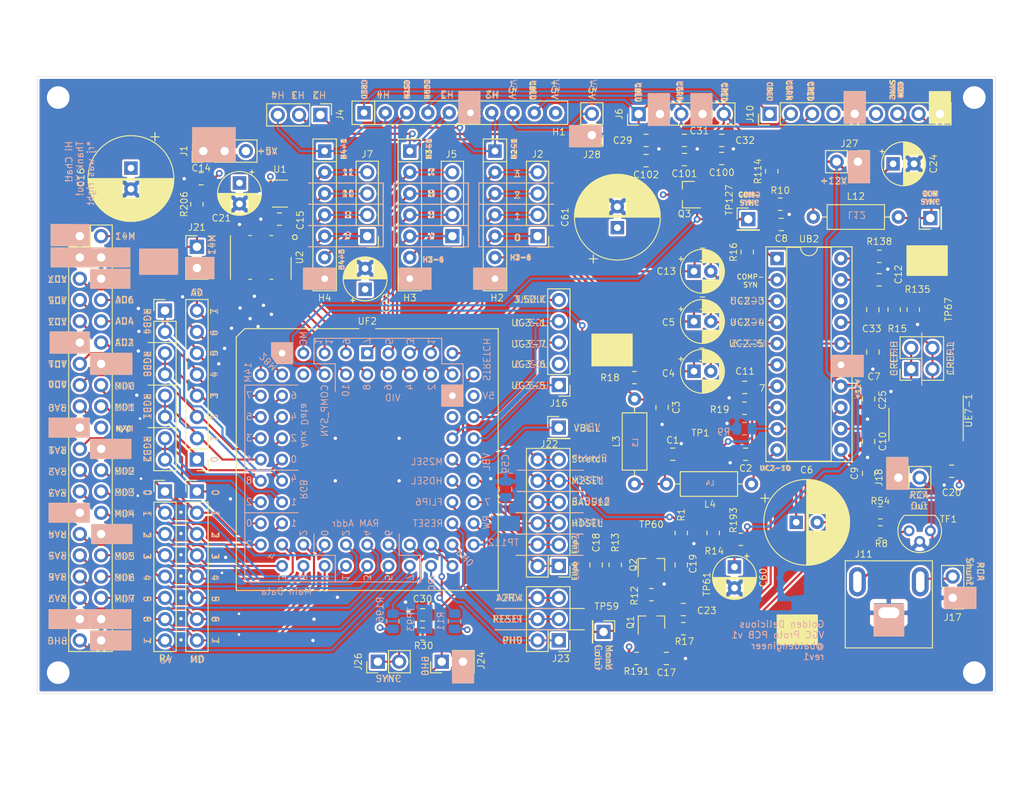
<source format=kicad_pcb>
(kicad_pcb (version 20171130) (host pcbnew "(5.1.10)-1")
  (layers (0 F.Cu signal) (1 In1.Cu power) (2 In2.Cu power) (31 B.Cu signal) (34 B.Paste user) (35 F.Paste user hide) (36 B.SilkS user) (37 F.SilkS user) (38 B.Mask user) (39 F.Mask user hide) (44 Edge.Cuts user))
  (net 0 "")
  (net 1 +5V)
  (net 2 GND)
  (net 3 +3V3)
  (net 4 /COMP-BLUE)
  (net 5 -5V)
  (net 6 /H2-1)
  (net 7 /H3-1)
  (net 8 /COMP-GREEN)
  (net 9 /COMP-SYN)
  (net 10 /H4-1)
  (net 11 /COMP-RED)
  (net 12 /H2-6)
  (net 13 /VID0)
  (net 14 /VID1)
  (net 15 /VID2)
  (net 16 /VID3)
  (net 17 /H3-6)
  (net 18 /VID4)
  (net 19 /VID5)
  (net 20 /VID6)
  (net 21 /VID7)
  (net 22 /H4-6)
  (net 23 /VID8)
  (net 24 /VID9)
  (net 25 /VID10)
  (net 26 /VID11)
  (net 27 /J11-1)
  (net 28 "Net-(J11-Pad3)")
  (net 29 /L4-1)
  (net 30 /L3-1)
  (net 31 /UC2-8)
  (net 32 /R13-1)
  (net 33 /MONO-COLOR)
  (net 34 /Q2-3)
  (net 35 +12V)
  (net 36 /R114-1)
  (net 37 /R8-2)
  (net 38 "Net-(U1-Pad4)")
  (net 39 "Net-(U1-Pad3)")
  (net 40 "Net-(U2-Pad1)")
  (net 41 /28M)
  (net 42 "Net-(U2-Pad2)")
  (net 43 "Net-(U2-Pad5)")
  (net 44 /UC2-20)
  (net 45 /UC2-10)
  (net 46 /UC2-19)
  (net 47 /UC2-9)
  (net 48 "Net-(UB2-Pad18)")
  (net 49 /UC2-17)
  (net 50 /UC2-7)
  (net 51 /UC2-16)
  (net 52 /UC2-6)
  (net 53 /UC2-5)
  (net 54 /UC2-4)
  (net 55 /UC2-13)
  (net 56 /UC2-3)
  (net 57 /UC2-12)
  (net 58 /UC2-11)
  (net 59 "Net-(C8-Pad2)")
  (net 60 CREF.H)
  (net 61 CREF.L)
  (net 62 /STRETCH.L)
  (net 63 /UG3-7)
  (net 64 /UG3-5)
  (net 65 /VBL.L)
  (net 66 /BABUS12)
  (net 67 /FLIP7.H)
  (net 68 /A2R-W.H)
  (net 69 /3.5DIK)
  (net 70 /UG3-6)
  (net 71 /M2SEL.L)
  (net 72 /HDSEL.H)
  (net 73 /FLIP6.H)
  (net 74 /RESET.L)
  (net 75 /PH0.H)
  (net 76 /UH2-43)
  (net 77 /IRQ.L)
  (net 78 /RABUS7)
  (net 79 /RABUS5)
  (net 80 /RABUS3)
  (net 81 /RABUS1)
  (net 82 /MDBUS7)
  (net 83 /MDBUS5)
  (net 84 /MDBUS3)
  (net 85 /UH2-44)
  (net 86 /U18TEST)
  (net 87 /UH2-40)
  (net 88 /RABUS6)
  (net 89 /RABUS4)
  (net 90 /RABUS2)
  (net 91 /RABUS0)
  (net 92 /MDBUS6)
  (net 93 /MDBUS4)
  (net 94 /MDBUS2)
  (net 95 /MDBUS0)
  (net 96 /RGB2.H)
  (net 97 /RGB8.H)
  (net 98 /ADBUS1)
  (net 99 /ADBUS3)
  (net 100 /ADBUS5)
  (net 101 /ADBUS7)
  (net 102 /14M.H)
  (net 103 /MDBUS1)
  (net 104 /RGB1.H)
  (net 105 /RGB4.H)
  (net 106 /ADBUS0)
  (net 107 /ADBUS2)
  (net 108 /ADBUS4)
  (net 109 /ADBUS6)
  (net 110 /R54-1)
  (net 111 /R17-1)
  (net 112 /R135-1)
  (net 113 /R14-2)
  (net 114 /R54-2)
  (net 115 /COMSYNC)
  (net 116 /UG3-1)
  (net 117 /R114-2)
  (net 118 /SYNC.L)
  (net 119 /14MD.H)
  (net 120 "Net-(J25-Pad20)")
  (net 121 "Net-(J10-Pad6)")
  (net 122 "Net-(J10-Pad4)")
  (module MountingHole:MountingHole_2.7mm_M2.5 (layer F.Cu) (at 83.78 63.46)
    (fp_text reference H8 hide)
    (fp_text value MountingHole)
    (pad 1 np_thru_hole circle (at 0 0) (size 2.7 2.7) (drill 2.7) (layers *.Cu *.Mask))
  )
  (module MountingHole:MountingHole_2.7mm_M2.5 (layer F.Cu) (at 193.08 63.46)
    (fp_text reference H7 hide)
    (fp_text value MountingHole)
    (pad 1 np_thru_hole circle (at 0 0) (size 2.7 2.7) (drill 2.7) (layers *.Cu *.Mask))
  )
  (module MountingHole:MountingHole_2.7mm_M2.5 (layer F.Cu) (at 83.78 132.12)
    (fp_text reference H6 hide)
    (fp_text value MountingHole)
    (pad 1 np_thru_hole circle (at 0 0) (size 2.7 2.7) (drill 2.7) (layers *.Cu *.Mask))
  )
  (module MountingHole:MountingHole_2.7mm_M2.5 (layer F.Cu) (at 193.08 132.12)
    (fp_text reference H5 hide)
    (fp_text value MountingHole)
    (pad 1 np_thru_hole circle (at 0 0) (size 2.7 2.7) (drill 2.7) (layers *.Cu *.Mask))
  )
  (module Package_TO_SOT_THT:TO-92 (layer F.Cu) (at 187.833 115.189 180)
    (fp_text reference TF1 (at -2.159 1.397) (layer F.SilkS) (effects (font (size 0.8 0.8) (thickness 0.1))))
    (fp_text value CapacitiveTransformer)
    (pad 1 thru_hole circle (at 0 0 180) (size 1.3 1.3) (drill 0.75) (layers *.Cu *.Mask) (net 27 /J11-1))
    (pad 3 thru_hole circle (at 2.54 0 180) (size 1.3 1.3) (drill 0.75) (layers *.Cu *.Mask) (net 37 /R8-2))
    (pad 2 thru_hole circle (at 1.27 -1.27 180) (size 1.3 1.3) (drill 0.75) (layers *.Cu *.Mask) (net 2 GND))
  )
  (module "My Libraries:Harwin-S1751-46-Test-Point" (layer B.Cu) (at 95.758 83.058)
    (fp_text reference TP5 hide)
    (fp_text value TestPoint)
    (pad 1 smd rect (at 0 0) (size 3.45 1.85) (layers B.Cu B.Paste B.Mask) (net 2 GND))
  )
  (module "My Libraries:Harwin-S1751-46-Test-Point" (layer F.Cu) (at 149.86 93.726)
    (fp_text reference TP4 hide)
    (fp_text value TestPoint)
    (pad 1 smd rect (at 0 0) (size 3.45 1.85) (layers F.Cu F.Paste F.Mask) (net 2 GND))
  )
  (module "My Libraries:Harwin-S1751-46-Test-Point" (layer F.Cu) (at 187.452 82.931)
    (fp_text reference TP3 hide)
    (fp_text value TestPoint)
    (pad 1 smd rect (at 0 0) (size 3.45 1.85) (layers F.Cu F.Paste F.Mask) (net 2 GND))
  )
  (module "My Libraries:Harwin-S1751-46-Test-Point" (layer F.Cu) (at 171.958 127)
    (fp_text reference TP2 hide)
    (fp_text value TestPoint)
    (pad 1 smd rect (at 0 0) (size 3.45 1.85) (layers F.Cu F.Paste F.Mask) (net 2 GND))
  )
  (module Capacitor_SMD:C_0805_2012Metric (layer F.Cu) (at 180.467 99.441 90)
    (fp_text reference C25 (at -0.127 1.651 90) (layer F.SilkS) (effects (font (size 0.8 0.8) (thickness 0.1))))
    (fp_text value 1u)
    (pad 2 smd roundrect (at 0.95 0 90) (size 1 1.45) (layers F.Cu F.Paste F.Mask) (net 35 +12V))
    (pad 1 smd roundrect (at -0.95 0 90) (size 1 1.45) (layers F.Cu F.Paste F.Mask) (net 2 GND))
  )
  (module Capacitor_THT:CP_Radial_D5.0mm_P2.50mm (layer F.Cu) (at 183.388 71.374)
    (fp_text reference C24 (at 4.826 0 90) (layer F.SilkS) (effects (font (size 0.8 0.8) (thickness 0.1))))
    (fp_text value 10u)
    (pad 2 thru_hole circle (at 2.5 0) (size 1.6 1.6) (drill 0.8) (layers *.Cu *.Mask) (net 2 GND))
    (pad 1 thru_hole rect (at 0 0) (size 1.6 1.6) (drill 0.8) (layers *.Cu *.Mask) (net 35 +12V))
  )
  (module Capacitor_SMD:C_0805_2012Metric (layer F.Cu) (at 153.924 70.993 180)
    (fp_text reference C102 (at 0 -1.68) (layer F.SilkS) (effects (font (size 0.8 0.8) (thickness 0.1))))
    (fp_text value 120p)
    (pad 2 smd roundrect (at 0.95 0 180) (size 1 1.45) (layers F.Cu F.Paste F.Mask) (net 4 /COMP-BLUE))
    (pad 1 smd roundrect (at -0.95 0 180) (size 1 1.45) (layers F.Cu F.Paste F.Mask) (net 2 GND))
  )
  (module Connector_PinHeader_2.54mm:PinHeader_1x02_P2.54mm_Vertical (layer F.Cu) (at 147.447 67.945 180)
    (fp_text reference J28 (at 0 -2.33) (layer F.SilkS) (effects (font (size 0.8 0.8) (thickness 0.1))))
    (fp_text value -5V_In)
    (pad 2 thru_hole oval (at 0 2.54 180) (size 1.7 1.7) (drill 1) (layers *.Cu *.Mask) (net 5 -5V))
    (pad 1 thru_hole rect (at 0 0 180) (size 1.7 1.7) (drill 1) (layers *.Cu *.Mask) (net 2 GND))
  )
  (module Connector_PinHeader_2.54mm:PinHeader_1x03_P2.54mm_Vertical (layer F.Cu) (at 101.092 69.85 90)
    (fp_text reference J1 (at 0 -2.33 90) (layer F.SilkS) (effects (font (size 0.8 0.8) (thickness 0.1))))
    (fp_text value +5V_IN)
    (pad 3 thru_hole oval (at 0 5.08 90) (size 1.7 1.7) (drill 1) (layers *.Cu *.Mask) (net 1 +5V))
    (pad 2 thru_hole oval (at 0 2.54 90) (size 1.7 1.7) (drill 1) (layers *.Cu *.Mask) (net 2 GND))
    (pad 1 thru_hole rect (at 0 0 90) (size 1.7 1.7) (drill 1) (layers *.Cu *.Mask) (net 2 GND))
  )
  (module Connector_PinHeader_2.54mm:PinHeader_1x02_P2.54mm_Vertical (layer F.Cu) (at 179.197 71.12 270)
    (fp_text reference J27 (at -2.159 1.016 180) (layer F.SilkS) (effects (font (size 0.8 0.8) (thickness 0.1))))
    (fp_text value 12V_IN)
    (pad 2 thru_hole oval (at 0 2.54 270) (size 1.7 1.7) (drill 1) (layers *.Cu *.Mask) (net 35 +12V))
    (pad 1 thru_hole rect (at 0 0 270) (size 1.7 1.7) (drill 1) (layers *.Cu *.Mask) (net 2 GND))
  )
  (module Capacitor_THT:CP_Radial_D5.0mm_P2.50mm (layer F.Cu) (at 120.396 86.36 90)
    (fp_text reference C22 (at -1.651 2.54 270) (layer F.SilkS) (effects (font (size 0.8 0.8) (thickness 0.1))))
    (fp_text value 10u)
    (pad 2 thru_hole circle (at 2.5 0 90) (size 1.6 1.6) (drill 0.8) (layers *.Cu *.Mask) (net 2 GND))
    (pad 1 thru_hole rect (at 0 0 90) (size 1.6 1.6) (drill 0.8) (layers *.Cu *.Mask) (net 1 +5V))
  )
  (module Capacitor_THT:CP_Radial_D5.0mm_P2.50mm (layer F.Cu) (at 105.41 73.66 270)
    (fp_text reference C21 (at 4.191 2.159 180) (layer F.SilkS) (effects (font (size 0.8 0.8) (thickness 0.1))))
    (fp_text value 10u)
    (pad 2 thru_hole circle (at 2.5 0 270) (size 1.6 1.6) (drill 0.8) (layers *.Cu *.Mask) (net 2 GND))
    (pad 1 thru_hole rect (at 0 0 270) (size 1.6 1.6) (drill 0.8) (layers *.Cu *.Mask) (net 1 +5V))
  )
  (module Package_LCC:PLCC-68_THT-Socket (layer F.Cu) (at 120.65 93.98)
    (fp_text reference UF2 (at 0 -3.825) (layer F.SilkS) (effects (font (size 0.8 0.8) (thickness 0.1))))
    (fp_text value VGC)
    (pad 2 thru_hole circle (at 0 2.54) (size 1.4224 1.4224) (drill 0.8) (layers *.Cu *.Mask) (net 23 /VID8))
    (pad 4 thru_hole circle (at -2.54 2.54) (size 1.4224 1.4224) (drill 0.8) (layers *.Cu *.Mask) (net 25 /VID10))
    (pad 6 thru_hole circle (at -5.08 2.54) (size 1.4224 1.4224) (drill 0.8) (layers *.Cu *.Mask) (net 9 /COMP-SYN))
    (pad 8 thru_hole circle (at -7.62 2.54) (size 1.4224 1.4224) (drill 0.8) (layers *.Cu *.Mask) (net 1 +5V))
    (pad 68 thru_hole circle (at 2.54 2.54) (size 1.4224 1.4224) (drill 0.8) (layers *.Cu *.Mask) (net 20 /VID6))
    (pad 66 thru_hole circle (at 5.08 2.54) (size 1.4224 1.4224) (drill 0.8) (layers *.Cu *.Mask) (net 18 /VID4))
    (pad 64 thru_hole circle (at 7.62 2.54) (size 1.4224 1.4224) (drill 0.8) (layers *.Cu *.Mask) (net 15 /VID2))
    (pad 62 thru_hole circle (at 10.16 2.54) (size 1.4224 1.4224) (drill 0.8) (layers *.Cu *.Mask) (net 13 /VID0))
    (pad 1 thru_hole rect (at 0 0) (size 1.4224 1.4224) (drill 0.8) (layers *.Cu *.Mask) (net 21 /VID7))
    (pad 3 thru_hole circle (at -2.54 0) (size 1.4224 1.4224) (drill 0.8) (layers *.Cu *.Mask) (net 24 /VID9))
    (pad 5 thru_hole circle (at -5.08 0) (size 1.4224 1.4224) (drill 0.8) (layers *.Cu *.Mask) (net 26 /VID11))
    (pad 7 thru_hole circle (at -7.62 0) (size 1.4224 1.4224) (drill 0.8) (layers *.Cu *.Mask) (net 33 /MONO-COLOR))
    (pad 9 thru_hole circle (at -10.16 0) (size 1.4224 1.4224) (drill 0.8) (layers *.Cu *.Mask) (net 2 GND))
    (pad 67 thru_hole circle (at 2.54 0) (size 1.4224 1.4224) (drill 0.8) (layers *.Cu *.Mask) (net 19 /VID5))
    (pad 65 thru_hole circle (at 5.08 0) (size 1.4224 1.4224) (drill 0.8) (layers *.Cu *.Mask) (net 16 /VID3))
    (pad 63 thru_hole circle (at 7.62 0) (size 1.4224 1.4224) (drill 0.8) (layers *.Cu *.Mask) (net 14 /VID1))
    (pad 11 thru_hole circle (at -10.16 2.54) (size 1.4224 1.4224) (drill 0.8) (layers *.Cu *.Mask) (net 41 /28M))
    (pad 13 thru_hole circle (at -10.16 5.08) (size 1.4224 1.4224) (drill 0.8) (layers *.Cu *.Mask) (net 109 /ADBUS6))
    (pad 15 thru_hole circle (at -10.16 7.62) (size 1.4224 1.4224) (drill 0.8) (layers *.Cu *.Mask) (net 108 /ADBUS4))
    (pad 17 thru_hole circle (at -10.16 10.16) (size 1.4224 1.4224) (drill 0.8) (layers *.Cu *.Mask) (net 107 /ADBUS2))
    (pad 19 thru_hole circle (at -10.16 12.7) (size 1.4224 1.4224) (drill 0.8) (layers *.Cu *.Mask) (net 106 /ADBUS0))
    (pad 21 thru_hole circle (at -10.16 15.24) (size 1.4224 1.4224) (drill 0.8) (layers *.Cu *.Mask) (net 105 /RGB4.H))
    (pad 23 thru_hole circle (at -10.16 17.78) (size 1.4224 1.4224) (drill 0.8) (layers *.Cu *.Mask) (net 104 /RGB1.H))
    (pad 25 thru_hole circle (at -10.16 20.32) (size 1.4224 1.4224) (drill 0.8) (layers *.Cu *.Mask) (net 103 /MDBUS1))
    (pad 10 thru_hole circle (at -12.7 2.54) (size 1.4224 1.4224) (drill 0.8) (layers *.Cu *.Mask) (net 102 /14M.H))
    (pad 12 thru_hole circle (at -12.7 5.08) (size 1.4224 1.4224) (drill 0.8) (layers *.Cu *.Mask) (net 101 /ADBUS7))
    (pad 14 thru_hole circle (at -12.7 7.62) (size 1.4224 1.4224) (drill 0.8) (layers *.Cu *.Mask) (net 100 /ADBUS5))
    (pad 16 thru_hole circle (at -12.7 10.16) (size 1.4224 1.4224) (drill 0.8) (layers *.Cu *.Mask) (net 99 /ADBUS3))
    (pad 18 thru_hole circle (at -12.7 12.7) (size 1.4224 1.4224) (drill 0.8) (layers *.Cu *.Mask) (net 98 /ADBUS1))
    (pad 20 thru_hole circle (at -12.7 15.24) (size 1.4224 1.4224) (drill 0.8) (layers *.Cu *.Mask) (net 97 /RGB8.H))
    (pad 22 thru_hole circle (at -12.7 17.78) (size 1.4224 1.4224) (drill 0.8) (layers *.Cu *.Mask) (net 96 /RGB2.H))
    (pad 24 thru_hole circle (at -12.7 20.32) (size 1.4224 1.4224) (drill 0.8) (layers *.Cu *.Mask) (net 95 /MDBUS0))
    (pad 26 thru_hole circle (at -12.7 22.86) (size 1.4224 1.4224) (drill 0.8) (layers *.Cu *.Mask) (net 94 /MDBUS2))
    (pad 28 thru_hole circle (at -10.16 22.86) (size 1.4224 1.4224) (drill 0.8) (layers *.Cu *.Mask) (net 93 /MDBUS4))
    (pad 30 thru_hole circle (at -7.62 22.86) (size 1.4224 1.4224) (drill 0.8) (layers *.Cu *.Mask) (net 92 /MDBUS6))
    (pad 32 thru_hole circle (at -5.08 22.86) (size 1.4224 1.4224) (drill 0.8) (layers *.Cu *.Mask) (net 91 /RABUS0))
    (pad 34 thru_hole circle (at -2.54 22.86) (size 1.4224 1.4224) (drill 0.8) (layers *.Cu *.Mask) (net 90 /RABUS2))
    (pad 36 thru_hole circle (at 0 22.86) (size 1.4224 1.4224) (drill 0.8) (layers *.Cu *.Mask) (net 89 /RABUS4))
    (pad 38 thru_hole circle (at 2.54 22.86) (size 1.4224 1.4224) (drill 0.8) (layers *.Cu *.Mask) (net 88 /RABUS6))
    (pad 40 thru_hole circle (at 5.08 22.86) (size 1.4224 1.4224) (drill 0.8) (layers *.Cu *.Mask) (net 87 /UH2-40))
    (pad 42 thru_hole circle (at 7.62 22.86) (size 1.4224 1.4224) (drill 0.8) (layers *.Cu *.Mask) (net 86 /U18TEST))
    (pad 44 thru_hole circle (at 12.7 22.86) (size 1.4224 1.4224) (drill 0.8) (layers *.Cu *.Mask) (net 85 /UH2-44))
    (pad 27 thru_hole circle (at -10.16 25.4) (size 1.4224 1.4224) (drill 0.8) (layers *.Cu *.Mask) (net 84 /MDBUS3))
    (pad 29 thru_hole circle (at -7.62 25.4) (size 1.4224 1.4224) (drill 0.8) (layers *.Cu *.Mask) (net 83 /MDBUS5))
    (pad 31 thru_hole circle (at -5.08 25.4) (size 1.4224 1.4224) (drill 0.8) (layers *.Cu *.Mask) (net 82 /MDBUS7))
    (pad 33 thru_hole circle (at -2.54 25.4) (size 1.4224 1.4224) (drill 0.8) (layers *.Cu *.Mask) (net 81 /RABUS1))
    (pad 35 thru_hole circle (at 0 25.4) (size 1.4224 1.4224) (drill 0.8) (layers *.Cu *.Mask) (net 80 /RABUS3))
    (pad 37 thru_hole circle (at 2.54 25.4) (size 1.4224 1.4224) (drill 0.8) (layers *.Cu *.Mask) (net 79 /RABUS5))
    (pad 39 thru_hole circle (at 5.08 25.4) (size 1.4224 1.4224) (drill 0.8) (layers *.Cu *.Mask) (net 78 /RABUS7))
    (pad 41 thru_hole circle (at 7.62 25.4) (size 1.4224 1.4224) (drill 0.8) (layers *.Cu *.Mask) (net 77 /IRQ.L))
    (pad 43 thru_hole circle (at 10.16 25.4) (size 1.4224 1.4224) (drill 0.8) (layers *.Cu *.Mask) (net 76 /UH2-43))
    (pad 45 thru_hole circle (at 10.16 22.86) (size 1.4224 1.4224) (drill 0.8) (layers *.Cu *.Mask) (net 75 /PH0.H))
    (pad 47 thru_hole circle (at 10.16 20.32) (size 1.4224 1.4224) (drill 0.8) (layers *.Cu *.Mask) (net 74 /RESET.L))
    (pad 49 thru_hole circle (at 10.16 17.78) (size 1.4224 1.4224) (drill 0.8) (layers *.Cu *.Mask) (net 73 /FLIP6.H))
    (pad 51 thru_hole circle (at 10.16 15.24) (size 1.4224 1.4224) (drill 0.8) (layers *.Cu *.Mask) (net 72 /HDSEL.H))
    (pad 53 thru_hole circle (at 10.16 12.7) (size 1.4224 1.4224) (drill 0.8) (layers *.Cu *.Mask) (net 71 /M2SEL.L))
    (pad 55 thru_hole circle (at 10.16 10.16) (size 1.4224 1.4224) (drill 0.8) (layers *.Cu *.Mask) (net 116 /UG3-1))
    (pad 57 thru_hole circle (at 10.16 7.62) (size 1.4224 1.4224) (drill 0.8) (layers *.Cu *.Mask))
    (pad 59 thru_hole circle (at 10.16 5.08) (size 1.4224 1.4224) (drill 0.8) (layers *.Cu *.Mask) (net 2 GND))
    (pad 61 thru_hole circle (at 10.16 0) (size 1.4224 1.4224) (drill 0.8) (layers *.Cu *.Mask) (net 69 /3.5DIK))
    (pad 46 thru_hole circle (at 12.7 20.32) (size 1.4224 1.4224) (drill 0.8) (layers *.Cu *.Mask) (net 68 /A2R-W.H))
    (pad 48 thru_hole circle (at 12.7 17.78) (size 1.4224 1.4224) (drill 0.8) (layers *.Cu *.Mask) (net 67 /FLIP7.H))
    (pad 50 thru_hole circle (at 12.7 15.24) (size 1.4224 1.4224) (drill 0.8) (layers *.Cu *.Mask) (net 66 /BABUS12))
    (pad 52 thru_hole circle (at 12.7 12.7) (size 1.4224 1.4224) (drill 0.8) (layers *.Cu *.Mask) (net 65 /VBL.L))
    (pad 54 thru_hole circle (at 12.7 10.16) (size 1.4224 1.4224) (drill 0.8) (layers *.Cu *.Mask) (net 64 /UG3-5))
    (pad 56 thru_hole circle (at 12.7 7.62) (size 1.4224 1.4224) (drill 0.8) (layers *.Cu *.Mask) (net 63 /UG3-7))
    (pad 58 thru_hole circle (at 12.7 5.08) (size 1.4224 1.4224) (drill 0.8) (layers *.Cu *.Mask) (net 1 +5V))
    (pad 60 thru_hole circle (at 12.7 2.54) (size 1.4224 1.4224) (drill 0.8) (layers *.Cu *.Mask) (net 62 /STRETCH.L))
  )
  (module Capacitor_THT:CP_Radial_D10.0mm_P2.50mm (layer F.Cu) (at 150.495 78.994 90)
    (fp_text reference C61 (at 1.25 -6.25 90) (layer F.SilkS) (effects (font (size 0.8 0.8) (thickness 0.1))))
    (fp_text value 470u)
    (pad 2 thru_hole circle (at 2.5 0 90) (size 1.6 1.6) (drill 0.8) (layers *.Cu *.Mask) (net 2 GND))
    (pad 1 thru_hole rect (at 0 0 90) (size 1.6 1.6) (drill 0.8) (layers *.Cu *.Mask) (net 1 +5V))
  )
  (module Capacitor_THT:CP_Radial_D10.0mm_P2.50mm (layer F.Cu) (at 92.456 71.882 270)
    (fp_text reference C16 (at 1.143 5.969 90) (layer F.SilkS) (effects (font (size 0.8 0.8) (thickness 0.1))))
    (fp_text value 470u)
    (pad 2 thru_hole circle (at 2.5 0 270) (size 1.6 1.6) (drill 0.8) (layers *.Cu *.Mask) (net 2 GND))
    (pad 1 thru_hole rect (at 0 0 270) (size 1.6 1.6) (drill 0.8) (layers *.Cu *.Mask) (net 1 +5V))
  )
  (module Capacitor_THT:CP_Radial_D10.0mm_P2.50mm (layer F.Cu) (at 171.831 114.173)
    (fp_text reference C6 (at 1.25 -6.25) (layer F.SilkS) (effects (font (size 0.8 0.8) (thickness 0.1))))
    (fp_text value 1000u)
    (pad 2 thru_hole circle (at 2.5 0) (size 1.6 1.6) (drill 0.8) (layers *.Cu *.Mask) (net 110 /R54-1))
    (pad 1 thru_hole rect (at 0 0) (size 1.6 1.6) (drill 0.8) (layers *.Cu *.Mask) (net 47 /UC2-9))
  )
  (module Capacitor_THT:CP_Radial_D5.0mm_P2.00mm (layer F.Cu) (at 159.639 84.201)
    (fp_text reference C13 (at -3.302 0) (layer F.SilkS) (effects (font (size 0.8 0.8) (thickness 0.1))))
    (fp_text value 22uF)
    (pad 2 thru_hole circle (at 2 0) (size 1.6 1.6) (drill 0.8) (layers *.Cu *.Mask) (net 56 /UC2-3))
    (pad 1 thru_hole rect (at 0 0) (size 1.6 1.6) (drill 0.8) (layers *.Cu *.Mask) (net 22 /H4-6))
  )
  (module Capacitor_THT:CP_Radial_D5.0mm_P2.00mm (layer F.Cu) (at 159.639 90.1954)
    (fp_text reference C5 (at -3.048 0.1016) (layer F.SilkS) (effects (font (size 0.8 0.8) (thickness 0.1))))
    (fp_text value 22uF)
    (pad 2 thru_hole circle (at 2 0) (size 1.6 1.6) (drill 0.8) (layers *.Cu *.Mask) (net 54 /UC2-4))
    (pad 1 thru_hole rect (at 0 0) (size 1.6 1.6) (drill 0.8) (layers *.Cu *.Mask) (net 17 /H3-6))
  )
  (module Capacitor_THT:CP_Radial_D5.0mm_P2.00mm (layer F.Cu) (at 159.639 96.139)
    (fp_text reference C4 (at -3.048 0.254) (layer F.SilkS) (effects (font (size 0.8 0.8) (thickness 0.1))))
    (fp_text value 22uF)
    (pad 2 thru_hole circle (at 2 0) (size 1.6 1.6) (drill 0.8) (layers *.Cu *.Mask) (net 53 /UC2-5))
    (pad 1 thru_hole rect (at 0 0) (size 1.6 1.6) (drill 0.8) (layers *.Cu *.Mask) (net 12 /H2-6))
  )
  (module Capacitor_SMD:C_0805_2012Metric (layer F.Cu) (at 160.655 82.169 180)
    (fp_text reference C6alt1 hide)
    (fp_text value 22uF)
    (pad 2 smd roundrect (at 0.95 0 180) (size 1 1.45) (layers F.Cu F.Paste F.Mask) (net 22 /H4-6))
    (pad 1 smd roundrect (at -0.95 0 180) (size 1 1.45) (layers F.Cu F.Paste F.Mask) (net 56 /UC2-3))
  )
  (module Capacitor_SMD:C_0805_2012Metric (layer F.Cu) (at 160.655 88.011 180)
    (fp_text reference C5alt1 hide)
    (fp_text value 22uF)
    (pad 2 smd roundrect (at 0.95 0 180) (size 1 1.45) (layers F.Cu F.Paste F.Mask) (net 17 /H3-6))
    (pad 1 smd roundrect (at -0.95 0 180) (size 1 1.45) (layers F.Cu F.Paste F.Mask) (net 54 /UC2-4))
  )
  (module Capacitor_SMD:C_0805_2012Metric (layer F.Cu) (at 160.589 94.107 180)
    (fp_text reference C4alt1 hide)
    (fp_text value 22uF)
    (pad 2 smd roundrect (at 0.95 0 180) (size 1 1.45) (layers F.Cu F.Paste F.Mask) (net 12 /H2-6))
    (pad 1 smd roundrect (at -0.95 0 180) (size 1 1.45) (layers F.Cu F.Paste F.Mask) (net 53 /UC2-5))
  )
  (module Capacitor_SMD:C_0805_2012Metric (layer F.Cu) (at 190.373 108.077 180)
    (fp_text reference C20 (at 0 -2.54) (layer F.SilkS) (effects (font (size 0.8 0.8) (thickness 0.1))))
    (fp_text value 100n)
    (pad 2 smd roundrect (at 0.95 0 180) (size 1 1.45) (layers F.Cu F.Paste F.Mask) (net 2 GND))
    (pad 1 smd roundrect (at -0.95 0 180) (size 1 1.45) (layers F.Cu F.Paste F.Mask) (net 1 +5V))
  )
  (module Capacitor_THT:CP_Radial_D5.0mm_P2.50mm (layer F.Cu) (at 164.465 119.507 270)
    (fp_text reference C60 (at 1.27 -3.429 90) (layer F.SilkS) (effects (font (size 0.8 0.8) (thickness 0.1))))
    (fp_text value 22u)
    (pad 2 thru_hole circle (at 2.5 0 270) (size 1.6 1.6) (drill 0.8) (layers *.Cu *.Mask) (net 2 GND))
    (pad 1 thru_hole rect (at 0 0 270) (size 1.6 1.6) (drill 0.8) (layers *.Cu *.Mask) (net 113 /R14-2))
  )
  (module Resistor_SMD:R_0805_2012Metric (layer B.Cu) (at 131.064 125.984 270)
    (fp_text reference R11 (at 0 1.65 90) (layer B.SilkS) (effects (font (size 0.8 0.8) (thickness 0.1)) (justify mirror)))
    (fp_text value 1k)
    (pad 2 smd roundrect (at 0.9125 0 270) (size 1.025 1.4) (layers B.Cu B.Paste B.Mask) (roundrect_rratio 0.243902) (net 1 +5V))
    (pad 1 smd roundrect (at -0.9125 0 270) (size 1.025 1.4) (layers B.Cu B.Paste B.Mask) (roundrect_rratio 0.243902) (net 86 /U18TEST))
  )
  (module Connector_PinHeader_2.54mm:PinHeader_1x08_P2.54mm_Vertical (layer F.Cu) (at 96.52 88.9)
    (fp_text reference J20 hide)
    (fp_text value "RGB In")
    (pad 8 thru_hole oval (at 0 17.78) (size 1.7 1.7) (drill 1) (layers *.Cu *.Mask) (net 96 /RGB2.H))
    (pad 7 thru_hole oval (at 0 15.24) (size 1.7 1.7) (drill 1) (layers *.Cu *.Mask) (net 96 /RGB2.H))
    (pad 6 thru_hole oval (at 0 12.7) (size 1.7 1.7) (drill 1) (layers *.Cu *.Mask) (net 104 /RGB1.H))
    (pad 5 thru_hole oval (at 0 10.16) (size 1.7 1.7) (drill 1) (layers *.Cu *.Mask) (net 104 /RGB1.H))
    (pad 4 thru_hole oval (at 0 7.62) (size 1.7 1.7) (drill 1) (layers *.Cu *.Mask) (net 97 /RGB8.H))
    (pad 3 thru_hole oval (at 0 5.08) (size 1.7 1.7) (drill 1) (layers *.Cu *.Mask) (net 97 /RGB8.H))
    (pad 2 thru_hole oval (at 0 2.54) (size 1.7 1.7) (drill 1) (layers *.Cu *.Mask) (net 105 /RGB4.H))
    (pad 1 thru_hole rect (at 0 0) (size 1.7 1.7) (drill 1) (layers *.Cu *.Mask) (net 105 /RGB4.H))
  )
  (module Connector_PinHeader_2.54mm:PinHeader_1x08_P2.54mm_Vertical (layer F.Cu) (at 100.33 106.68 180)
    (fp_text reference J3 hide)
    (fp_text value "Aux Data Bus")
    (pad 8 thru_hole oval (at 0 17.78 180) (size 1.7 1.7) (drill 1) (layers *.Cu *.Mask) (net 101 /ADBUS7))
    (pad 7 thru_hole oval (at 0 15.24 180) (size 1.7 1.7) (drill 1) (layers *.Cu *.Mask) (net 109 /ADBUS6))
    (pad 6 thru_hole oval (at 0 12.7 180) (size 1.7 1.7) (drill 1) (layers *.Cu *.Mask) (net 100 /ADBUS5))
    (pad 5 thru_hole oval (at 0 10.16 180) (size 1.7 1.7) (drill 1) (layers *.Cu *.Mask) (net 108 /ADBUS4))
    (pad 4 thru_hole oval (at 0 7.62 180) (size 1.7 1.7) (drill 1) (layers *.Cu *.Mask) (net 99 /ADBUS3))
    (pad 3 thru_hole oval (at 0 5.08 180) (size 1.7 1.7) (drill 1) (layers *.Cu *.Mask) (net 107 /ADBUS2))
    (pad 2 thru_hole oval (at 0 2.54 180) (size 1.7 1.7) (drill 1) (layers *.Cu *.Mask) (net 98 /ADBUS1))
    (pad 1 thru_hole rect (at 0 0 180) (size 1.7 1.7) (drill 1) (layers *.Cu *.Mask) (net 106 /ADBUS0))
  )
  (module Connector_PinHeader_2.54mm:PinHeader_1x02_P2.54mm_Vertical (layer F.Cu) (at 121.92 130.81 90)
    (fp_text reference J26 (at 0 -2.33 90) (layer F.SilkS) (effects (font (size 0.8 0.8) (thickness 0.1))))
    (fp_text value SYNC)
    (pad 2 thru_hole oval (at 0 2.54 90) (size 1.7 1.7) (drill 1) (layers *.Cu *.Mask) (net 118 /SYNC.L))
    (pad 1 thru_hole rect (at 0 0 90) (size 1.7 1.7) (drill 1) (layers *.Cu *.Mask) (net 118 /SYNC.L))
  )
  (module Connector_PinHeader_2.54mm:PinHeader_2x03_P2.54mm_Vertical (layer F.Cu) (at 143.51 128.27 180)
    (fp_text reference J23 (at -0.254 -2.159) (layer F.SilkS) (effects (font (size 0.8 0.8) (thickness 0.1))))
    (fp_text value "VGC Extra")
    (pad 6 thru_hole oval (at 2.54 5.08 180) (size 1.7 1.7) (drill 1) (layers *.Cu *.Mask) (net 68 /A2R-W.H))
    (pad 5 thru_hole oval (at 0 5.08 180) (size 1.7 1.7) (drill 1) (layers *.Cu *.Mask) (net 68 /A2R-W.H))
    (pad 4 thru_hole oval (at 2.54 2.54 180) (size 1.7 1.7) (drill 1) (layers *.Cu *.Mask) (net 74 /RESET.L))
    (pad 3 thru_hole oval (at 0 2.54 180) (size 1.7 1.7) (drill 1) (layers *.Cu *.Mask) (net 74 /RESET.L))
    (pad 2 thru_hole oval (at 2.54 0 180) (size 1.7 1.7) (drill 1) (layers *.Cu *.Mask) (net 77 /IRQ.L))
    (pad 1 thru_hole rect (at 0 0 180) (size 1.7 1.7) (drill 1) (layers *.Cu *.Mask) (net 77 /IRQ.L))
  )
  (module Connector_PinHeader_2.54mm:PinHeader_2x06_P2.54mm_Vertical (layer F.Cu) (at 143.51 119.38 180)
    (fp_text reference J22 (at 1.143 14.5415 180) (layer F.SilkS) (effects (font (size 0.8 0.8) (thickness 0.1))))
    (fp_text value "Memory Control")
    (pad 12 thru_hole oval (at 2.54 12.7 180) (size 1.7 1.7) (drill 1) (layers *.Cu *.Mask) (net 62 /STRETCH.L))
    (pad 11 thru_hole oval (at 0 12.7 180) (size 1.7 1.7) (drill 1) (layers *.Cu *.Mask) (net 62 /STRETCH.L))
    (pad 10 thru_hole oval (at 2.54 10.16 180) (size 1.7 1.7) (drill 1) (layers *.Cu *.Mask) (net 71 /M2SEL.L))
    (pad 9 thru_hole oval (at 0 10.16 180) (size 1.7 1.7) (drill 1) (layers *.Cu *.Mask) (net 71 /M2SEL.L))
    (pad 8 thru_hole oval (at 2.54 7.62 180) (size 1.7 1.7) (drill 1) (layers *.Cu *.Mask) (net 66 /BABUS12))
    (pad 7 thru_hole oval (at 0 7.62 180) (size 1.7 1.7) (drill 1) (layers *.Cu *.Mask) (net 66 /BABUS12))
    (pad 6 thru_hole oval (at 2.54 5.08 180) (size 1.7 1.7) (drill 1) (layers *.Cu *.Mask) (net 72 /HDSEL.H))
    (pad 5 thru_hole oval (at 0 5.08 180) (size 1.7 1.7) (drill 1) (layers *.Cu *.Mask) (net 72 /HDSEL.H))
    (pad 4 thru_hole oval (at 2.54 2.54 180) (size 1.7 1.7) (drill 1) (layers *.Cu *.Mask) (net 67 /FLIP7.H))
    (pad 3 thru_hole oval (at 0 2.54 180) (size 1.7 1.7) (drill 1) (layers *.Cu *.Mask) (net 67 /FLIP7.H))
    (pad 2 thru_hole oval (at 2.54 0 180) (size 1.7 1.7) (drill 1) (layers *.Cu *.Mask) (net 73 /FLIP6.H))
    (pad 1 thru_hole rect (at 0 0 180) (size 1.7 1.7) (drill 1) (layers *.Cu *.Mask) (net 73 /FLIP6.H))
  )
  (module Connector_PinHeader_2.54mm:PinHeader_2x02_P2.54mm_Vertical (layer F.Cu) (at 185.547 95.885 90)
    (fp_text reference J19 hide)
    (fp_text value CREF)
    (pad 4 thru_hole oval (at 2.54 2.54 90) (size 1.7 1.7) (drill 1) (layers *.Cu *.Mask) (net 61 CREF.L))
    (pad 3 thru_hole oval (at 0 2.54 90) (size 1.7 1.7) (drill 1) (layers *.Cu *.Mask) (net 61 CREF.L))
    (pad 2 thru_hole oval (at 2.54 0 90) (size 1.7 1.7) (drill 1) (layers *.Cu *.Mask) (net 60 CREF.H))
    (pad 1 thru_hole rect (at 0 0 90) (size 1.7 1.7) (drill 1) (layers *.Cu *.Mask) (net 60 CREF.H))
  )
  (module Connector_PinHeader_2.54mm:PinHeader_2x20_P2.54mm_Vertical (layer F.Cu) (at 86.36 80.01)
    (fp_text reference J25 hide)
    (fp_text value Bald-Ext-1)
    (pad 40 thru_hole oval (at 2.54 48.26) (size 1.7 1.7) (drill 1) (layers *.Cu *.Mask) (net 2 GND))
    (pad 39 thru_hole oval (at 0 48.26) (size 1.7 1.7) (drill 1) (layers *.Cu *.Mask) (net 75 /PH0.H))
    (pad 38 thru_hole oval (at 2.54 45.72) (size 1.7 1.7) (drill 1) (layers *.Cu *.Mask) (net 2 GND))
    (pad 37 thru_hole oval (at 0 45.72) (size 1.7 1.7) (drill 1) (layers *.Cu *.Mask) (net 2 GND))
    (pad 36 thru_hole oval (at 2.54 43.18) (size 1.7 1.7) (drill 1) (layers *.Cu *.Mask) (net 82 /MDBUS7))
    (pad 35 thru_hole oval (at 0 43.18) (size 1.7 1.7) (drill 1) (layers *.Cu *.Mask) (net 78 /RABUS7))
    (pad 34 thru_hole oval (at 2.54 40.64) (size 1.7 1.7) (drill 1) (layers *.Cu *.Mask) (net 92 /MDBUS6))
    (pad 33 thru_hole oval (at 0 40.64) (size 1.7 1.7) (drill 1) (layers *.Cu *.Mask) (net 88 /RABUS6))
    (pad 32 thru_hole oval (at 2.54 38.1) (size 1.7 1.7) (drill 1) (layers *.Cu *.Mask) (net 83 /MDBUS5))
    (pad 31 thru_hole oval (at 0 38.1) (size 1.7 1.7) (drill 1) (layers *.Cu *.Mask) (net 79 /RABUS5))
    (pad 30 thru_hole oval (at 2.54 35.56) (size 1.7 1.7) (drill 1) (layers *.Cu *.Mask) (net 2 GND))
    (pad 29 thru_hole oval (at 0 35.56) (size 1.7 1.7) (drill 1) (layers *.Cu *.Mask) (net 89 /RABUS4))
    (pad 28 thru_hole oval (at 2.54 33.02) (size 1.7 1.7) (drill 1) (layers *.Cu *.Mask) (net 93 /MDBUS4))
    (pad 27 thru_hole oval (at 0 33.02) (size 1.7 1.7) (drill 1) (layers *.Cu *.Mask) (net 2 GND))
    (pad 26 thru_hole oval (at 2.54 30.48) (size 1.7 1.7) (drill 1) (layers *.Cu *.Mask) (net 84 /MDBUS3))
    (pad 25 thru_hole oval (at 0 30.48) (size 1.7 1.7) (drill 1) (layers *.Cu *.Mask) (net 80 /RABUS3))
    (pad 24 thru_hole oval (at 2.54 27.94) (size 1.7 1.7) (drill 1) (layers *.Cu *.Mask) (net 94 /MDBUS2))
    (pad 23 thru_hole oval (at 0 27.94) (size 1.7 1.7) (drill 1) (layers *.Cu *.Mask) (net 90 /RABUS2))
    (pad 22 thru_hole oval (at 2.54 25.4) (size 1.7 1.7) (drill 1) (layers *.Cu *.Mask) (net 2 GND))
    (pad 21 thru_hole oval (at 0 25.4) (size 1.7 1.7) (drill 1) (layers *.Cu *.Mask) (net 81 /RABUS1))
    (pad 20 thru_hole oval (at 2.54 22.86) (size 1.7 1.7) (drill 1) (layers *.Cu *.Mask) (net 120 "Net-(J25-Pad20)"))
    (pad 19 thru_hole oval (at 0 22.86) (size 1.7 1.7) (drill 1) (layers *.Cu *.Mask) (net 2 GND))
    (pad 18 thru_hole oval (at 2.54 20.32) (size 1.7 1.7) (drill 1) (layers *.Cu *.Mask) (net 103 /MDBUS1))
    (pad 17 thru_hole oval (at 0 20.32) (size 1.7 1.7) (drill 1) (layers *.Cu *.Mask) (net 91 /RABUS0))
    (pad 16 thru_hole oval (at 2.54 17.78) (size 1.7 1.7) (drill 1) (layers *.Cu *.Mask) (net 95 /MDBUS0))
    (pad 15 thru_hole oval (at 0 17.78) (size 1.7 1.7) (drill 1) (layers *.Cu *.Mask) (net 106 /ADBUS0))
    (pad 14 thru_hole oval (at 2.54 15.24) (size 1.7 1.7) (drill 1) (layers *.Cu *.Mask) (net 2 GND))
    (pad 13 thru_hole oval (at 0 15.24) (size 1.7 1.7) (drill 1) (layers *.Cu *.Mask) (net 98 /ADBUS1))
    (pad 12 thru_hole oval (at 2.54 12.7) (size 1.7 1.7) (drill 1) (layers *.Cu *.Mask) (net 107 /ADBUS2))
    (pad 11 thru_hole oval (at 0 12.7) (size 1.7 1.7) (drill 1) (layers *.Cu *.Mask) (net 2 GND))
    (pad 10 thru_hole oval (at 2.54 10.16) (size 1.7 1.7) (drill 1) (layers *.Cu *.Mask) (net 108 /ADBUS4))
    (pad 9 thru_hole oval (at 0 10.16) (size 1.7 1.7) (drill 1) (layers *.Cu *.Mask) (net 99 /ADBUS3))
    (pad 8 thru_hole oval (at 2.54 7.62) (size 1.7 1.7) (drill 1) (layers *.Cu *.Mask) (net 109 /ADBUS6))
    (pad 7 thru_hole oval (at 0 7.62) (size 1.7 1.7) (drill 1) (layers *.Cu *.Mask) (net 100 /ADBUS5))
    (pad 6 thru_hole oval (at 2.54 5.08) (size 1.7 1.7) (drill 1) (layers *.Cu *.Mask) (net 2 GND))
    (pad 5 thru_hole oval (at 0 5.08) (size 1.7 1.7) (drill 1) (layers *.Cu *.Mask) (net 101 /ADBUS7))
    (pad 4 thru_hole oval (at 2.54 2.54) (size 1.7 1.7) (drill 1) (layers *.Cu *.Mask) (net 2 GND))
    (pad 3 thru_hole oval (at 0 2.54) (size 1.7 1.7) (drill 1) (layers *.Cu *.Mask) (net 2 GND))
    (pad 2 thru_hole oval (at 2.54 0) (size 1.7 1.7) (drill 1) (layers *.Cu *.Mask) (net 119 /14MD.H))
    (pad 1 thru_hole rect (at 0 0) (size 1.7 1.7) (drill 1) (layers *.Cu *.Mask) (net 2 GND))
  )
  (module Connector_PinHeader_2.54mm:PinHeader_1x02_P2.54mm_Vertical (layer F.Cu) (at 129.54 130.81 90)
    (fp_text reference J24 (at 0.127 4.699 90) (layer F.SilkS) (effects (font (size 0.8 0.8) (thickness 0.1))))
    (fp_text value CLK_PH0)
    (pad 2 thru_hole oval (at 0 2.54 90) (size 1.7 1.7) (drill 1) (layers *.Cu *.Mask) (net 2 GND))
    (pad 1 thru_hole rect (at 0 0 90) (size 1.7 1.7) (drill 1) (layers *.Cu *.Mask) (net 75 /PH0.H))
  )
  (module Connector_PinHeader_2.54mm:PinHeader_1x02_P2.54mm_Vertical (layer F.Cu) (at 100.33 81.28)
    (fp_text reference J21 (at 0 -2.33) (layer F.SilkS) (effects (font (size 0.8 0.8) (thickness 0.1))))
    (fp_text value CLK_14M)
    (pad 2 thru_hole oval (at 0 2.54) (size 1.7 1.7) (drill 1) (layers *.Cu *.Mask) (net 2 GND))
    (pad 1 thru_hole rect (at 0 0) (size 1.7 1.7) (drill 1) (layers *.Cu *.Mask) (net 119 /14MD.H))
  )
  (module "My Libraries:Harwin-S1751-46-Test-Point" (layer F.Cu) (at 162.306 75.692 270)
    (fp_text reference TP127 (at 0 -1.524 90) (layer F.SilkS) (effects (font (size 0.8 0.8) (thickness 0.1))))
    (fp_text value TestPoint)
    (pad 1 smd rect (at 0 0 270) (size 3.45 1.85) (layers F.Cu F.Paste F.Mask) (net 36 /R114-1))
  )
  (module "My Libraries:Harwin-S1751-46-Test-Point" (layer B.Cu) (at 137.16 114.3 180)
    (fp_text reference TP112 (at 0.254 -2.286) (layer B.SilkS) (effects (font (size 0.8 0.8) (thickness 0.1)) (justify mirror)))
    (fp_text value TestPoint)
    (pad 1 smd rect (at 0 0 180) (size 3.45 1.85) (layers B.Cu B.Paste B.Mask) (net 85 /UH2-44))
  )
  (module "My Libraries:Harwin-S1751-46-Test-Point" (layer B.Cu) (at 127.508 125.73 90)
    (fp_text reference TP93 (at 0 -1.651 90) (layer B.SilkS) (effects (font (size 0.8 0.8) (thickness 0.1)) (justify mirror)))
    (fp_text value TestPoint)
    (pad 1 smd rect (at 0 0 90) (size 3.45 1.85) (layers B.Cu B.Paste B.Mask) (net 87 /UH2-40))
  )
  (module "My Libraries:Harwin-S1751-46-Test-Point" (layer F.Cu) (at 188.087 88.773 90)
    (fp_text reference TP67 (at 0 1.905 90) (layer F.SilkS) (effects (font (size 0.8 0.8) (thickness 0.1))))
    (fp_text value TestPoint)
    (pad 1 smd rect (at 0 0 90) (size 3.45 1.85) (layers F.Cu F.Paste F.Mask) (net 112 /R135-1))
  )
  (module "My Libraries:Harwin-S1751-46-Test-Point" (layer F.Cu) (at 158.623 122.301)
    (fp_text reference TP61 (at 2.54 -0.762 90) (layer F.SilkS) (effects (font (size 0.8 0.8) (thickness 0.1))))
    (fp_text value TestPoint)
    (pad 1 smd rect (at 0 0) (size 3.45 1.85) (layers F.Cu F.Paste F.Mask) (net 111 /R17-1))
  )
  (module "My Libraries:Harwin-S1751-46-Test-Point" (layer F.Cu) (at 154.559 115.951 180)
    (fp_text reference TP60 (at 0 1.524) (layer F.SilkS) (effects (font (size 0.8 0.8) (thickness 0.1))))
    (fp_text value TestPoint)
    (pad 1 smd rect (at 0 0 180) (size 3.45 1.85) (layers F.Cu F.Paste F.Mask) (net 34 /Q2-3))
  )
  (module "My Libraries:Harwin-S1751-46-Test-Point" (layer F.Cu) (at 149.225 122.555)
    (fp_text reference TP59 (at 0 1.651) (layer F.SilkS) (effects (font (size 0.8 0.8) (thickness 0.1))))
    (fp_text value TestPoint)
    (pad 1 smd rect (at 0 0) (size 3.45 1.85) (layers F.Cu F.Paste F.Mask) (net 32 /R13-1))
  )
  (module "My Libraries:Harwin-S1751-46-Test-Point" (layer F.Cu) (at 161.417 105.029)
    (fp_text reference TP1 (at -1.016 -1.524) (layer F.SilkS) (effects (font (size 0.8 0.8) (thickness 0.1))))
    (fp_text value TestPoint)
    (pad 1 smd rect (at 0 0) (size 3.45 1.85) (layers F.Cu F.Paste F.Mask) (net 47 /UC2-9))
  )
  (module Resistor_SMD:R_0805_2012Metric (layer F.Cu) (at 100.33 76.2 270)
    (fp_text reference R206 (at 0 1.524 90) (layer F.SilkS) (effects (font (size 0.8 0.8) (thickness 0.1))))
    (fp_text value 75)
    (pad 2 smd roundrect (at 0.9125 0 270) (size 1.025 1.4) (layers F.Cu F.Paste F.Mask) (roundrect_rratio 0.243902) (net 119 /14MD.H))
    (pad 1 smd roundrect (at -0.9125 0 270) (size 1.025 1.4) (layers F.Cu F.Paste F.Mask) (roundrect_rratio 0.243902) (net 102 /14M.H))
  )
  (module Resistor_SMD:R_0805_2012Metric (layer B.Cu) (at 123.698 125.984 270)
    (fp_text reference R196 (at -1.397 1.524 90) (layer B.SilkS) (effects (font (size 0.8 0.8) (thickness 0.1)) (justify mirror)))
    (fp_text value 4.7k)
    (pad 2 smd roundrect (at 0.9125 0 270) (size 1.025 1.4) (layers B.Cu B.Paste B.Mask) (roundrect_rratio 0.243902) (net 1 +5V))
    (pad 1 smd roundrect (at -0.9125 0 270) (size 1.025 1.4) (layers B.Cu B.Paste B.Mask) (roundrect_rratio 0.243902) (net 87 /UH2-40))
  )
  (module Resistor_SMD:R_0805_2012Metric (layer F.Cu) (at 165.227 116.205)
    (fp_text reference R193 (at -0.889 -2.286 90) (layer F.SilkS) (effects (font (size 0.8 0.8) (thickness 0.1))))
    (fp_text value 100)
    (pad 2 smd roundrect (at 0.9125 0) (size 1.025 1.4) (layers F.Cu F.Paste F.Mask) (roundrect_rratio 0.243902) (net 35 +12V))
    (pad 1 smd roundrect (at -0.9125 0) (size 1.025 1.4) (layers F.Cu F.Paste F.Mask) (roundrect_rratio 0.243902) (net 113 /R14-2))
  )
  (module Resistor_SMD:R_0805_2012Metric (layer F.Cu) (at 152.781 130.429)
    (fp_text reference R191 (at 0 1.524) (layer F.SilkS) (effects (font (size 0.8 0.8) (thickness 0.1))))
    (fp_text value 4.7k)
    (pad 2 smd roundrect (at 0.9125 0) (size 1.025 1.4) (layers F.Cu F.Paste F.Mask) (roundrect_rratio 0.243902) (net 33 /MONO-COLOR))
    (pad 1 smd roundrect (at -0.9125 0) (size 1.025 1.4) (layers F.Cu F.Paste F.Mask) (roundrect_rratio 0.243902) (net 1 +5V))
  )
  (module Resistor_SMD:R_0805_2012Metric (layer F.Cu) (at 181.737 82.423 180)
    (fp_text reference R138 (at 0 1.778) (layer F.SilkS) (effects (font (size 0.8 0.8) (thickness 0.1))))
    (fp_text value 100)
    (pad 2 smd roundrect (at 0.9125 0 180) (size 1.025 1.4) (layers F.Cu F.Paste F.Mask) (roundrect_rratio 0.243902) (net 44 /UC2-20))
    (pad 1 smd roundrect (at -0.9125 0 180) (size 1.025 1.4) (layers F.Cu F.Paste F.Mask) (roundrect_rratio 0.243902) (net 2 GND))
  )
  (module Resistor_SMD:R_0805_2012Metric (layer F.Cu) (at 185.801 88.773 270)
    (fp_text reference R135 (at -2.413 -0.508) (layer F.SilkS) (effects (font (size 0.8 0.8) (thickness 0.1))))
    (fp_text value 470)
    (pad 2 smd roundrect (at 0.9125 0 270) (size 1.025 1.4) (layers F.Cu F.Paste F.Mask) (roundrect_rratio 0.243902) (net 2 GND))
    (pad 1 smd roundrect (at -0.9125 0 270) (size 1.025 1.4) (layers F.Cu F.Paste F.Mask) (roundrect_rratio 0.243902) (net 112 /R135-1))
  )
  (module Resistor_SMD:R_0805_2012Metric (layer F.Cu) (at 168.91 72.263 90)
    (fp_text reference R114 (at 0 -1.65 90) (layer F.SilkS) (effects (font (size 0.8 0.8) (thickness 0.1))))
    (fp_text value 220)
    (pad 2 smd roundrect (at 0.9125 0 90) (size 1.025 1.4) (layers F.Cu F.Paste F.Mask) (roundrect_rratio 0.243902) (net 117 /R114-2))
    (pad 1 smd roundrect (at -0.9125 0 90) (size 1.025 1.4) (layers F.Cu F.Paste F.Mask) (roundrect_rratio 0.243902) (net 36 /R114-1))
  )
  (module Resistor_SMD:R_0805_2012Metric (layer F.Cu) (at 181.864 113.03)
    (fp_text reference R54 (at 0 -1.397) (layer F.SilkS) (effects (font (size 0.8 0.8) (thickness 0.1))))
    (fp_text value 75)
    (pad 2 smd roundrect (at 0.9125 0) (size 1.025 1.4) (layers F.Cu F.Paste F.Mask) (roundrect_rratio 0.243902) (net 114 /R54-2))
    (pad 1 smd roundrect (at -0.9125 0) (size 1.025 1.4) (layers F.Cu F.Paste F.Mask) (roundrect_rratio 0.243902) (net 110 /R54-1))
  )
  (module Resistor_SMD:R_0805_2012Metric (layer F.Cu) (at 127.254 127.508 180)
    (fp_text reference R30 (at -0.127 -1.397) (layer F.SilkS) (effects (font (size 0.8 0.8) (thickness 0.1))))
    (fp_text value 1k)
    (pad 2 smd roundrect (at 0.9125 0 180) (size 1.025 1.4) (layers F.Cu F.Paste F.Mask) (roundrect_rratio 0.243902) (net 118 /SYNC.L))
    (pad 1 smd roundrect (at -0.9125 0 180) (size 1.025 1.4) (layers F.Cu F.Paste F.Mask) (roundrect_rratio 0.243902) (net 76 /UH2-43))
  )
  (module Resistor_SMD:R_0805_2012Metric (layer F.Cu) (at 165.6642 100.5586)
    (fp_text reference R19 (at -2.9772 0.1524) (layer F.SilkS) (effects (font (size 0.8 0.8) (thickness 0.1))))
    (fp_text value 470)
    (pad 2 smd roundrect (at 0.9125 0) (size 1.025 1.4) (layers F.Cu F.Paste F.Mask) (roundrect_rratio 0.243902) (net 31 /UC2-8))
    (pad 1 smd roundrect (at -0.9125 0) (size 1.025 1.4) (layers F.Cu F.Paste F.Mask) (roundrect_rratio 0.243902) (net 2 GND))
  )
  (module Resistor_SMD:R_0805_2012Metric (layer F.Cu) (at 152.527 96.901 180)
    (fp_text reference R18 (at 2.921 0) (layer F.SilkS) (effects (font (size 0.8 0.8) (thickness 0.1))))
    (fp_text value 470)
    (pad 2 smd roundrect (at 0.9125 0 180) (size 1.025 1.4) (layers F.Cu F.Paste F.Mask) (roundrect_rratio 0.243902) (net 30 /L3-1))
    (pad 1 smd roundrect (at -0.9125 0 180) (size 1.025 1.4) (layers F.Cu F.Paste F.Mask) (roundrect_rratio 0.243902) (net 52 /UC2-6))
  )
  (module Resistor_SMD:R_0805_2012Metric (layer F.Cu) (at 158.369 126.873)
    (fp_text reference R17 (at 0.127 1.524) (layer F.SilkS) (effects (font (size 0.8 0.8) (thickness 0.1))))
    (fp_text value 1k)
    (pad 2 smd roundrect (at 0.9125 0) (size 1.025 1.4) (layers F.Cu F.Paste F.Mask) (roundrect_rratio 0.243902) (net 55 /UC2-13))
    (pad 1 smd roundrect (at -0.9125 0) (size 1.025 1.4) (layers F.Cu F.Paste F.Mask) (roundrect_rratio 0.243902) (net 111 /R17-1))
  )
  (module Resistor_SMD:R_0805_2012Metric (layer F.Cu) (at 165.989 81.915 90)
    (fp_text reference R16 (at 0 -1.65 90) (layer F.SilkS) (effects (font (size 0.8 0.8) (thickness 0.1))))
    (fp_text value 51k)
    (pad 2 smd roundrect (at 0.9125 0 90) (size 1.025 1.4) (layers F.Cu F.Paste F.Mask) (roundrect_rratio 0.243902) (net 59 "Net-(C8-Pad2)"))
    (pad 1 smd roundrect (at -0.9125 0 90) (size 1.025 1.4) (layers F.Cu F.Paste F.Mask) (roundrect_rratio 0.243902) (net 51 /UC2-16))
  )
  (module Resistor_SMD:R_0805_2012Metric (layer F.Cu) (at 183.515 88.773 270)
    (fp_text reference R15 (at 2.286 -0.381) (layer F.SilkS) (effects (font (size 0.8 0.8) (thickness 0.1))))
    (fp_text value 1.5k)
    (pad 2 smd roundrect (at 0.9125 0 270) (size 1.025 1.4) (layers F.Cu F.Paste F.Mask) (roundrect_rratio 0.243902) (net 61 CREF.L))
    (pad 1 smd roundrect (at -0.9125 0 270) (size 1.025 1.4) (layers F.Cu F.Paste F.Mask) (roundrect_rratio 0.243902) (net 112 /R135-1))
  )
  (module Resistor_SMD:R_0805_2012Metric (layer F.Cu) (at 161.925 115.443 90)
    (fp_text reference R14 (at -2.159 0.127 180) (layer F.SilkS) (effects (font (size 0.8 0.8) (thickness 0.1))))
    (fp_text value 1k)
    (pad 2 smd roundrect (at 0.9125 0 90) (size 1.025 1.4) (layers F.Cu F.Paste F.Mask) (roundrect_rratio 0.243902) (net 34 /Q2-3))
    (pad 1 smd roundrect (at -0.9125 0 90) (size 1.025 1.4) (layers F.Cu F.Paste F.Mask) (roundrect_rratio 0.243902) (net 113 /R14-2))
  )
  (module Resistor_SMD:R_0805_2012Metric (layer F.Cu) (at 150.241 119.253 270)
    (fp_text reference R13 (at -2.667 0 90) (layer F.SilkS) (effects (font (size 0.8 0.8) (thickness 0.1))))
    (fp_text value 1k)
    (pad 2 smd roundrect (at 0.9125 0 270) (size 1.025 1.4) (layers F.Cu F.Paste F.Mask) (roundrect_rratio 0.243902) (net 32 /R13-1))
    (pad 1 smd roundrect (at -0.9125 0 270) (size 1.025 1.4) (layers F.Cu F.Paste F.Mask) (roundrect_rratio 0.243902) (net 34 /Q2-3))
  )
  (module Resistor_SMD:R_0805_2012Metric (layer F.Cu) (at 154.559 122.809)
    (fp_text reference R12 (at -2.032 0.127 90) (layer F.SilkS) (effects (font (size 0.8 0.8) (thickness 0.1))))
    (fp_text value 220)
    (pad 2 smd roundrect (at 0.9125 0) (size 1.025 1.4) (layers F.Cu F.Paste F.Mask) (roundrect_rratio 0.243902) (net 2 GND))
    (pad 1 smd roundrect (at -0.9125 0) (size 1.025 1.4) (layers F.Cu F.Paste F.Mask) (roundrect_rratio 0.243902) (net 32 /R13-1))
  )
  (module Resistor_SMD:R_0805_2012Metric (layer F.Cu) (at 169.926 76.2)
    (fp_text reference R10 (at 0 -1.65) (layer F.SilkS) (effects (font (size 0.8 0.8) (thickness 0.1))))
    (fp_text value 1.5K)
    (pad 2 smd roundrect (at 0.9125 0) (size 1.025 1.4) (layers F.Cu F.Paste F.Mask) (roundrect_rratio 0.243902) (net 2 GND))
    (pad 1 smd roundrect (at -0.9125 0) (size 1.025 1.4) (layers F.Cu F.Paste F.Mask) (roundrect_rratio 0.243902) (net 36 /R114-1))
  )
  (module Resistor_SMD:R_0805_2012Metric (layer B.Cu) (at 165.6642 102.997)
    (fp_text reference R9 (at -2.4692 0.381) (layer B.SilkS) (effects (font (size 0.8 0.8) (thickness 0.1)) (justify mirror)))
    (fp_text value 220)
    (pad 2 smd roundrect (at 0.9125 0) (size 1.025 1.4) (layers B.Cu B.Paste B.Mask) (roundrect_rratio 0.243902) (net 47 /UC2-9))
    (pad 1 smd roundrect (at -0.9125 0) (size 1.025 1.4) (layers B.Cu B.Paste B.Mask) (roundrect_rratio 0.243902) (net 2 GND))
  )
  (module Resistor_SMD:R_0805_2012Metric (layer F.Cu) (at 181.864 115.316)
    (fp_text reference R8 (at 0.127 1.397) (layer F.SilkS) (effects (font (size 0.8 0.8) (thickness 0.1))))
    (fp_text value 75)
    (pad 2 smd roundrect (at 0.9125 0) (size 1.025 1.4) (layers F.Cu F.Paste F.Mask) (roundrect_rratio 0.243902) (net 37 /R8-2))
    (pad 1 smd roundrect (at -0.9125 0) (size 1.025 1.4) (layers F.Cu F.Paste F.Mask) (roundrect_rratio 0.243902) (net 110 /R54-1))
  )
  (module Resistor_SMD:R_0805_2012Metric (layer F.Cu) (at 158.115 115.443 270)
    (fp_text reference R1 (at -2.159 0 90) (layer F.SilkS) (effects (font (size 0.8 0.8) (thickness 0.1))))
    (fp_text value 0)
    (pad 2 smd roundrect (at 0.9125 0 270) (size 1.025 1.4) (layers F.Cu F.Paste F.Mask) (roundrect_rratio 0.243902) (net 2 GND))
    (pad 1 smd roundrect (at -0.9125 0 270) (size 1.025 1.4) (layers F.Cu F.Paste F.Mask) (roundrect_rratio 0.243902) (net 71 /M2SEL.L))
  )
  (module Inductor_THT:L_Axial_L6.6mm_D2.7mm_P10.16mm_Horizontal_Vishay_IM-2 (layer F.Cu) (at 173.863 77.724)
    (fp_text reference L12 (at 5.08 -2.47) (layer F.SilkS) (effects (font (size 0.8 0.8) (thickness 0.1))))
    (fp_text value 1.5u)
    (pad 2 thru_hole oval (at 10.16 0) (size 1.6 1.6) (drill 0.8) (layers *.Cu *.Mask) (net 115 /COMSYNC))
    (pad 1 thru_hole circle (at 0 0) (size 1.6 1.6) (drill 0.8) (layers *.Cu *.Mask) (net 117 /R114-2))
  )
  (module Connector_PinHeader_2.54mm:PinHeader_1x02_P2.54mm_Vertical (layer F.Cu) (at 184.023 108.839 90)
    (fp_text reference J18 (at 0 -2.33 90) (layer F.SilkS) (effects (font (size 0.8 0.8) (thickness 0.1))))
    (fp_text value RCA)
    (pad 2 thru_hole oval (at 0 2.54 90) (size 1.7 1.7) (drill 1) (layers *.Cu *.Mask) (net 27 /J11-1))
    (pad 1 thru_hole rect (at 0 0 90) (size 1.7 1.7) (drill 1) (layers *.Cu *.Mask) (net 2 GND))
  )
  (module Connector_PinHeader_2.54mm:PinHeader_1x02_P2.54mm_Vertical (layer F.Cu) (at 190.5 123.19 180)
    (fp_text reference J17 (at 0 -2.33) (layer F.SilkS) (effects (font (size 0.8 0.8) (thickness 0.1))))
    (fp_text value "RCA Shunt Select")
    (pad 2 thru_hole oval (at 0 2.54 180) (size 1.7 1.7) (drill 1) (layers *.Cu *.Mask) (net 28 "Net-(J11-Pad3)"))
    (pad 1 thru_hole rect (at 0 0 180) (size 1.7 1.7) (drill 1) (layers *.Cu *.Mask) (net 2 GND))
  )
  (module Connector_PinHeader_2.54mm:PinHeader_1x05_P2.54mm_Vertical (layer F.Cu) (at 143.51 97.79 180)
    (fp_text reference J16 (at 0 -2.159 180) (layer F.SilkS) (effects (font (size 0.8 0.8) (thickness 0.1))))
    (fp_text value RTC)
    (pad 5 thru_hole oval (at 0 10.16 180) (size 1.7 1.7) (drill 1) (layers *.Cu *.Mask) (net 69 /3.5DIK))
    (pad 4 thru_hole oval (at 0 7.62 180) (size 1.7 1.7) (drill 1) (layers *.Cu *.Mask) (net 116 /UG3-1))
    (pad 3 thru_hole oval (at 0 5.08 180) (size 1.7 1.7) (drill 1) (layers *.Cu *.Mask) (net 63 /UG3-7))
    (pad 2 thru_hole oval (at 0 2.54 180) (size 1.7 1.7) (drill 1) (layers *.Cu *.Mask) (net 70 /UG3-6))
    (pad 1 thru_hole rect (at 0 0 180) (size 1.7 1.7) (drill 1) (layers *.Cu *.Mask) (net 64 /UG3-5))
  )
  (module Connector_PinHeader_2.54mm:PinHeader_1x01_P2.54mm_Vertical (layer F.Cu) (at 143.51 102.87)
    (fp_text reference J15 hide)
    (fp_text value VBL)
    (pad 1 thru_hole rect (at 0 0) (size 1.7 1.7) (drill 1) (layers *.Cu *.Mask) (net 65 /VBL.L))
  )
  (module Connector_PinHeader_2.54mm:PinHeader_1x01_P2.54mm_Vertical (layer F.Cu) (at 148.844 127.254 270)
    (fp_text reference J14 hide)
    (fp_text value Mono-Color)
    (pad 1 thru_hole rect (at 0 0 270) (size 1.7 1.7) (drill 1) (layers *.Cu *.Mask) (net 33 /MONO-COLOR))
  )
  (module Connector_PinHeader_2.54mm:PinHeader_1x01_P2.54mm_Vertical (layer F.Cu) (at 187.833 77.851 90)
    (fp_text reference J13 hide)
    (fp_text value COMSYNC)
    (pad 1 thru_hole rect (at 0 0 90) (size 1.7 1.7) (drill 1) (layers *.Cu *.Mask) (net 115 /COMSYNC))
  )
  (module Connector_PinHeader_2.54mm:PinHeader_1x08_P2.54mm_Vertical (layer F.Cu) (at 100.33 110.49)
    (fp_text reference J12 hide)
    (fp_text value "Main Data Bus")
    (pad 8 thru_hole oval (at 0 17.78) (size 1.7 1.7) (drill 1) (layers *.Cu *.Mask) (net 82 /MDBUS7))
    (pad 7 thru_hole oval (at 0 15.24) (size 1.7 1.7) (drill 1) (layers *.Cu *.Mask) (net 92 /MDBUS6))
    (pad 6 thru_hole oval (at 0 12.7) (size 1.7 1.7) (drill 1) (layers *.Cu *.Mask) (net 83 /MDBUS5))
    (pad 5 thru_hole oval (at 0 10.16) (size 1.7 1.7) (drill 1) (layers *.Cu *.Mask) (net 93 /MDBUS4))
    (pad 4 thru_hole oval (at 0 7.62) (size 1.7 1.7) (drill 1) (layers *.Cu *.Mask) (net 84 /MDBUS3))
    (pad 3 thru_hole oval (at 0 5.08) (size 1.7 1.7) (drill 1) (layers *.Cu *.Mask) (net 94 /MDBUS2))
    (pad 2 thru_hole oval (at 0 2.54) (size 1.7 1.7) (drill 1) (layers *.Cu *.Mask) (net 103 /MDBUS1))
    (pad 1 thru_hole rect (at 0 0) (size 1.7 1.7) (drill 1) (layers *.Cu *.Mask) (net 95 /MDBUS0))
  )
  (module Connector_PinHeader_2.54mm:PinHeader_1x09_P2.54mm_Vertical (layer F.Cu) (at 168.656 65.405 90)
    (fp_text reference J10 (at 0 -2.33 90) (layer F.SilkS) (effects (font (size 0.8 0.8) (thickness 0.1))))
    (fp_text value VID_OUT)
    (pad 9 thru_hole oval (at 0 20.32 90) (size 1.7 1.7) (drill 1) (layers *.Cu *.Mask) (net 2 GND))
    (pad 8 thru_hole oval (at 0 17.78 90) (size 1.7 1.7) (drill 1) (layers *.Cu *.Mask) (net 114 /R54-2))
    (pad 7 thru_hole oval (at 0 15.24 90) (size 1.7 1.7) (drill 1) (layers *.Cu *.Mask) (net 115 /COMSYNC))
    (pad 6 thru_hole oval (at 0 12.7 90) (size 1.7 1.7) (drill 1) (layers *.Cu *.Mask) (net 121 "Net-(J10-Pad6)"))
    (pad 5 thru_hole oval (at 0 10.16 90) (size 1.7 1.7) (drill 1) (layers *.Cu *.Mask) (net 2 GND))
    (pad 4 thru_hole oval (at 0 7.62 90) (size 1.7 1.7) (drill 1) (layers *.Cu *.Mask) (net 122 "Net-(J10-Pad4)"))
    (pad 3 thru_hole oval (at 0 5.08 90) (size 1.7 1.7) (drill 1) (layers *.Cu *.Mask) (net 11 /COMP-RED))
    (pad 2 thru_hole oval (at 0 2.54 90) (size 1.7 1.7) (drill 1) (layers *.Cu *.Mask) (net 8 /COMP-GREEN))
    (pad 1 thru_hole rect (at 0 0 90) (size 1.7 1.7) (drill 1) (layers *.Cu *.Mask) (net 4 /COMP-BLUE))
  )
  (module Connector_PinHeader_2.54mm:PinHeader_1x01_P2.54mm_Vertical (layer F.Cu) (at 166.116 77.978)
    (fp_text reference J9 hide)
    (fp_text value "Composite Sync")
    (pad 1 thru_hole rect (at 0 0) (size 1.7 1.7) (drill 1) (layers *.Cu *.Mask) (net 9 /COMP-SYN))
  )
  (module Connector_PinHeader_2.54mm:PinHeader_1x08_P2.54mm_Vertical (layer F.Cu) (at 96.52 110.49)
    (fp_text reference J8 hide)
    (fp_text value "RAM Addr Bus")
    (pad 8 thru_hole oval (at 0 17.78) (size 1.7 1.7) (drill 1) (layers *.Cu *.Mask) (net 78 /RABUS7))
    (pad 7 thru_hole oval (at 0 15.24) (size 1.7 1.7) (drill 1) (layers *.Cu *.Mask) (net 88 /RABUS6))
    (pad 6 thru_hole oval (at 0 12.7) (size 1.7 1.7) (drill 1) (layers *.Cu *.Mask) (net 79 /RABUS5))
    (pad 5 thru_hole oval (at 0 10.16) (size 1.7 1.7) (drill 1) (layers *.Cu *.Mask) (net 89 /RABUS4))
    (pad 4 thru_hole oval (at 0 7.62) (size 1.7 1.7) (drill 1) (layers *.Cu *.Mask) (net 80 /RABUS3))
    (pad 3 thru_hole oval (at 0 5.08) (size 1.7 1.7) (drill 1) (layers *.Cu *.Mask) (net 90 /RABUS2))
    (pad 2 thru_hole oval (at 0 2.54) (size 1.7 1.7) (drill 1) (layers *.Cu *.Mask) (net 81 /RABUS1))
    (pad 1 thru_hole rect (at 0 0) (size 1.7 1.7) (drill 1) (layers *.Cu *.Mask) (net 91 /RABUS0))
  )
  (module Connector_PinHeader_2.54mm:PinHeader_1x04_P2.54mm_Vertical (layer F.Cu) (at 120.65 80.01 180)
    (fp_text reference J7 (at 0 9.779) (layer F.SilkS) (effects (font (size 0.8 0.8) (thickness 0.1))))
    (fp_text value "Video Binary R")
    (pad 4 thru_hole oval (at 0 7.62 180) (size 1.7 1.7) (drill 1) (layers *.Cu *.Mask) (net 26 /VID11))
    (pad 3 thru_hole oval (at 0 5.08 180) (size 1.7 1.7) (drill 1) (layers *.Cu *.Mask) (net 25 /VID10))
    (pad 2 thru_hole oval (at 0 2.54 180) (size 1.7 1.7) (drill 1) (layers *.Cu *.Mask) (net 24 /VID9))
    (pad 1 thru_hole rect (at 0 0 180) (size 1.7 1.7) (drill 1) (layers *.Cu *.Mask) (net 23 /VID8))
  )
  (module Connector_PinHeader_2.54mm:PinHeader_1x05_P2.54mm_Vertical (layer F.Cu) (at 153.035 65.428 90)
    (fp_text reference J6 (at 0 -2.33 90) (layer F.SilkS) (effects (font (size 0.8 0.8) (thickness 0.1))))
    (fp_text value COMP_RGB)
    (pad 5 thru_hole oval (at 0 10.16 90) (size 1.7 1.7) (drill 1) (layers *.Cu *.Mask) (net 11 /COMP-RED))
    (pad 4 thru_hole oval (at 0 7.62 90) (size 1.7 1.7) (drill 1) (layers *.Cu *.Mask) (net 2 GND))
    (pad 3 thru_hole oval (at 0 5.08 90) (size 1.7 1.7) (drill 1) (layers *.Cu *.Mask) (net 8 /COMP-GREEN))
    (pad 2 thru_hole oval (at 0 2.54 90) (size 1.7 1.7) (drill 1) (layers *.Cu *.Mask) (net 2 GND))
    (pad 1 thru_hole rect (at 0 0 90) (size 1.7 1.7) (drill 1) (layers *.Cu *.Mask) (net 4 /COMP-BLUE))
  )
  (module Connector_PinHeader_2.54mm:PinHeader_1x04_P2.54mm_Vertical (layer F.Cu) (at 130.81 80.01 180)
    (fp_text reference J5 (at 0.127 9.779) (layer F.SilkS) (effects (font (size 0.8 0.8) (thickness 0.1))))
    (fp_text value "Video Binary G")
    (pad 4 thru_hole oval (at 0 7.62 180) (size 1.7 1.7) (drill 1) (layers *.Cu *.Mask) (net 21 /VID7))
    (pad 3 thru_hole oval (at 0 5.08 180) (size 1.7 1.7) (drill 1) (layers *.Cu *.Mask) (net 20 /VID6))
    (pad 2 thru_hole oval (at 0 2.54 180) (size 1.7 1.7) (drill 1) (layers *.Cu *.Mask) (net 19 /VID5))
    (pad 1 thru_hole rect (at 0 0 180) (size 1.7 1.7) (drill 1) (layers *.Cu *.Mask) (net 18 /VID4))
  )
  (module Connector_PinHeader_2.54mm:PinHeader_1x03_P2.54mm_Vertical (layer F.Cu) (at 115.062 65.532 270)
    (fp_text reference J4 (at 0 -2.33 90) (layer F.SilkS) (effects (font (size 0.8 0.8) (thickness 0.1))))
    (fp_text value "DAC RGB")
    (pad 3 thru_hole oval (at 0 5.08 270) (size 1.7 1.7) (drill 1) (layers *.Cu *.Mask) (net 10 /H4-1))
    (pad 2 thru_hole oval (at 0 2.54 270) (size 1.7 1.7) (drill 1) (layers *.Cu *.Mask) (net 7 /H3-1))
    (pad 1 thru_hole rect (at 0 0 270) (size 1.7 1.7) (drill 1) (layers *.Cu *.Mask) (net 6 /H2-1))
  )
  (module Connector_PinHeader_2.54mm:PinHeader_1x04_P2.54mm_Vertical (layer F.Cu) (at 140.97 80.01 180)
    (fp_text reference J2 (at 0 9.779) (layer F.SilkS) (effects (font (size 0.8 0.8) (thickness 0.1))))
    (fp_text value "Video Binary B")
    (pad 4 thru_hole oval (at 0 7.62 180) (size 1.7 1.7) (drill 1) (layers *.Cu *.Mask) (net 16 /VID3))
    (pad 3 thru_hole oval (at 0 5.08 180) (size 1.7 1.7) (drill 1) (layers *.Cu *.Mask) (net 15 /VID2))
    (pad 2 thru_hole oval (at 0 2.54 180) (size 1.7 1.7) (drill 1) (layers *.Cu *.Mask) (net 14 /VID1))
    (pad 1 thru_hole rect (at 0 0 180) (size 1.7 1.7) (drill 1) (layers *.Cu *.Mask) (net 13 /VID0))
  )
  (module Capacitor_SMD:C_0805_2012Metric (layer F.Cu) (at 158.496 70.866 180)
    (fp_text reference C101 (at 0 -1.68) (layer F.SilkS) (effects (font (size 0.8 0.8) (thickness 0.1))))
    (fp_text value 120p)
    (pad 2 smd roundrect (at 0.95 0 180) (size 1 1.45) (layers F.Cu F.Paste F.Mask) (net 8 /COMP-GREEN))
    (pad 1 smd roundrect (at -0.95 0 180) (size 1 1.45) (layers F.Cu F.Paste F.Mask) (net 2 GND))
  )
  (module Capacitor_SMD:C_0805_2012Metric (layer F.Cu) (at 162.941 70.739 180)
    (fp_text reference C100 (at 0 -1.68) (layer F.SilkS) (effects (font (size 0.8 0.8) (thickness 0.1))))
    (fp_text value 120p)
    (pad 2 smd roundrect (at 0.95 0 180) (size 1 1.45) (layers F.Cu F.Paste F.Mask) (net 11 /COMP-RED))
    (pad 1 smd roundrect (at -0.95 0 180) (size 1 1.45) (layers F.Cu F.Paste F.Mask) (net 2 GND))
  )
  (module Capacitor_SMD:C_0805_2012Metric (layer B.Cu) (at 137.16 110.236 90)
    (fp_text reference C59 (at 3.048 0 90) (layer B.SilkS) (effects (font (size 0.8 0.8) (thickness 0.1)) (justify mirror)))
    (fp_text value 1u)
    (pad 2 smd roundrect (at 0.95 0 90) (size 1 1.45) (layers B.Cu B.Paste B.Mask) (net 2 GND))
    (pad 1 smd roundrect (at -0.95 0 90) (size 1 1.45) (layers B.Cu B.Paste B.Mask) (net 85 /UH2-44))
  )
  (module Capacitor_SMD:C_0805_2012Metric (layer F.Cu) (at 180.975 88.793 270)
    (fp_text reference C33 (at 2.266 0.127 180) (layer F.SilkS) (effects (font (size 0.8 0.8) (thickness 0.1))))
    (fp_text value 220p)
    (pad 2 smd roundrect (at 0.95 0 270) (size 1 1.45) (layers F.Cu F.Paste F.Mask) (net 49 /UC2-17))
    (pad 1 smd roundrect (at -0.95 0 270) (size 1 1.45) (layers F.Cu F.Paste F.Mask) (net 112 /R135-1))
  )
  (module Capacitor_SMD:C_0805_2012Metric (layer F.Cu) (at 162.941 68.58)
    (fp_text reference C32 (at 2.794 0) (layer F.SilkS) (effects (font (size 0.8 0.8) (thickness 0.1))))
    (fp_text value 33p)
    (pad 2 smd roundrect (at 0.95 0) (size 1 1.45) (layers F.Cu F.Paste F.Mask) (net 2 GND))
    (pad 1 smd roundrect (at -0.95 0) (size 1 1.45) (layers F.Cu F.Paste F.Mask) (net 11 /COMP-RED))
  )
  (module Capacitor_SMD:C_0805_2012Metric (layer F.Cu) (at 158.496 68.58)
    (fp_text reference C31 (at 1.778 -1.143) (layer F.SilkS) (effects (font (size 0.8 0.8) (thickness 0.1))))
    (fp_text value 33p)
    (pad 2 smd roundrect (at 0.95 0) (size 1 1.45) (layers F.Cu F.Paste F.Mask) (net 2 GND))
    (pad 1 smd roundrect (at -0.95 0) (size 1 1.45) (layers F.Cu F.Paste F.Mask) (net 8 /COMP-GREEN))
  )
  (module Capacitor_SMD:C_0805_2012Metric (layer F.Cu) (at 127.254 125.222)
    (fp_text reference C30 (at 0 -1.905) (layer F.SilkS) (effects (font (size 0.8 0.8) (thickness 0.1))))
    (fp_text value 56p)
    (pad 2 smd roundrect (at 0.95 0) (size 1 1.45) (layers F.Cu F.Paste F.Mask) (net 76 /UH2-43))
    (pad 1 smd roundrect (at -0.95 0) (size 1 1.45) (layers F.Cu F.Paste F.Mask) (net 2 GND))
  )
  (module Capacitor_SMD:C_0805_2012Metric (layer F.Cu) (at 153.924 68.58)
    (fp_text reference C29 (at -2.794 0) (layer F.SilkS) (effects (font (size 0.8 0.8) (thickness 0.1))))
    (fp_text value 33p)
    (pad 2 smd roundrect (at 0.95 0) (size 1 1.45) (layers F.Cu F.Paste F.Mask) (net 2 GND))
    (pad 1 smd roundrect (at -0.95 0) (size 1 1.45) (layers F.Cu F.Paste F.Mask) (net 4 /COMP-BLUE))
  )
  (module Capacitor_SMD:C_0805_2012Metric (layer F.Cu) (at 158.369 124.587 180)
    (fp_text reference C23 (at -2.794 -0.127) (layer F.SilkS) (effects (font (size 0.8 0.8) (thickness 0.1))))
    (fp_text value 56p)
    (pad 2 smd roundrect (at 0.95 0 180) (size 1 1.45) (layers F.Cu F.Paste F.Mask) (net 32 /R13-1))
    (pad 1 smd roundrect (at -0.95 0 180) (size 1 1.45) (layers F.Cu F.Paste F.Mask) (net 111 /R17-1))
  )
  (module Capacitor_SMD:C_0805_2012Metric (layer F.Cu) (at 158.115 119.253 90)
    (fp_text reference C19 (at 0.127 1.397 90) (layer F.SilkS) (effects (font (size 0.8 0.8) (thickness 0.1))))
    (fp_text value .001u)
    (pad 2 smd roundrect (at 0.95 0 90) (size 1 1.45) (layers F.Cu F.Paste F.Mask) (net 34 /Q2-3))
    (pad 1 smd roundrect (at -0.95 0 90) (size 1 1.45) (layers F.Cu F.Paste F.Mask) (net 45 /UC2-10))
  )
  (module Capacitor_SMD:C_0805_2012Metric (layer F.Cu) (at 147.955 119.253 270)
    (fp_text reference C18 (at -2.667 0 90) (layer F.SilkS) (effects (font (size 0.8 0.8) (thickness 0.1))))
    (fp_text value 27p)
    (pad 2 smd roundrect (at 0.95 0 270) (size 1 1.45) (layers F.Cu F.Paste F.Mask) (net 32 /R13-1))
    (pad 1 smd roundrect (at -0.95 0 270) (size 1 1.45) (layers F.Cu F.Paste F.Mask) (net 34 /Q2-3))
  )
  (module Capacitor_SMD:C_0805_2012Metric (layer F.Cu) (at 156.337 130.429 180)
    (fp_text reference C17 (at 0 -1.68) (layer F.SilkS) (effects (font (size 0.8 0.8) (thickness 0.1))))
    (fp_text value 0.1u)
    (pad 2 smd roundrect (at 0.95 0 180) (size 1 1.45) (layers F.Cu F.Paste F.Mask) (net 33 /MONO-COLOR))
    (pad 1 smd roundrect (at -0.95 0 180) (size 1 1.45) (layers F.Cu F.Paste F.Mask) (net 2 GND))
  )
  (module Capacitor_SMD:C_0805_2012Metric (layer F.Cu) (at 181.737 85.217)
    (fp_text reference C12 (at 2.286 -0.635 90) (layer F.SilkS) (effects (font (size 0.8 0.8) (thickness 0.1))))
    (fp_text value 0.01u)
    (pad 2 smd roundrect (at 0.95 0) (size 1 1.45) (layers F.Cu F.Paste F.Mask) (net 2 GND))
    (pad 1 smd roundrect (at -0.95 0) (size 1 1.45) (layers F.Cu F.Paste F.Mask) (net 46 /UC2-19))
  )
  (module Capacitor_SMD:C_0805_2012Metric (layer F.Cu) (at 165.6842 98.0694 180)
    (fp_text reference C11 (at -0.0508 1.9304) (layer F.SilkS) (effects (font (size 0.8 0.8) (thickness 0.1))))
    (fp_text value 0.01u)
    (pad 2 smd roundrect (at 0.95 0 180) (size 1 1.45) (layers F.Cu F.Paste F.Mask) (net 2 GND))
    (pad 1 smd roundrect (at -0.95 0 180) (size 1 1.45) (layers F.Cu F.Paste F.Mask) (net 50 /UC2-7))
  )
  (module Capacitor_SMD:C_0805_2012Metric (layer F.Cu) (at 180.467 104.521 270)
    (fp_text reference C10 (at 0 -1.68 90) (layer F.SilkS) (effects (font (size 0.8 0.8) (thickness 0.1))))
    (fp_text value 0.1u)
    (pad 2 smd roundrect (at 0.95 0 270) (size 1 1.45) (layers F.Cu F.Paste F.Mask) (net 2 GND))
    (pad 1 smd roundrect (at -0.95 0 270) (size 1 1.45) (layers F.Cu F.Paste F.Mask) (net 57 /UC2-12))
  )
  (module Capacitor_SMD:C_0805_2012Metric (layer F.Cu) (at 180.467 108.331 90)
    (fp_text reference C9 (at 0 -1.68 90) (layer F.SilkS) (effects (font (size 0.8 0.8) (thickness 0.1))))
    (fp_text value 0.1u)
    (pad 2 smd roundrect (at 0.95 0 90) (size 1 1.45) (layers F.Cu F.Paste F.Mask) (net 2 GND))
    (pad 1 smd roundrect (at -0.95 0 90) (size 1 1.45) (layers F.Cu F.Paste F.Mask) (net 58 /UC2-11))
  )
  (module Capacitor_SMD:C_0805_2012Metric (layer F.Cu) (at 170.053 78.613 180)
    (fp_text reference C8 (at 0 -1.68) (layer F.SilkS) (effects (font (size 0.8 0.8) (thickness 0.1))))
    (fp_text value 1n)
    (pad 2 smd roundrect (at 0.95 0 180) (size 1 1.45) (layers F.Cu F.Paste F.Mask) (net 59 "Net-(C8-Pad2)"))
    (pad 1 smd roundrect (at -0.95 0 180) (size 1 1.45) (layers F.Cu F.Paste F.Mask) (net 2 GND))
  )
  (module Capacitor_SMD:C_0805_2012Metric (layer F.Cu) (at 180.975 93.853 270)
    (fp_text reference C7 (at 2.921 -0.127 180) (layer F.SilkS) (effects (font (size 0.8 0.8) (thickness 0.1))))
    (fp_text value 0.1u)
    (pad 2 smd roundrect (at 0.95 0 270) (size 1 1.45) (layers F.Cu F.Paste F.Mask) (net 2 GND))
    (pad 1 smd roundrect (at -0.95 0 270) (size 1 1.45) (layers F.Cu F.Paste F.Mask) (net 51 /UC2-16))
  )
  (module Capacitor_SMD:C_0805_2012Metric (layer F.Cu) (at 155.829 100.457 270)
    (fp_text reference C3 (at 0 -1.68 90) (layer F.SilkS) (effects (font (size 0.8 0.8) (thickness 0.1))))
    (fp_text value 18p)
    (pad 2 smd roundrect (at 0.95 0 270) (size 1 1.45) (layers F.Cu F.Paste F.Mask) (net 2 GND))
    (pad 1 smd roundrect (at -0.95 0 270) (size 1 1.45) (layers F.Cu F.Paste F.Mask) (net 30 /L3-1))
  )
  (module Capacitor_SMD:C_0805_2012Metric (layer F.Cu) (at 165.801 106.045 180)
    (fp_text reference C2 (at 0 -1.68) (layer F.SilkS) (effects (font (size 0.8 0.8) (thickness 0.1))))
    (fp_text value 18p)
    (pad 2 smd roundrect (at 0.95 0 180) (size 1 1.45) (layers F.Cu F.Paste F.Mask) (net 2 GND))
    (pad 1 smd roundrect (at -0.95 0 180) (size 1 1.45) (layers F.Cu F.Paste F.Mask) (net 31 /UC2-8))
  )
  (module Capacitor_SMD:C_0805_2012Metric (layer F.Cu) (at 157.099 106.045)
    (fp_text reference C1 (at 0 -1.68) (layer F.SilkS) (effects (font (size 0.8 0.8) (thickness 0.1))))
    (fp_text value 56p)
    (pad 2 smd roundrect (at 0.95 0) (size 1 1.45) (layers F.Cu F.Paste F.Mask) (net 2 GND))
    (pad 1 smd roundrect (at -0.95 0) (size 1 1.45) (layers F.Cu F.Paste F.Mask) (net 29 /L4-1))
  )
  (module Package_SO:SOIC-14_3.9x8.7mm_P1.27mm (layer F.Cu) (at 187.325 102.489 270)
    (fp_text reference UE7-1 (at -1.651 -5.08 90) (layer F.SilkS) (effects (font (size 0.8 0.8) (thickness 0.1))))
    (fp_text value 74LS02)
    (pad 14 smd roundrect (at 2.475 -3.81 270) (size 1.95 0.6) (layers F.Cu F.Paste F.Mask) (net 1 +5V))
    (pad 13 smd roundrect (at 2.475 -2.54 270) (size 1.95 0.6) (layers F.Cu F.Paste F.Mask))
    (pad 12 smd roundrect (at 2.475 -1.27 270) (size 1.95 0.6) (layers F.Cu F.Paste F.Mask))
    (pad 11 smd roundrect (at 2.475 0 270) (size 1.95 0.6) (layers F.Cu F.Paste F.Mask))
    (pad 10 smd roundrect (at 2.475 1.27 270) (size 1.95 0.6) (layers F.Cu F.Paste F.Mask))
    (pad 9 smd roundrect (at 2.475 2.54 270) (size 1.95 0.6) (layers F.Cu F.Paste F.Mask))
    (pad 8 smd roundrect (at 2.475 3.81 270) (size 1.95 0.6) (layers F.Cu F.Paste F.Mask))
    (pad 7 smd roundrect (at -2.475 3.81 270) (size 1.95 0.6) (layers F.Cu F.Paste F.Mask) (net 2 GND))
    (pad 6 smd roundrect (at -2.475 2.54 270) (size 1.95 0.6) (layers F.Cu F.Paste F.Mask) (net 2 GND))
    (pad 5 smd roundrect (at -2.475 1.27 270) (size 1.95 0.6) (layers F.Cu F.Paste F.Mask) (net 60 CREF.H))
    (pad 4 smd roundrect (at -2.475 0 270) (size 1.95 0.6) (layers F.Cu F.Paste F.Mask) (net 61 CREF.L))
    (pad 3 smd roundrect (at -2.475 -1.27 270) (size 1.95 0.6) (layers F.Cu F.Paste F.Mask))
    (pad 2 smd roundrect (at -2.475 -2.54 270) (size 1.95 0.6) (layers F.Cu F.Paste F.Mask))
    (pad 1 smd roundrect (at -2.475 -3.81 270) (size 1.95 0.6) (layers F.Cu F.Paste F.Mask))
  )
  (module Package_DIP:DIP-20_W7.62mm_Socket (layer F.Cu) (at 169.545 82.677)
    (fp_text reference UB2 (at 3.81 -2.33) (layer F.SilkS) (effects (font (size 0.8 0.8) (thickness 0.1))))
    (fp_text value MC1377)
    (pad 20 thru_hole oval (at 7.62 0) (size 1.6 1.6) (drill 0.8) (layers *.Cu *.Mask) (net 44 /UC2-20))
    (pad 10 thru_hole oval (at 0 22.86) (size 1.6 1.6) (drill 0.8) (layers *.Cu *.Mask) (net 45 /UC2-10))
    (pad 19 thru_hole oval (at 7.62 2.54) (size 1.6 1.6) (drill 0.8) (layers *.Cu *.Mask) (net 46 /UC2-19))
    (pad 9 thru_hole oval (at 0 20.32) (size 1.6 1.6) (drill 0.8) (layers *.Cu *.Mask) (net 47 /UC2-9))
    (pad 18 thru_hole oval (at 7.62 5.08) (size 1.6 1.6) (drill 0.8) (layers *.Cu *.Mask) (net 48 "Net-(UB2-Pad18)"))
    (pad 8 thru_hole oval (at 0 17.78) (size 1.6 1.6) (drill 0.8) (layers *.Cu *.Mask) (net 31 /UC2-8))
    (pad 17 thru_hole oval (at 7.62 7.62) (size 1.6 1.6) (drill 0.8) (layers *.Cu *.Mask) (net 49 /UC2-17))
    (pad 7 thru_hole oval (at 0 15.24) (size 1.6 1.6) (drill 0.8) (layers *.Cu *.Mask) (net 50 /UC2-7))
    (pad 16 thru_hole oval (at 7.62 10.16) (size 1.6 1.6) (drill 0.8) (layers *.Cu *.Mask) (net 51 /UC2-16))
    (pad 6 thru_hole oval (at 0 12.7) (size 1.6 1.6) (drill 0.8) (layers *.Cu *.Mask) (net 52 /UC2-6))
    (pad 15 thru_hole oval (at 7.62 12.7) (size 1.6 1.6) (drill 0.8) (layers *.Cu *.Mask) (net 2 GND))
    (pad 5 thru_hole oval (at 0 10.16) (size 1.6 1.6) (drill 0.8) (layers *.Cu *.Mask) (net 53 /UC2-5))
    (pad 14 thru_hole oval (at 7.62 15.24) (size 1.6 1.6) (drill 0.8) (layers *.Cu *.Mask) (net 35 +12V))
    (pad 4 thru_hole oval (at 0 7.62) (size 1.6 1.6) (drill 0.8) (layers *.Cu *.Mask) (net 54 /UC2-4))
    (pad 13 thru_hole oval (at 7.62 17.78) (size 1.6 1.6) (drill 0.8) (layers *.Cu *.Mask) (net 55 /UC2-13))
    (pad 3 thru_hole oval (at 0 5.08) (size 1.6 1.6) (drill 0.8) (layers *.Cu *.Mask) (net 56 /UC2-3))
    (pad 12 thru_hole oval (at 7.62 20.32) (size 1.6 1.6) (drill 0.8) (layers *.Cu *.Mask) (net 57 /UC2-12))
    (pad 2 thru_hole oval (at 0 2.54) (size 1.6 1.6) (drill 0.8) (layers *.Cu *.Mask) (net 9 /COMP-SYN))
    (pad 11 thru_hole oval (at 7.62 22.86) (size 1.6 1.6) (drill 0.8) (layers *.Cu *.Mask) (net 58 /UC2-11))
    (pad 1 thru_hole rect (at 0 0) (size 1.6 1.6) (drill 0.8) (layers *.Cu *.Mask) (net 59 "Net-(C8-Pad2)"))
  )
  (module Oscillator:Oscillator_SMD_IDT_JU6-6_7.0x5.0mm_P2.54mm (layer F.Cu) (at 107.95 82.55 270)
    (fp_text reference U2 (at 0 -4.63 90) (layer F.SilkS) (effects (font (size 0.8 0.8) (thickness 0.1))))
    (fp_text value "28.636360 MHz")
    (pad 1 smd rect (at -2.1 -2.54 180) (size 1.8 2) (layers F.Cu F.Paste F.Mask) (net 40 "Net-(U2-Pad1)"))
    (pad 3 smd rect (at -2.1 2.54 180) (size 1.8 2) (layers F.Cu F.Paste F.Mask) (net 2 GND))
    (pad 4 smd rect (at 2.1 2.54 180) (size 1.8 2) (layers F.Cu F.Paste F.Mask) (net 41 /28M))
    (pad 6 smd rect (at 2.1 -2.54 180) (size 1.8 2) (layers F.Cu F.Paste F.Mask) (net 3 +3V3))
    (pad 2 smd rect (at -2.1 0 180) (size 1.8 2) (layers F.Cu F.Paste F.Mask) (net 42 "Net-(U2-Pad2)"))
    (pad 5 smd rect (at 2.1 0 180) (size 1.8 2) (layers F.Cu F.Paste F.Mask) (net 43 "Net-(U2-Pad5)"))
  )
  (module Package_TO_SOT_SMD:SOT-23-5 (layer F.Cu) (at 110.236 74.93)
    (fp_text reference U1 (at 0 -2.9) (layer F.SilkS) (effects (font (size 0.8 0.8) (thickness 0.1))))
    (fp_text value MIC5504-3.3YM5)
    (pad 5 smd rect (at 1.1 -0.95) (size 1.06 0.65) (layers F.Cu F.Paste F.Mask) (net 3 +3V3))
    (pad 4 smd rect (at 1.1 0.95) (size 1.06 0.65) (layers F.Cu F.Paste F.Mask) (net 38 "Net-(U1-Pad4)"))
    (pad 3 smd rect (at -1.1 0.95) (size 1.06 0.65) (layers F.Cu F.Paste F.Mask) (net 39 "Net-(U1-Pad3)"))
    (pad 2 smd rect (at -1.1 0) (size 1.06 0.65) (layers F.Cu F.Paste F.Mask) (net 2 GND))
    (pad 1 smd rect (at -1.1 -0.95) (size 1.06 0.65) (layers F.Cu F.Paste F.Mask) (net 1 +5V))
  )
  (module Package_TO_SOT_SMD:SOT-23 (layer F.Cu) (at 159.004 75.057 180)
    (fp_text reference Q3 (at 0.508 -2.286) (layer F.SilkS) (effects (font (size 0.8 0.8) (thickness 0.1))))
    (fp_text value "BC817 ")
    (pad 3 smd rect (at 1 0 180) (size 0.9 0.8) (layers F.Cu F.Paste F.Mask) (net 35 +12V))
    (pad 2 smd rect (at -1 0.95 180) (size 0.9 0.8) (layers F.Cu F.Paste F.Mask) (net 36 /R114-1))
    (pad 1 smd rect (at -1 -0.95 180) (size 0.9 0.8) (layers F.Cu F.Paste F.Mask) (net 9 /COMP-SYN))
  )
  (module Package_TO_SOT_SMD:SOT-23 (layer F.Cu) (at 154.559 119.253 90)
    (fp_text reference Q2 (at 0 -2.159 90) (layer F.SilkS) (effects (font (size 0.8 0.8) (thickness 0.1))))
    (fp_text value "BC817 ")
    (pad 3 smd rect (at 1 0 90) (size 0.9 0.8) (layers F.Cu F.Paste F.Mask) (net 34 /Q2-3))
    (pad 2 smd rect (at -1 0.95 90) (size 0.9 0.8) (layers F.Cu F.Paste F.Mask) (net 2 GND))
    (pad 1 smd rect (at -1 -0.95 90) (size 0.9 0.8) (layers F.Cu F.Paste F.Mask) (net 32 /R13-1))
  )
  (module Package_TO_SOT_SMD:SOT-23 (layer F.Cu) (at 154.559 126.111 90)
    (fp_text reference Q1 (at 0 -2.5 90) (layer F.SilkS) (effects (font (size 0.8 0.8) (thickness 0.1))))
    (fp_text value "BC817 ")
    (pad 3 smd rect (at 1 0 90) (size 0.9 0.8) (layers F.Cu F.Paste F.Mask) (net 32 /R13-1))
    (pad 2 smd rect (at -1 0.95 90) (size 0.9 0.8) (layers F.Cu F.Paste F.Mask) (net 2 GND))
    (pad 1 smd rect (at -1 -0.95 90) (size 0.9 0.8) (layers F.Cu F.Paste F.Mask) (net 33 /MONO-COLOR))
  )
  (module Inductor_THT:L_Axial_L6.6mm_D2.7mm_P10.16mm_Horizontal_Vishay_IM-2 (layer F.Cu) (at 156.337 109.601)
    (fp_text reference L4 (at 5.207 2.413) (layer F.SilkS) (effects (font (size 0.8 0.8) (thickness 0.1))))
    (fp_text value 10u)
    (pad 2 thru_hole oval (at 10.16 0) (size 1.6 1.6) (drill 0.8) (layers *.Cu *.Mask) (net 31 /UC2-8))
    (pad 1 thru_hole circle (at 0 0) (size 1.6 1.6) (drill 0.8) (layers *.Cu *.Mask) (net 29 /L4-1))
  )
  (module Inductor_THT:L_Axial_L6.6mm_D2.7mm_P10.16mm_Horizontal_Vishay_IM-2 (layer F.Cu) (at 152.545 99.441 270)
    (fp_text reference L3 (at 5.08 2.177 90) (layer F.SilkS) (effects (font (size 0.8 0.8) (thickness 0.1))))
    (fp_text value 10u)
    (pad 2 thru_hole oval (at 10.16 0 270) (size 1.6 1.6) (drill 0.8) (layers *.Cu *.Mask) (net 29 /L4-1))
    (pad 1 thru_hole circle (at 0 0 270) (size 1.6 1.6) (drill 0.8) (layers *.Cu *.Mask) (net 30 /L3-1))
  )
  (module "My Downloaded Libraries:Jack_RCA_Switchcraft_PJRAN1X1UxxX" (layer F.Cu) (at 182.88 124.968)
    (fp_text reference J11 (at -3 -7) (layer F.SilkS) (effects (font (size 0.8 0.8) (thickness 0.1))))
    (fp_text value "RCA MONO OUT")
    (pad 1 thru_hole rect (at 0 0) (size 3.5 2.3) (drill oval 2.5 1.3) (layers *.Cu *.Mask) (net 2 GND))
    (pad 2 thru_hole oval (at -3.75 -3.7) (size 2 3.5) (drill oval 1 2.5) (layers *.Cu *.Mask) (net 27 /J11-1))
    (pad 3 thru_hole oval (at 3.75 -3.7) (size 2 3.5) (drill oval 1 2.5) (layers *.Cu *.Mask) (net 28 "Net-(J11-Pad3)"))
  )
  (module Resistor_THT:R_Array_SIP7 (layer F.Cu) (at 115.57 69.85 270)
    (fp_text reference H4 (at 17.526 0 180) (layer F.SilkS) (effects (font (size 0.8 0.8) (thickness 0.1))))
    (fp_text value VideoThingy)
    (pad 7 thru_hole oval (at 15.24 0 270) (size 1.6 1.6) (drill 0.8) (layers *.Cu *.Mask) (net 2 GND))
    (pad 6 thru_hole oval (at 12.7 0 270) (size 1.6 1.6) (drill 0.8) (layers *.Cu *.Mask) (net 22 /H4-6))
    (pad 5 thru_hole oval (at 10.16 0 270) (size 1.6 1.6) (drill 0.8) (layers *.Cu *.Mask) (net 23 /VID8))
    (pad 4 thru_hole oval (at 7.62 0 270) (size 1.6 1.6) (drill 0.8) (layers *.Cu *.Mask) (net 24 /VID9))
    (pad 3 thru_hole oval (at 5.08 0 270) (size 1.6 1.6) (drill 0.8) (layers *.Cu *.Mask) (net 25 /VID10))
    (pad 2 thru_hole oval (at 2.54 0 270) (size 1.6 1.6) (drill 0.8) (layers *.Cu *.Mask) (net 26 /VID11))
    (pad 1 thru_hole rect (at 0 0 270) (size 1.6 1.6) (drill 0.8) (layers *.Cu *.Mask) (net 10 /H4-1))
  )
  (module Resistor_THT:R_Array_SIP7 (layer F.Cu) (at 125.73 69.85 270)
    (fp_text reference H3 (at 17.526 0 180) (layer F.SilkS) (effects (font (size 0.8 0.8) (thickness 0.1))))
    (fp_text value VideoThingy)
    (pad 7 thru_hole oval (at 15.24 0 270) (size 1.6 1.6) (drill 0.8) (layers *.Cu *.Mask) (net 2 GND))
    (pad 6 thru_hole oval (at 12.7 0 270) (size 1.6 1.6) (drill 0.8) (layers *.Cu *.Mask) (net 17 /H3-6))
    (pad 5 thru_hole oval (at 10.16 0 270) (size 1.6 1.6) (drill 0.8) (layers *.Cu *.Mask) (net 18 /VID4))
    (pad 4 thru_hole oval (at 7.62 0 270) (size 1.6 1.6) (drill 0.8) (layers *.Cu *.Mask) (net 19 /VID5))
    (pad 3 thru_hole oval (at 5.08 0 270) (size 1.6 1.6) (drill 0.8) (layers *.Cu *.Mask) (net 20 /VID6))
    (pad 2 thru_hole oval (at 2.54 0 270) (size 1.6 1.6) (drill 0.8) (layers *.Cu *.Mask) (net 21 /VID7))
    (pad 1 thru_hole rect (at 0 0 270) (size 1.6 1.6) (drill 0.8) (layers *.Cu *.Mask) (net 7 /H3-1))
  )
  (module Resistor_THT:R_Array_SIP7 (layer F.Cu) (at 135.89 69.85 270)
    (fp_text reference H2 (at 17.526 -0.254 180) (layer F.SilkS) (effects (font (size 0.8 0.8) (thickness 0.1))))
    (fp_text value VideoThingy)
    (pad 7 thru_hole oval (at 15.24 0 270) (size 1.6 1.6) (drill 0.8) (layers *.Cu *.Mask) (net 2 GND))
    (pad 6 thru_hole oval (at 12.7 0 270) (size 1.6 1.6) (drill 0.8) (layers *.Cu *.Mask) (net 12 /H2-6))
    (pad 5 thru_hole oval (at 10.16 0 270) (size 1.6 1.6) (drill 0.8) (layers *.Cu *.Mask) (net 13 /VID0))
    (pad 4 thru_hole oval (at 7.62 0 270) (size 1.6 1.6) (drill 0.8) (layers *.Cu *.Mask) (net 14 /VID1))
    (pad 3 thru_hole oval (at 5.08 0 270) (size 1.6 1.6) (drill 0.8) (layers *.Cu *.Mask) (net 15 /VID2))
    (pad 2 thru_hole oval (at 2.54 0 270) (size 1.6 1.6) (drill 0.8) (layers *.Cu *.Mask) (net 16 /VID3))
    (pad 1 thru_hole rect (at 0 0 270) (size 1.6 1.6) (drill 0.8) (layers *.Cu *.Mask) (net 6 /H2-1))
  )
  (module Resistor_THT:R_Array_SIP10 (layer F.Cu) (at 120.269 65.278)
    (fp_text reference H1 (at 23.241 2.286) (layer F.SilkS) (effects (font (size 0.8 0.8) (thickness 0.1))))
    (fp_text value Video_Sync)
    (pad 10 thru_hole oval (at 22.86 0) (size 1.6 1.6) (drill 0.8) (layers *.Cu *.Mask) (net 1 +5V))
    (pad 9 thru_hole oval (at 20.32 0) (size 1.6 1.6) (drill 0.8) (layers *.Cu *.Mask) (net 4 /COMP-BLUE))
    (pad 8 thru_hole oval (at 17.78 0) (size 1.6 1.6) (drill 0.8) (layers *.Cu *.Mask) (net 5 -5V))
    (pad 7 thru_hole oval (at 15.24 0) (size 1.6 1.6) (drill 0.8) (layers *.Cu *.Mask) (net 6 /H2-1))
    (pad 6 thru_hole oval (at 12.7 0) (size 1.6 1.6) (drill 0.8) (layers *.Cu *.Mask) (net 2 GND))
    (pad 5 thru_hole oval (at 10.16 0) (size 1.6 1.6) (drill 0.8) (layers *.Cu *.Mask) (net 7 /H3-1))
    (pad 4 thru_hole oval (at 7.62 0) (size 1.6 1.6) (drill 0.8) (layers *.Cu *.Mask) (net 8 /COMP-GREEN))
    (pad 3 thru_hole oval (at 5.08 0) (size 1.6 1.6) (drill 0.8) (layers *.Cu *.Mask) (net 9 /COMP-SYN))
    (pad 2 thru_hole oval (at 2.54 0) (size 1.6 1.6) (drill 0.8) (layers *.Cu *.Mask) (net 10 /H4-1))
    (pad 1 thru_hole rect (at 0 0) (size 1.6 1.6) (drill 0.8) (layers *.Cu *.Mask) (net 11 /COMP-RED))
  )
  (module Capacitor_SMD:C_0805_2012Metric (layer F.Cu) (at 110.17 77.978 180)
    (fp_text reference C15 (at -2.479 -0.127 90) (layer F.SilkS) (effects (font (size 0.8 0.8) (thickness 0.1))))
    (fp_text value 1uF)
    (pad 2 smd roundrect (at 0.95 0 180) (size 1 1.45) (layers F.Cu F.Paste F.Mask) (net 2 GND))
    (pad 1 smd roundrect (at -0.95 0 180) (size 1 1.45) (layers F.Cu F.Paste F.Mask) (net 3 +3V3))
  )
  (module Capacitor_SMD:C_0805_2012Metric (layer F.Cu) (at 100.838 73.152)
    (fp_text reference C14 (at 0 -1.27) (layer F.SilkS) (effects (font (size 0.8 0.8) (thickness 0.1))))
    (fp_text value 1uF)
    (pad 2 smd roundrect (at 0.95 0) (size 1 1.45) (layers F.Cu F.Paste F.Mask) (net 1 +5V))
    (pad 1 smd roundrect (at -0.95 0) (size 1 1.45) (layers F.Cu F.Paste F.Mask) (net 2 GND))
  )
  (gr_text "Hi Chat!\nThank You!\n*rj was right" (at 86.36 68.58 90) (layer B.SilkS) (effects (font (size 0.8 0.8) (thickness 0.12)) (justify left mirror)))
  (gr_text "Golden Delicious \nVGC Proto PCB v1\n@baldengineer\nrev1" (at 175.26 128.27) (layer B.SilkS) (effects (font (size 0.8 0.8) (thickness 0.12)) (justify left mirror)))
  (gr_text VBL.L (at 146.8755 102.8065) (layer B.SilkS) (effects (font (size 0.8 0.8) (thickness 0.1)) (justify mirror)))
  (gr_poly (pts (xy 102.362 82.55) (xy 102.362 85.09) (xy 99.06 85.09) (xy 99.06 82.55)) (layer B.SilkS) (width 0.1))
  (gr_poly (pts (xy 102.362 82.55) (xy 102.362 85.09) (xy 99.06 85.09) (xy 99.06 82.55)) (layer F.SilkS) (width 0.1))
  (gr_text +5V (at 108.712 69.85 180) (layer B.SilkS) (effects (font (size 0.8 0.8) (thickness 0.1)) (justify mirror)))
  (gr_text +5V (at 108.712 69.85) (layer F.SilkS) (effects (font (size 0.8 0.8) (thickness 0.1))))
  (gr_text +12V (at 176.276 73.406 180) (layer B.SilkS) (effects (font (size 0.8 0.8) (thickness 0.1)) (justify mirror)))
  (gr_text +12V (at 176.276 73.406) (layer F.SilkS) (effects (font (size 0.8 0.8) (thickness 0.1))))
  (gr_line (start 122.555 73.66) (end 122.555 81.28) (layer B.SilkS) (width 0.12))
  (gr_line (start 123.825 73.66) (end 123.825 81.28) (layer B.SilkS) (width 0.12))
  (gr_line (start 132.715 81.28) (end 132.715 73.66) (layer B.SilkS) (width 0.12))
  (gr_line (start 133.985 73.66) (end 133.985 81.28) (layer B.SilkS) (width 0.12))
  (gr_line (start 133.985 73.66) (end 133.985 81.28) (layer F.SilkS) (width 0.12))
  (gr_line (start 132.715 73.66) (end 132.715 81.28) (layer F.SilkS) (width 0.12))
  (gr_line (start 123.825 73.66) (end 123.825 81.28) (layer F.SilkS) (width 0.12))
  (gr_line (start 122.555 73.66) (end 122.555 81.28) (layer F.SilkS) (width 0.12))
  (gr_text H4-6 (at 117.602 82.804 90) (layer B.SilkS) (effects (font (size 0.6 0.6)) (justify mirror)))
  (gr_text H3-6 (at 128.524 82.804 180) (layer B.SilkS) (effects (font (size 0.6 0.6)) (justify mirror)))
  (gr_text H2-6 (at 138.938 82.55 180) (layer B.SilkS) (effects (font (size 0.6 0.6)) (justify mirror)))
  (gr_text H4-6 (at 117.602 82.804 90) (layer F.SilkS) (effects (font (size 0.6 0.6))))
  (gr_text H2-6 (at 138.938 82.55) (layer F.SilkS) (effects (font (size 0.6 0.6))))
  (gr_text H3-6 (at 128.524 82.804) (layer F.SilkS) (effects (font (size 0.6 0.6))))
  (gr_text H4-1 (at 117.856 69.596 90) (layer B.SilkS) (effects (font (size 0.6 0.6)) (justify mirror)))
  (gr_text H3-1 (at 128.016 69.596 90) (layer B.SilkS) (effects (font (size 0.6 0.6)) (justify mirror)))
  (gr_text H2-1 (at 138.176 69.596 90) (layer B.SilkS) (effects (font (size 0.6 0.6)) (justify mirror)))
  (gr_text H4-1 (at 117.856 69.596 90) (layer F.SilkS) (effects (font (size 0.6 0.6))))
  (gr_text H3-1 (at 128.016 69.596 90) (layer F.SilkS) (effects (font (size 0.6 0.6))))
  (gr_text H2-1 (at 138.176 69.596 90) (layer F.SilkS) (effects (font (size 0.6 0.6))))
  (gr_line (start 133.985 81.28) (end 142.875 81.28) (layer B.SilkS) (width 0.12))
  (gr_line (start 133.985 73.66) (end 142.875 73.66) (layer B.SilkS) (width 0.12))
  (gr_line (start 133.985 76.2) (end 142.875 76.2) (layer B.SilkS) (width 0.12))
  (gr_line (start 133.985 78.74) (end 142.875 78.74) (layer B.SilkS) (width 0.12))
  (gr_line (start 123.825 76.2) (end 132.715 76.2) (layer B.SilkS) (width 0.12))
  (gr_line (start 123.825 73.66) (end 132.715 73.66) (layer B.SilkS) (width 0.12))
  (gr_line (start 123.825 78.74) (end 132.715 78.74) (layer B.SilkS) (width 0.12))
  (gr_line (start 123.825 81.28) (end 132.715 81.28) (layer B.SilkS) (width 0.12))
  (gr_line (start 113.665 73.66) (end 122.555 73.66) (layer B.SilkS) (width 0.12))
  (gr_line (start 113.665 81.28) (end 122.555 81.28) (layer B.SilkS) (width 0.12))
  (gr_line (start 113.665 76.2) (end 122.555 76.2) (layer B.SilkS) (width 0.12))
  (gr_line (start 113.665 78.74) (end 122.555 78.74) (layer B.SilkS) (width 0.12))
  (gr_line (start 133.985 81.28) (end 142.875 81.28) (layer F.SilkS) (width 0.12))
  (gr_line (start 133.985 78.74) (end 142.875 78.74) (layer F.SilkS) (width 0.12))
  (gr_line (start 133.985 76.2) (end 142.875 76.2) (layer F.SilkS) (width 0.12))
  (gr_line (start 133.985 73.66) (end 142.875 73.66) (layer F.SilkS) (width 0.12))
  (gr_line (start 123.825 81.28) (end 132.715 81.28) (layer F.SilkS) (width 0.12))
  (gr_line (start 123.825 78.74) (end 132.715 78.74) (layer F.SilkS) (width 0.12))
  (gr_line (start 123.825 76.2) (end 132.715 76.2) (layer F.SilkS) (width 0.12))
  (gr_line (start 123.825 73.66) (end 132.715 73.66) (layer F.SilkS) (width 0.12))
  (gr_line (start 113.665 81.28) (end 122.555 81.28) (layer F.SilkS) (width 0.12))
  (gr_line (start 113.665 78.74) (end 122.555 78.74) (layer F.SilkS) (width 0.12))
  (gr_line (start 113.665 76.2) (end 122.555 76.2) (layer F.SilkS) (width 0.12))
  (gr_line (start 113.665 73.66) (end 122.555 73.66) (layer F.SilkS) (width 0.12))
  (gr_text 1 (at 138.557 77.6605) (layer B.SilkS) (effects (font (size 0.8 0.8) (thickness 0.1)) (justify mirror)))
  (gr_text 0 (at 138.4935 80.2005) (layer B.SilkS) (effects (font (size 0.8 0.8) (thickness 0.1)) (justify mirror)))
  (gr_text 3 (at 138.6205 72.5805) (layer B.SilkS) (effects (font (size 0.8 0.8) (thickness 0.1)) (justify mirror)))
  (gr_text 2 (at 138.6205 75.1205) (layer B.SilkS) (effects (font (size 0.8 0.8) (thickness 0.1)) (justify mirror)))
  (gr_text 5 (at 128.397 77.47) (layer B.SilkS) (effects (font (size 0.8 0.8) (thickness 0.1)) (justify mirror)))
  (gr_text 4 (at 128.3335 80.01) (layer B.SilkS) (effects (font (size 0.8 0.8) (thickness 0.1)) (justify mirror)))
  (gr_text 6 (at 128.4605 74.93) (layer B.SilkS) (effects (font (size 0.8 0.8) (thickness 0.1)) (justify mirror)))
  (gr_text 7 (at 128.4605 72.39) (layer B.SilkS) (effects (font (size 0.8 0.8) (thickness 0.1)) (justify mirror)))
  (gr_text 10 (at 118.364 74.93) (layer B.SilkS) (effects (font (size 0.8 0.8) (thickness 0.1)) (justify mirror)))
  (gr_text 9 (at 118.364 77.47) (layer B.SilkS) (effects (font (size 0.8 0.8) (thickness 0.1)) (justify mirror)))
  (gr_text 8 (at 118.364 79.9465) (layer B.SilkS) (effects (font (size 0.8 0.8) (thickness 0.1)) (justify mirror)))
  (gr_text 11 (at 118.364 72.39) (layer B.SilkS) (effects (font (size 0.8 0.8) (thickness 0.1)) (justify mirror)))
  (gr_text 1 (at 138.557 77.6605) (layer F.SilkS) (effects (font (size 0.8 0.8) (thickness 0.1))))
  (gr_text 0 (at 138.6205 80.2005) (layer F.SilkS) (effects (font (size 0.8 0.8) (thickness 0.1))))
  (gr_text 2 (at 138.4935 75.1205) (layer F.SilkS) (effects (font (size 0.8 0.8) (thickness 0.1))))
  (gr_text 3 (at 138.4935 72.5805) (layer F.SilkS) (effects (font (size 0.8 0.8) (thickness 0.1))))
  (gr_text 4 (at 128.397 80.01) (layer F.SilkS) (effects (font (size 0.8 0.8) (thickness 0.1))))
  (gr_text 5 (at 128.3335 77.47) (layer F.SilkS) (effects (font (size 0.8 0.8) (thickness 0.1))))
  (gr_text 6 (at 128.27 74.93) (layer F.SilkS) (effects (font (size 0.8 0.8) (thickness 0.1))))
  (gr_text 7 (at 128.27 72.39) (layer F.SilkS) (effects (font (size 0.8 0.8) (thickness 0.1))))
  (gr_text 8 (at 118.364 79.9465) (layer F.SilkS) (effects (font (size 0.8 0.8) (thickness 0.1))))
  (gr_text 9 (at 118.364 77.47) (layer F.SilkS) (effects (font (size 0.8 0.8) (thickness 0.1))))
  (gr_text 10 (at 118.364 74.93) (layer F.SilkS) (effects (font (size 0.8 0.8) (thickness 0.1))))
  (gr_text 11 (at 118.364 72.39) (layer F.SilkS) (effects (font (size 0.8 0.8) (thickness 0.1))))
  (gr_text L3 (at 152.654 104.648 90) (layer B.SilkS) (effects (font (size 0.6 0.6) (thickness 0.1)) (justify mirror)))
  (gr_text L4 (at 161.544 109.474) (layer B.SilkS) (effects (font (size 0.6 0.6) (thickness 0.1)) (justify mirror)))
  (gr_text L12 (at 179.07 77.47 180) (layer B.SilkS) (effects (font (size 0.8 0.8) (thickness 0.1)) (justify mirror)))
  (gr_text +12V (at 179.197 98.171 90) (layer B.SilkS) (effects (font (size 0.6 0.6) (thickness 0.1)) (justify mirror)))
  (gr_text +12V (at 179.197 98.298 90) (layer F.SilkS) (effects (font (size 0.6 0.6) (thickness 0.1))))
  (gr_text UC2-10 (at 169.418 107.696 180) (layer B.SilkS) (effects (font (size 0.6 0.6) (thickness 0.1)) (justify mirror)))
  (gr_text UC2-10 (at 169.291 107.696) (layer F.SilkS) (effects (font (size 0.6 0.6) (thickness 0.1))))
  (gr_text UC2-4 (at 165.989 90.297) (layer B.SilkS) (effects (font (size 0.8 0.8) (thickness 0.1)) (justify mirror)))
  (gr_text UC2-3 (at 165.989 87.757) (layer B.SilkS) (effects (font (size 0.8 0.8) (thickness 0.1)) (justify mirror)))
  (gr_text UC2-5 (at 166.116 92.837) (layer B.SilkS) (effects (font (size 0.8 0.8) (thickness 0.1)) (justify mirror)))
  (gr_text 7 (at 167.767 98.171) (layer F.SilkS) (effects (font (size 0.8 0.8) (thickness 0.1))))
  (gr_text UC2-5 (at 165.862 92.837) (layer F.SilkS) (effects (font (size 0.8 0.8) (thickness 0.1))))
  (gr_text UC2-4 (at 165.989 90.297) (layer F.SilkS) (effects (font (size 0.8 0.8) (thickness 0.1))))
  (gr_text UC2-3 (at 165.989 87.757) (layer F.SilkS) (effects (font (size 0.8 0.8) (thickness 0.1))))
  (gr_text "COMP-\nSYN" (at 166.37 85.344) (layer F.SilkS) (effects (font (size 0.6 0.6) (thickness 0.1))))
  (gr_text UG3-1 (at 140.265167 90.3605) (layer B.SilkS) (effects (font (size 0.8 0.8) (thickness 0.1)) (justify mirror)))
  (gr_text 3.5DIK (at 140.131833 87.5665) (layer B.SilkS) (effects (font (size 0.8 0.8) (thickness 0.1)) (justify mirror)))
  (gr_text UG3-6 (at 140.265167 95.3135) (layer B.SilkS) (effects (font (size 0.8 0.8) (thickness 0.1)) (justify mirror)))
  (gr_text UG3-7 (at 140.265167 92.9005) (layer B.SilkS) (effects (font (size 0.8 0.8) (thickness 0.1)) (justify mirror)))
  (gr_text UG3-5 (at 140.265167 97.8535) (layer B.SilkS) (effects (font (size 0.8 0.8) (thickness 0.1)) (justify mirror)))
  (gr_text 3.5DIK (at 140.030167 87.5665) (layer F.SilkS) (effects (font (size 0.8 0.8) (thickness 0.1))))
  (gr_text UG3-1 (at 139.896833 90.3605) (layer F.SilkS) (effects (font (size 0.8 0.8) (thickness 0.1))))
  (gr_text UG3-7 (at 139.896833 92.9005) (layer F.SilkS) (effects (font (size 0.8 0.8) (thickness 0.1))))
  (gr_text UG3-6 (at 139.896833 95.3135) (layer F.SilkS) (effects (font (size 0.8 0.8) (thickness 0.1))))
  (gr_text UG3-5 (at 139.896833 97.8535) (layer F.SilkS) (effects (font (size 0.8 0.8) (thickness 0.1))))
  (gr_text VBL.L (at 146.8755 102.9335) (layer F.SilkS) (effects (font (size 0.8 0.8) (thickness 0.1))))
  (gr_line (start 146.431 113.03) (end 138.557 113.03) (layer B.SilkS) (width 0.12))
  (gr_line (start 138.557 110.49) (end 146.431 110.49) (layer B.SilkS) (width 0.12))
  (gr_line (start 146.431 118.11) (end 138.684 118.11) (layer B.SilkS) (width 0.12))
  (gr_line (start 146.431 107.95) (end 138.557 107.95) (layer B.SilkS) (width 0.12))
  (gr_line (start 138.684 115.57) (end 146.431 115.57) (layer B.SilkS) (width 0.12))
  (gr_line (start 146.304 107.95) (end 138.557 107.95) (layer F.SilkS) (width 0.12))
  (gr_text Stretch (at 147.182333 106.4895) (layer B.SilkS) (effects (font (size 0.8 0.8) (thickness 0.1)) (justify mirror)))
  (gr_text BAUS12 (at 147.353762 111.633) (layer B.SilkS) (effects (font (size 0.8 0.8) (thickness 0.1)) (justify mirror)))
  (gr_text Flip6 (at 145.542 119.888 270) (layer B.SilkS) (effects (font (size 0.6 0.6) (thickness 0.1)) (justify mirror)))
  (gr_text HDSEL (at 146.934714 114.173) (layer B.SilkS) (effects (font (size 0.8 0.8) (thickness 0.1)) (justify mirror)))
  (gr_text M2SEL (at 146.953762 109.093) (layer B.SilkS) (effects (font (size 0.8 0.8) (thickness 0.1)) (justify mirror)))
  (gr_text Flip7 (at 145.542 116.713 270) (layer B.SilkS) (effects (font (size 0.6 0.6) (thickness 0.1)) (justify mirror)))
  (gr_line (start 138.557 110.49) (end 146.304 110.49) (layer F.SilkS) (width 0.12))
  (gr_line (start 146.304 113.03) (end 138.43 113.03) (layer F.SilkS) (width 0.12))
  (gr_line (start 138.43 115.57) (end 146.304 115.57) (layer F.SilkS) (width 0.12))
  (gr_line (start 146.304 118.11) (end 138.43 118.11) (layer F.SilkS) (width 0.12))
  (gr_text Flip6 (at 145.415 120.015 90) (layer F.SilkS) (effects (font (size 0.6 0.6) (thickness 0.1))))
  (gr_text Flip7 (at 145.415 116.84 90) (layer F.SilkS) (effects (font (size 0.6 0.6) (thickness 0.1))))
  (gr_text HDSEL (at 146.881881 114.3) (layer F.SilkS) (effects (font (size 0.8 0.8) (thickness 0.1))))
  (gr_text BAUS12 (at 147.300929 111.76) (layer F.SilkS) (effects (font (size 0.8 0.8) (thickness 0.1))))
  (gr_text M2SEL (at 146.900929 109.22) (layer F.SilkS) (effects (font (size 0.8 0.8) (thickness 0.1))))
  (gr_text Stretch (at 147.1295 106.6165) (layer F.SilkS) (effects (font (size 0.8 0.8) (thickness 0.1))))
  (gr_text "RCA\nShunt" (at 193.167 120.015 270) (layer F.SilkS) (effects (font (size 0.8 0.8) (thickness 0.1))))
  (gr_text "RCA\nShunt" (at 193.167 120.0785 -90) (layer B.SilkS) (effects (font (size 0.8 0.8) (thickness 0.1)) (justify mirror)))
  (gr_text "RCA\nOut" (at 186.4995 111.5695) (layer F.SilkS) (effects (font (size 0.8 0.8) (thickness 0.1))))
  (gr_text "RCA\nOut" (at 186.436 111.5695) (layer B.SilkS) (effects (font (size 0.8 0.8) (thickness 0.1)) (justify mirror)))
  (gr_text CREF.H (at 183.515 94.615 90) (layer F.SilkS) (effects (font (size 0.8 0.8) (thickness 0.1))))
  (gr_text CREF.H (at 183.515 94.615 90) (layer B.SilkS) (effects (font (size 0.8 0.8) (thickness 0.1)) (justify mirror)))
  (gr_text CREF.L (at 190.246 94.615 90) (layer F.SilkS) (effects (font (size 0.8 0.8) (thickness 0.1))))
  (gr_text CREF.L (at 190.246 94.615 90) (layer B.SilkS) (effects (font (size 0.8 0.8) (thickness 0.1)) (justify mirror)))
  (gr_line (start 186.817 97.79) (end 186.817 91.567) (layer B.SilkS) (width 0.12))
  (gr_line (start 186.817 91.567) (end 186.817 97.79) (layer F.SilkS) (width 0.12))
  (gr_text "COM\nSYNC" (at 187.833 75.438) (layer B.SilkS) (effects (font (size 0.6 0.6)) (justify mirror)))
  (gr_text "COM\nSYNC" (at 187.833 75.438) (layer F.SilkS) (effects (font (size 0.6 0.6))))
  (gr_text "COM-\nSYNC" (at 166.243 75.565) (layer B.SilkS) (effects (font (size 0.6 0.6)) (justify mirror)))
  (gr_text "COM-\nSYNC" (at 166.243 75.565) (layer F.SilkS) (effects (font (size 0.6 0.6))))
  (gr_text "COM\nSYNC" (at 183.769 62.611 270) (layer B.SilkS) (effects (font (size 0.6 0.6)) (justify mirror)))
  (gr_text "COM\nSYNC" (at 183.769 62.484 -90) (layer F.SilkS) (effects (font (size 0.6 0.6))))
  (gr_text CGRN (at 170.942 62.611 -90) (layer F.SilkS) (effects (font (size 0.6 0.6))))
  (gr_text CGRN (at 171.069 62.541143 -90) (layer B.SilkS) (effects (font (size 0.6 0.6)) (justify mirror)))
  (gr_text CRED (at 173.609 62.668143 -90) (layer B.SilkS) (effects (font (size 0.6 0.6)) (justify mirror)))
  (gr_text CRED (at 173.482 62.738 -90) (layer F.SilkS) (effects (font (size 0.6 0.6))))
  (gr_text CBLU (at 168.656 62.738 -90) (layer F.SilkS) (effects (font (size 0.6 0.6))))
  (gr_text CBLU (at 168.656 62.738 270) (layer B.SilkS) (effects (font (size 0.6 0.6)) (justify mirror)))
  (gr_text CRED (at 163.195 62.865 -90) (layer F.SilkS) (effects (font (size 0.6 0.6))))
  (gr_text CRED (at 163.322 62.795143 -90) (layer B.SilkS) (effects (font (size 0.6 0.6)) (justify mirror)))
  (gr_text CGRN (at 157.861 62.738 -90) (layer F.SilkS) (effects (font (size 0.6 0.6))))
  (gr_text CGRN (at 157.988 62.668143 -90) (layer B.SilkS) (effects (font (size 0.6 0.6)) (justify mirror)))
  (gr_text CBLU (at 152.908 62.865 -90) (layer F.SilkS) (effects (font (size 0.6 0.6))))
  (gr_text CBLU (at 153.035 62.795143 270) (layer B.SilkS) (effects (font (size 0.6 0.6)) (justify mirror)))
  (gr_text -5V (at 147.574 62.504238 270) (layer B.SilkS) (effects (font (size 0.8 0.8) (thickness 0.1)) (justify mirror)))
  (gr_text -5V (at 147.447 62.484 270) (layer F.SilkS) (effects (font (size 0.8 0.8) (thickness 0.1))))
  (gr_text CBLU (at 140.462 62.541143 270) (layer B.SilkS) (effects (font (size 0.6 0.6)) (justify mirror)))
  (gr_text -5V (at 138.049 62.504238 270) (layer B.SilkS) (effects (font (size 0.8 0.8) (thickness 0.1)) (justify mirror)))
  (gr_text +5V (at 143.129 62.504238 270) (layer B.SilkS) (effects (font (size 0.8 0.8) (thickness 0.1)) (justify mirror)))
  (gr_text H2 (at 135.636 63.074286) (layer B.SilkS) (effects (font (size 0.8 0.8) (thickness 0.1)) (justify mirror)))
  (gr_text +5V (at 143.002 62.484 -90) (layer F.SilkS) (effects (font (size 0.8 0.8) (thickness 0.1))))
  (gr_text -5V (at 137.922 62.484 270) (layer F.SilkS) (effects (font (size 0.8 0.8) (thickness 0.1))))
  (gr_text CGRN (at 127.762 62.484 270) (layer B.SilkS) (effects (font (size 0.6 0.6)) (justify mirror)))
  (gr_text CRED (at 120.269 62.526857 270) (layer B.SilkS) (effects (font (size 0.6 0.6)) (justify mirror)))
  (gr_text CSYN (at 125.349 62.541143 270) (layer B.SilkS) (effects (font (size 0.6 0.6)) (justify mirror)))
  (gr_text H3 (at 130.175 63.074286) (layer B.SilkS) (effects (font (size 0.8 0.8) (thickness 0.1)) (justify mirror)))
  (gr_text H4 (at 122.555 63.074286) (layer B.SilkS) (effects (font (size 0.8 0.8) (thickness 0.1)) (justify mirror)))
  (gr_text CRED (at 120.269 62.484 -90) (layer F.SilkS) (effects (font (size 0.6 0.6))))
  (gr_text CBLU (at 140.335 62.611 -90) (layer F.SilkS) (effects (font (size 0.6 0.6))))
  (gr_text CGRN (at 127.762 62.484 -90) (layer F.SilkS) (effects (font (size 0.6 0.6))))
  (gr_text CSYN (at 125.349 62.484 270) (layer F.SilkS) (effects (font (size 0.6 0.6))))
  (gr_text H4 (at 109.982 63.246) (layer B.SilkS) (effects (font (size 0.8 0.8) (thickness 0.1)) (justify mirror)))
  (gr_text H2 (at 114.935 63.246) (layer B.SilkS) (effects (font (size 0.8 0.8) (thickness 0.1)) (justify mirror)))
  (gr_text H3 (at 112.395 63.246) (layer B.SilkS) (effects (font (size 0.8 0.8) (thickness 0.1)) (justify mirror)))
  (gr_text H2 (at 135.509 63.119 180) (layer F.SilkS) (effects (font (size 0.8 0.8) (thickness 0.1))))
  (gr_text H3 (at 130.175 63.119 180) (layer F.SilkS) (effects (font (size 0.8 0.8) (thickness 0.1))))
  (gr_text H4 (at 122.555 63.119 180) (layer F.SilkS) (effects (font (size 0.8 0.8) (thickness 0.1))))
  (gr_text H2 (at 114.935 63.119 180) (layer F.SilkS) (effects (font (size 0.8 0.8) (thickness 0.1))))
  (gr_text H3 (at 112.395 63.119 180) (layer F.SilkS) (effects (font (size 0.8 0.8) (thickness 0.1))))
  (gr_text H4 (at 109.982 63.119 180) (layer F.SilkS) (effects (font (size 0.8 0.8) (thickness 0.1))))
  (gr_circle (center 112.014 80.137) (end 112.141 80.391) (layer F.SilkS) (width 0.12))
  (gr_poly (pts (xy 152.273 95.504) (xy 147.447 95.504) (xy 147.447 91.694) (xy 152.273 91.694)) (layer F.SilkS) (width 0.1))
  (gr_poly (pts (xy 98.044 84.582) (xy 93.472 84.582) (xy 93.472 81.534) (xy 98.044 81.534)) (layer B.SilkS) (width 0.1))
  (gr_poly (pts (xy 189.865 84.709) (xy 185.039 84.709) (xy 185.039 81.153) (xy 189.865 81.153)) (layer F.SilkS) (width 0.1))
  (gr_poly (pts (xy 174.371 128.778) (xy 169.545 128.778) (xy 169.545 125.222) (xy 174.371 125.222)) (layer F.SilkS) (width 0.1))
  (gr_text "Mono\nColor" (at 148.844 130.302 270) (layer F.SilkS) (effects (font (size 0.8 0.8) (thickness 0.1))))
  (gr_text "Mono\nColor" (at 148.844 130.302 -90) (layer B.SilkS) (effects (font (size 0.8 0.8) (thickness 0.1)) (justify mirror)))
  (gr_line (start 144.78 124.46) (end 135.89 124.46) (layer B.SilkS) (width 0.12))
  (gr_line (start 144.78 127) (end 135.89 127) (layer B.SilkS) (width 0.12))
  (gr_line (start 146.558 127) (end 135.89 127) (layer F.SilkS) (width 0.12))
  (gr_line (start 146.558 124.46) (end 135.89 124.46) (layer F.SilkS) (width 0.12))
  (gr_text RESET (at 137.388572 125.73) (layer B.SilkS) (effects (font (size 0.8 0.8) (thickness 0.1)) (justify mirror)))
  (gr_text A2RW (at 137.617143 123.19) (layer B.SilkS) (effects (font (size 0.8 0.8) (thickness 0.1)) (justify mirror)))
  (gr_text PH0 (at 137.922 128.27) (layer B.SilkS) (effects (font (size 0.8 0.8) (thickness 0.1)) (justify mirror)))
  (gr_text A2RW (at 137.617143 123.19) (layer F.SilkS) (effects (font (size 0.8 0.8) (thickness 0.1))))
  (gr_text RESET (at 137.388572 125.73) (layer F.SilkS) (effects (font (size 0.8 0.8) (thickness 0.1))))
  (gr_text PH0 (at 137.998096 128.27) (layer F.SilkS) (effects (font (size 0.8 0.8) (thickness 0.1))))
  (gr_text PH0 (at 127.508 131.318 270) (layer B.SilkS) (effects (font (size 0.8 0.8) (thickness 0.1)) (justify mirror)))
  (gr_text PH0 (at 127.508 131.318 -90) (layer F.SilkS) (effects (font (size 0.8 0.8) (thickness 0.1))))
  (gr_text SYNC (at 123.19 132.842) (layer B.SilkS) (effects (font (size 0.8 0.8) (thickness 0.1)) (justify mirror)))
  (gr_text SYNC (at 123.19 132.842) (layer F.SilkS) (effects (font (size 0.8 0.8) (thickness 0.1))))
  (gr_poly (pts (xy 181.102 123.952) (xy 184.658 123.952) (xy 184.658 127.762) (xy 181.102 127.762)) (layer B.SilkS) (width 0.1))
  (gr_poly (pts (xy 181.102 123.952) (xy 184.658 123.952) (xy 184.658 127.762) (xy 181.102 127.762)) (layer F.SilkS) (width 0.1))
  (gr_poly (pts (xy 137.16 83.82) (xy 137.16 86.36) (xy 133.35 86.36) (xy 133.35 83.82)) (layer B.SilkS) (width 0.1))
  (gr_poly (pts (xy 137.16 83.82) (xy 137.16 86.36) (xy 133.35 86.36) (xy 133.35 83.82)) (layer F.SilkS) (width 0.1))
  (gr_poly (pts (xy 128.27 83.82) (xy 128.27 86.36) (xy 124.46 86.36) (xy 124.46 83.82)) (layer B.SilkS) (width 0.1))
  (gr_poly (pts (xy 128.27 83.82) (xy 128.27 86.36) (xy 124.46 86.36) (xy 124.46 83.82)) (layer F.SilkS) (width 0.1))
  (gr_poly (pts (xy 116.84 83.82) (xy 116.84 86.36) (xy 113.03 86.36) (xy 113.03 83.82)) (layer F.SilkS) (width 0.1))
  (gr_poly (pts (xy 116.84 83.82) (xy 116.84 86.36) (xy 113.03 86.36) (xy 113.03 83.82)) (layer B.SilkS) (width 0.1))
  (gr_poly (pts (xy 104.902 67.056) (xy 104.902 71.12) (xy 99.822 71.12) (xy 99.822 67.056)) (layer F.SilkS) (width 0.1))
  (gr_poly (pts (xy 104.902 67.056) (xy 104.902 71.12) (xy 99.822 71.12) (xy 99.822 67.056)) (layer B.SilkS) (width 0.1))
  (gr_poly (pts (xy 134.112 66.548) (xy 131.572 66.548) (xy 131.572 62.738) (xy 134.112 62.738)) (layer F.SilkS) (width 0.1))
  (gr_poly (pts (xy 134.112 66.548) (xy 131.572 66.548) (xy 131.572 62.738) (xy 134.112 62.738)) (layer B.SilkS) (width 0.1))
  (gr_poly (pts (xy 148.59 66.802) (xy 148.59 69.342) (xy 144.78 69.342) (xy 144.78 66.802)) (layer F.SilkS) (width 0.1))
  (gr_poly (pts (xy 148.59 66.802) (xy 148.59 69.342) (xy 144.78 69.342) (xy 144.78 66.802)) (layer B.SilkS) (width 0.1))
  (gr_poly (pts (xy 161.798 66.802) (xy 159.258 66.802) (xy 159.258 62.992) (xy 161.798 62.992)) (layer F.SilkS) (width 0.1))
  (gr_poly (pts (xy 156.718 66.802) (xy 154.178 66.802) (xy 154.178 62.992) (xy 156.718 62.992)) (layer F.SilkS) (width 0.1))
  (gr_poly (pts (xy 156.718 66.802) (xy 154.178 66.802) (xy 154.178 62.992) (xy 156.718 62.992)) (layer B.SilkS) (width 0.1))
  (gr_poly (pts (xy 161.798 66.802) (xy 159.258 66.802) (xy 159.258 62.992) (xy 161.798 62.992)) (layer B.SilkS) (width 0.1))
  (gr_poly (pts (xy 180.086 66.548) (xy 177.546 66.548) (xy 177.546 62.738) (xy 180.086 62.738)) (layer F.SilkS) (width 0.1))
  (gr_poly (pts (xy 180.086 66.548) (xy 177.546 66.548) (xy 177.546 62.738) (xy 180.086 62.738)) (layer B.SilkS) (width 0.1))
  (gr_poly (pts (xy 190.246 66.548) (xy 187.706 66.548) (xy 187.706 62.738) (xy 190.246 62.738)) (layer F.SilkS) (width 0.1))
  (gr_poly (pts (xy 180.594 73.66) (xy 178.054 73.66) (xy 178.054 69.85) (xy 180.594 69.85)) (layer F.SilkS) (width 0.1))
  (gr_poly (pts (xy 180.594 73.66) (xy 178.054 73.66) (xy 178.054 69.85) (xy 180.594 69.85)) (layer B.SilkS) (width 0.1))
  (gr_poly (pts (xy 179.832 94.234) (xy 179.832 96.774) (xy 176.022 96.774) (xy 176.022 94.234)) (layer F.SilkS) (width 0.1))
  (gr_poly (pts (xy 179.832 94.234) (xy 179.832 96.774) (xy 176.022 96.774) (xy 176.022 94.234)) (layer B.SilkS) (width 0.1))
  (gr_poly (pts (xy 185.166 110.236) (xy 182.626 110.236) (xy 182.626 106.426) (xy 185.166 106.426)) (layer F.SilkS) (width 0.1))
  (gr_poly (pts (xy 185.166 110.236) (xy 182.626 110.236) (xy 182.626 106.426) (xy 185.166 106.426)) (layer B.SilkS) (width 0.1))
  (gr_poly (pts (xy 193.294 121.92) (xy 193.294 124.46) (xy 189.484 124.46) (xy 189.484 121.92)) (layer F.SilkS) (width 0.1))
  (gr_poly (pts (xy 193.294 121.92) (xy 193.294 124.46) (xy 189.484 124.46) (xy 189.484 121.92)) (layer B.SilkS) (width 0.1))
  (gr_poly (pts (xy 133.35 133.35) (xy 130.81 133.35) (xy 130.81 129.54) (xy 133.35 129.54)) (layer F.SilkS) (width 0.1))
  (gr_poly (pts (xy 133.35 133.35) (xy 130.81 133.35) (xy 130.81 129.54) (xy 133.35 129.54)) (layer B.SilkS) (width 0.1))
  (gr_poly (pts (xy 92.456 129.413) (xy 87.63 129.413) (xy 87.63 127.127) (xy 92.456 127.127)) (layer F.SilkS) (width 0.1))
  (gr_poly (pts (xy 92.456 129.413) (xy 87.63 129.413) (xy 87.63 127.127) (xy 92.456 127.127)) (layer B.SilkS) (width 0.1))
  (gr_poly (pts (xy 92.456 126.873) (xy 87.63 126.873) (xy 87.63 124.587) (xy 92.456 124.587)) (layer F.SilkS) (width 0.1))
  (gr_poly (pts (xy 92.456 126.873) (xy 87.63 126.873) (xy 87.63 124.587) (xy 92.456 124.587)) (layer B.SilkS) (width 0.1))
  (gr_poly (pts (xy 87.503 126.873) (xy 82.677 126.873) (xy 82.677 124.587) (xy 87.503 124.587)) (layer F.SilkS) (width 0.1))
  (gr_poly (pts (xy 87.503 126.873) (xy 82.677 126.873) (xy 82.677 124.587) (xy 87.503 124.587)) (layer B.SilkS) (width 0.1))
  (gr_poly (pts (xy 92.583 116.713) (xy 87.757 116.713) (xy 87.757 114.427) (xy 92.583 114.427)) (layer F.SilkS) (width 0.1))
  (gr_poly (pts (xy 92.583 116.713) (xy 87.757 116.713) (xy 87.757 114.427) (xy 92.583 114.427)) (layer B.SilkS) (width 0.1))
  (gr_poly (pts (xy 87.503 114.173) (xy 82.677 114.173) (xy 82.677 111.887) (xy 87.503 111.887)) (layer F.SilkS) (width 0.1))
  (gr_poly (pts (xy 87.503 114.173) (xy 82.677 114.173) (xy 82.677 111.887) (xy 87.503 111.887)) (layer B.SilkS) (width 0.1))
  (gr_poly (pts (xy 92.456 106.553) (xy 87.63 106.553) (xy 87.63 104.267) (xy 92.456 104.267)) (layer F.SilkS) (width 0.1))
  (gr_poly (pts (xy 92.456 106.553) (xy 87.63 106.553) (xy 87.63 104.267) (xy 92.456 104.267)) (layer B.SilkS) (width 0.1))
  (gr_poly (pts (xy 87.503 104.013) (xy 82.677 104.013) (xy 82.677 101.727) (xy 87.503 101.727)) (layer F.SilkS) (width 0.1))
  (gr_poly (pts (xy 87.503 104.013) (xy 82.677 104.013) (xy 82.677 101.727) (xy 87.503 101.727)) (layer B.SilkS) (width 0.1))
  (gr_poly (pts (xy 92.329 86.233) (xy 87.63 86.233) (xy 87.63 83.947) (xy 92.329 83.947)) (layer F.SilkS) (width 0.1))
  (gr_poly (pts (xy 92.329 86.233) (xy 87.63 86.233) (xy 87.63 83.947) (xy 92.329 83.947)) (layer B.SilkS) (width 0.1))
  (gr_poly (pts (xy 87.63 83.693) (xy 82.931 83.693) (xy 82.931 81.407) (xy 87.63 81.407)) (layer F.SilkS) (width 0.1))
  (gr_poly (pts (xy 92.329 83.693) (xy 87.63 83.693) (xy 87.63 81.407) (xy 92.329 81.407)) (layer F.SilkS) (width 0.1))
  (gr_poly (pts (xy 87.63 83.693) (xy 82.931 83.693) (xy 82.931 81.407) (xy 87.63 81.407)) (layer B.SilkS) (width 0.1))
  (gr_poly (pts (xy 92.329 83.693) (xy 87.63 83.693) (xy 87.63 81.407) (xy 92.329 81.407)) (layer B.SilkS) (width 0.1))
  (gr_poly (pts (xy 85.09 81.153) (xy 82.931 81.153) (xy 82.931 78.613) (xy 85.09 78.613)) (layer F.SilkS) (width 0.1))
  (gr_poly (pts (xy 87.503 81.153) (xy 82.931 81.153) (xy 82.931 78.613) (xy 87.503 78.613)) (layer B.SilkS) (width 0.1))
  (gr_poly (pts (xy 87.503 93.98) (xy 82.804 93.98) (xy 82.804 91.44) (xy 87.503 91.44)) (layer F.SilkS) (width 0.1))
  (gr_poly (pts (xy 87.503 93.98) (xy 82.804 93.98) (xy 82.804 91.44) (xy 87.503 91.44)) (layer B.SilkS) (width 0.1))
  (gr_poly (pts (xy 92.583 96.52) (xy 87.63 96.52) (xy 87.63 93.98) (xy 92.583 93.98)) (layer F.SilkS) (width 0.1))
  (gr_poly (pts (xy 92.583 96.52) (xy 87.63 96.52) (xy 87.63 93.98) (xy 92.583 93.98)) (layer B.SilkS) (width 0.1))
  (gr_poly (pts (xy 132.08 100.33) (xy 129.54 100.33) (xy 129.54 97.79) (xy 132.08 97.79)) (layer B.SilkS) (width 0.1))
  (gr_poly (pts (xy 111.76 95.25) (xy 109.855 95.25) (xy 109.22 94.361) (xy 109.22 92.71) (xy 111.76 92.71)) (layer B.SilkS) (width 0.1))
  (gr_poly (pts (xy 132.08 100.33) (xy 129.54 100.33) (xy 129.54 97.79) (xy 132.08 97.79)) (layer B.SilkS) (width 0.1))
  (gr_text 28M (at 108.839 94.996 135) (layer B.SilkS) (effects (font (size 0.8 0.8) (thickness 0.1)) (justify mirror)))
  (gr_text 14M (at 106.426 96.266 90) (layer B.SilkS) (effects (font (size 0.8 0.8) (thickness 0.1)) (justify mirror)))
  (gr_text MC (at 113.03 92.202 90) (layer B.SilkS) (effects (font (size 0.8 0.8) (thickness 0.1)) (justify mirror)))
  (gr_text COMP_SYN (at 115.57 100.838 90) (layer B.SilkS) (effects (font (size 0.8 0.8) (thickness 0.1)) (justify mirror)))
  (gr_text VID (at 123.698 99.314) (layer B.SilkS) (effects (font (size 0.8 0.8) (thickness 0.1)) (justify mirror)))
  (gr_text 1 (at 128.299 92.583 -90) (layer B.SilkS) (effects (font (size 0.8 0.8) (thickness 0.1)) (justify mirror)))
  (gr_text 3 (at 125.759 92.583 -90) (layer B.SilkS) (effects (font (size 0.8 0.8) (thickness 0.1)) (justify mirror)))
  (gr_text 5 (at 123.219 92.583 -90) (layer B.SilkS) (effects (font (size 0.8 0.8) (thickness 0.1)) (justify mirror)))
  (gr_text 7 (at 120.552 92.583 -90) (layer B.SilkS) (effects (font (size 0.8 0.8) (thickness 0.1)) (justify mirror)))
  (gr_text 9 (at 118.139 92.583 -90) (layer B.SilkS) (effects (font (size 0.8 0.8) (thickness 0.1)) (justify mirror)))
  (gr_text "1\n1" (at 115.472 92.583 -90) (layer B.SilkS) (effects (font (size 0.8 0.8) (thickness 0.1)) (justify mirror)))
  (gr_text "10\n" (at 118.081 98.425 90) (layer B.SilkS) (effects (font (size 0.8 0.8) (thickness 0.1)) (justify mirror)))
  (gr_text 8 (at 120.621 98.044 90) (layer B.SilkS) (effects (font (size 0.8 0.8) (thickness 0.1)) (justify mirror)))
  (gr_text 6 (at 123.161 98.044 90) (layer B.SilkS) (effects (font (size 0.8 0.8) (thickness 0.1)) (justify mirror)))
  (gr_text 4 (at 125.701 98.044 90) (layer B.SilkS) (effects (font (size 0.8 0.8) (thickness 0.1)) (justify mirror)))
  (gr_text 2 (at 128.368 98.044 90) (layer B.SilkS) (effects (font (size 0.8 0.8) (thickness 0.1)) (justify mirror)))
  (gr_line (start 116.84 98.298) (end 116.84 98.552) (layer B.SilkS) (width 0.12))
  (gr_line (start 129.54 97.79) (end 129.54 98.552) (layer B.SilkS) (width 0.12))
  (gr_line (start 116.84 95.25) (end 116.84 98.298) (layer B.SilkS) (width 0.12))
  (gr_line (start 114.3 95.25) (end 116.84 95.25) (layer B.SilkS) (width 0.12))
  (gr_line (start 114.3 92.202) (end 114.3 95.25) (layer B.SilkS) (width 0.12))
  (gr_line (start 129.54 92.202) (end 114.3 92.202) (layer B.SilkS) (width 0.12))
  (gr_line (start 129.54 95.25) (end 129.54 92.202) (layer B.SilkS) (width 0.12))
  (gr_line (start 132.08 95.25) (end 129.54 95.25) (layer B.SilkS) (width 0.12))
  (gr_line (start 132.08 97.79) (end 132.08 95.25) (layer B.SilkS) (width 0.12))
  (gr_line (start 129.54 97.79) (end 132.08 97.79) (layer B.SilkS) (width 0.12))
  (gr_text STRETCH (at 134.874 94.742 270) (layer B.SilkS) (effects (font (size 0.8 0.8) (thickness 0.1)) (justify mirror)))
  (gr_text 5V (at 135.128 99.06) (layer B.SilkS) (effects (font (size 0.8 0.8) (thickness 0.1)) (justify mirror)))
  (gr_text VBL (at 134.874 106.934 90) (layer B.SilkS) (effects (font (size 0.8 0.8) (thickness 0.1)) (justify mirror)))
  (gr_text M2SEL (at 127.762 106.934) (layer B.SilkS) (effects (font (size 0.8 0.8) (thickness 0.1)) (justify mirror)))
  (gr_text HDSEL (at 127.762 109.22) (layer B.SilkS) (effects (font (size 0.8 0.8) (thickness 0.1)) (justify mirror)))
  (gr_text 7 (at 135.001 111.789) (layer B.SilkS) (effects (font (size 0.8 0.8) (thickness 0.1)) (justify mirror)))
  (gr_text FLIP6 (at 128.016 111.76) (layer B.SilkS) (effects (font (size 0.8 0.8) (thickness 0.1)) (justify mirror)))
  (gr_text RW (at 134.903 114.173 90) (layer B.SilkS) (effects (font (size 0.8 0.8) (thickness 0.1)) (justify mirror)))
  (gr_text RESET (at 127.889 114.3) (layer B.SilkS) (effects (font (size 0.8 0.8) (thickness 0.1)) (justify mirror)))
  (gr_text PH0 (at 132.334 118.364 135) (layer B.SilkS) (effects (font (size 0.8 0.8) (thickness 0.1)) (justify mirror)))
  (gr_text IRQ (at 128.397 121.441 90) (layer B.SilkS) (effects (font (size 0.8 0.8) (thickness 0.1)) (justify mirror)))
  (gr_text 7 (at 125.701 120.777 -90) (layer B.SilkS) (effects (font (size 0.8 0.8) (thickness 0.1)) (justify mirror)))
  (gr_text 5 (at 123.161 120.777 -90) (layer B.SilkS) (effects (font (size 0.8 0.8) (thickness 0.1)) (justify mirror)))
  (gr_text 3 (at 120.621 120.777 -90) (layer B.SilkS) (effects (font (size 0.8 0.8) (thickness 0.1)) (justify mirror)))
  (gr_text 1 (at 118.081 120.777 -90) (layer B.SilkS) (effects (font (size 0.8 0.8) (thickness 0.1)) (justify mirror)))
  (gr_text 0 (at 115.541 115.443 -90) (layer B.SilkS) (effects (font (size 0.8 0.8) (thickness 0.1)) (justify mirror)))
  (gr_text 2 (at 118.081 115.443 270) (layer B.SilkS) (effects (font (size 0.8 0.8) (thickness 0.1)) (justify mirror)))
  (gr_text 4 (at 120.621 115.443 -90) (layer B.SilkS) (effects (font (size 0.8 0.8) (thickness 0.1)) (justify mirror)))
  (gr_text 6 (at 123.161 115.443 -90) (layer B.SilkS) (effects (font (size 0.8 0.8) (thickness 0.1)) (justify mirror)))
  (gr_text "RAM Addr" (at 119.253 114.3) (layer B.SilkS) (effects (font (size 0.8 0.8) (thickness 0.1)) (justify mirror)))
  (gr_line (start 124.46 118.11) (end 124.46 115.57) (layer B.SilkS) (width 0.12))
  (gr_line (start 127 118.11) (end 124.46 118.11) (layer B.SilkS) (width 0.12))
  (gr_line (start 127 121.285) (end 127 118.11) (layer B.SilkS) (width 0.12))
  (gr_line (start 116.84 121.285) (end 127 121.285) (layer B.SilkS) (width 0.12))
  (gr_text "Main Data" (at 110.998 122.428) (layer B.SilkS) (effects (font (size 0.8 0.8) (thickness 0.1)) (justify mirror)))
  (gr_text 4 (at 109.191 118.237 -45) (layer B.SilkS) (effects (font (size 0.8 0.8) (thickness 0.1)) (justify mirror)))
  (gr_text 1 (at 111.887 114.271) (layer B.SilkS) (effects (font (size 0.8 0.8) (thickness 0.1)) (justify mirror)))
  (gr_text 2 (at 113.001 115.443 270) (layer B.SilkS) (effects (font (size 0.8 0.8) (thickness 0.1)) (justify mirror)))
  (gr_text 7 (at 115.541 120.777 270) (layer B.SilkS) (effects (font (size 0.8 0.8) (thickness 0.1)) (justify mirror)))
  (gr_text 5 (at 113.001 120.777 270) (layer B.SilkS) (effects (font (size 0.8 0.8) (thickness 0.1)) (justify mirror)))
  (gr_text 3 (at 110.461 120.777 270) (layer B.SilkS) (effects (font (size 0.8 0.8) (thickness 0.1)) (justify mirror)))
  (gr_text 2 (at 106.553 116.811) (layer B.SilkS) (effects (font (size 0.8 0.8) (thickness 0.1)) (justify mirror)))
  (gr_text 0 (at 106.553 114.271) (layer B.SilkS) (effects (font (size 0.8 0.8) (thickness 0.1)) (justify mirror)))
  (gr_line (start 114.3 118.11) (end 114.3 115.57) (layer B.SilkS) (width 0.12))
  (gr_line (start 116.84 118.11) (end 114.3 118.11) (layer B.SilkS) (width 0.12))
  (gr_line (start 116.84 121.285) (end 116.84 118.11) (layer B.SilkS) (width 0.12))
  (gr_line (start 106.045 121.285) (end 116.84 121.285) (layer B.SilkS) (width 0.12))
  (gr_line (start 106.045 97.79) (end 106.045 121.285) (layer B.SilkS) (width 0.12))
  (gr_text RGB (at 113.03 110.236 270) (layer B.SilkS) (effects (font (size 0.8 0.8) (thickness 0.1)) (justify mirror)))
  (gr_text 1 (at 111.887 111.731) (layer B.SilkS) (effects (font (size 0.8 0.8) (thickness 0.1)) (justify mirror)))
  (gr_text 4 (at 111.887 108.937) (layer B.SilkS) (effects (font (size 0.8 0.8) (thickness 0.1)) (justify mirror)))
  (gr_text 8 (at 106.553 109.191) (layer B.SilkS) (effects (font (size 0.8 0.8) (thickness 0.1)) (justify mirror)))
  (gr_text 2 (at 106.553 111.731) (layer B.SilkS) (effects (font (size 0.8 0.8) (thickness 0.1)) (justify mirror)))
  (gr_line (start 106.045 113.03) (end 112.395 113.03) (layer B.SilkS) (width 0.12))
  (gr_text "Aux Data" (at 113.157 102.587 270) (layer B.SilkS) (effects (font (size 0.8 0.8) (thickness 0.1)) (justify mirror)))
  (gr_text 0 (at 111.887 106.651) (layer B.SilkS) (effects (font (size 0.8 0.8) (thickness 0.1)) (justify mirror)))
  (gr_text 2 (at 111.887 104.111) (layer B.SilkS) (effects (font (size 0.8 0.8) (thickness 0.1)) (justify mirror)))
  (gr_text 4 (at 111.887 101.571) (layer B.SilkS) (effects (font (size 0.8 0.8) (thickness 0.1)) (justify mirror)))
  (gr_text 6 (at 111.887 99.031) (layer B.SilkS) (effects (font (size 0.8 0.8) (thickness 0.1)) (justify mirror)))
  (gr_text 7 (at 106.553 99.031) (layer B.SilkS) (effects (font (size 0.8 0.8) (thickness 0.1)) (justify mirror)))
  (gr_text 5 (at 106.553 101.571) (layer B.SilkS) (effects (font (size 0.8 0.8) (thickness 0.1)) (justify mirror)))
  (gr_text 3 (at 106.553 104.111) (layer B.SilkS) (effects (font (size 0.8 0.8) (thickness 0.1)) (justify mirror)))
  (gr_text 1 (at 106.553 106.651) (layer B.SilkS) (effects (font (size 0.8 0.8) (thickness 0.1)) (justify mirror)))
  (gr_line (start 106.045 107.95) (end 112.395 107.95) (layer B.SilkS) (width 0.12))
  (gr_line (start 112.395 97.79) (end 106.045 97.79) (layer B.SilkS) (width 0.12))
  (gr_text 14M (at 91.789238 80.01 180) (layer B.SilkS) (effects (font (size 0.8 0.8) (thickness 0.1)) (justify mirror)))
  (gr_text 14M (at 102.108 81.026 270) (layer B.SilkS) (effects (font (size 0.8 0.8) (thickness 0.1)) (justify mirror)))
  (gr_text 14M (at 102.108 81.026 90) (layer F.SilkS) (effects (font (size 0.8 0.8) (thickness 0.1))))
  (gr_line (start 97.79 102.87) (end 94.488 102.87) (layer F.SilkS) (width 0.12))
  (gr_line (start 97.79 97.79) (end 94.488 97.79) (layer F.SilkS) (width 0.12))
  (gr_line (start 94.488 92.71) (end 97.79 92.71) (layer F.SilkS) (width 0.12))
  (gr_text AD (at 100.33 86.741) (layer B.SilkS) (effects (font (size 0.8 0.8) (thickness 0.1)) (justify mirror)))
  (gr_text 6 (at 102.362 91.567 270) (layer B.SilkS) (effects (font (size 0.8 0.8) (thickness 0.1)) (justify mirror)))
  (gr_text 1 (at 102.362 104.14 270) (layer B.SilkS) (effects (font (size 0.8 0.8) (thickness 0.1)) (justify mirror)))
  (gr_text 7 (at 102.362 89.027 270) (layer B.SilkS) (effects (font (size 0.8 0.8) (thickness 0.1)) (justify mirror)))
  (gr_text 3 (at 102.362 99.06 270) (layer B.SilkS) (effects (font (size 0.8 0.8) (thickness 0.1)) (justify mirror)))
  (gr_text 4 (at 102.362 96.52 270) (layer B.SilkS) (effects (font (size 0.8 0.8) (thickness 0.1)) (justify mirror)))
  (gr_text 2 (at 102.362 101.6 270) (layer B.SilkS) (effects (font (size 0.8 0.8) (thickness 0.1)) (justify mirror)))
  (gr_text 0 (at 102.362 106.68 270) (layer B.SilkS) (effects (font (size 0.8 0.8) (thickness 0.1)) (justify mirror)))
  (gr_text 5 (at 102.362 93.98 270) (layer B.SilkS) (effects (font (size 0.8 0.8) (thickness 0.1)) (justify mirror)))
  (gr_text 6 (at 102.391 91.567 90) (layer F.SilkS) (effects (font (size 0.8 0.8) (thickness 0.1))))
  (gr_text 1 (at 102.391 104.14 90) (layer F.SilkS) (effects (font (size 0.8 0.8) (thickness 0.1))))
  (gr_text 7 (at 102.391 89.027 90) (layer F.SilkS) (effects (font (size 0.8 0.8) (thickness 0.1))))
  (gr_text 3 (at 102.391 99.06 90) (layer F.SilkS) (effects (font (size 0.8 0.8) (thickness 0.1))))
  (gr_text 4 (at 102.391 96.52 90) (layer F.SilkS) (effects (font (size 0.8 0.8) (thickness 0.1))))
  (gr_text 2 (at 102.391 101.6 90) (layer F.SilkS) (effects (font (size 0.8 0.8) (thickness 0.1))))
  (gr_text 0 (at 102.391 106.68 90) (layer F.SilkS) (effects (font (size 0.8 0.8) (thickness 0.1))))
  (gr_text 5 (at 102.391 93.98 90) (layer F.SilkS) (effects (font (size 0.8 0.8) (thickness 0.1))))
  (gr_text AD (at 100.33 86.741) (layer F.SilkS) (effects (font (size 0.8 0.8) (thickness 0.1))))
  (gr_text RA (at 96.647 130.556 180) (layer B.SilkS) (effects (font (size 0.8 0.8) (thickness 0.1)) (justify mirror)))
  (gr_text MD (at 100.457 130.429 180) (layer B.SilkS) (effects (font (size 0.8 0.8) (thickness 0.1)) (justify mirror)))
  (gr_text 6 (at 102.616 125.73 90) (layer B.SilkS) (effects (font (size 0.8 0.8) (thickness 0.1)) (justify mirror)))
  (gr_text 1 (at 102.616 113.157 90) (layer B.SilkS) (effects (font (size 0.8 0.8) (thickness 0.1)) (justify mirror)))
  (gr_text 7 (at 102.616 128.27 90) (layer B.SilkS) (effects (font (size 0.8 0.8) (thickness 0.1)) (justify mirror)))
  (gr_text 3 (at 102.616 118.237 90) (layer B.SilkS) (effects (font (size 0.8 0.8) (thickness 0.1)) (justify mirror)))
  (gr_text 4 (at 102.616 120.777 90) (layer B.SilkS) (effects (font (size 0.8 0.8) (thickness 0.1)) (justify mirror)))
  (gr_text 2 (at 102.616 115.697 90) (layer B.SilkS) (effects (font (size 0.8 0.8) (thickness 0.1)) (justify mirror)))
  (gr_text 0 (at 102.616 110.617 90) (layer B.SilkS) (effects (font (size 0.8 0.8) (thickness 0.1)) (justify mirror)))
  (gr_text 5 (at 102.616 123.317 90) (layer B.SilkS) (effects (font (size 0.8 0.8) (thickness 0.1)) (justify mirror)))
  (gr_text 7 (at 94.488 128.27 90) (layer B.SilkS) (effects (font (size 0.8 0.8) (thickness 0.1)) (justify mirror)))
  (gr_text RGB8 (at 94.488 95.25 90) (layer B.SilkS) (effects (font (size 0.8 0.8) (thickness 0.1)) (justify mirror)))
  (gr_text RGB1 (at 94.488 100.33 90) (layer B.SilkS) (effects (font (size 0.8 0.8) (thickness 0.1)) (justify mirror)))
  (gr_text RGB4 (at 94.488 90.17 90) (layer B.SilkS) (effects (font (size 0.8 0.8) (thickness 0.1)) (justify mirror)))
  (gr_text RGB2 (at 94.488 105.41 90) (layer B.SilkS) (effects (font (size 0.8 0.8) (thickness 0.1)) (justify mirror)))
  (gr_text 1 (at 94.488 113.157 90) (layer B.SilkS) (effects (font (size 0.8 0.8) (thickness 0.1)) (justify mirror)))
  (gr_text 4 (at 94.488 120.777 90) (layer B.SilkS) (effects (font (size 0.8 0.8) (thickness 0.1)) (justify mirror)))
  (gr_text 0 (at 94.361 110.617 90) (layer B.SilkS) (effects (font (size 0.8 0.8) (thickness 0.1)) (justify mirror)))
  (gr_text 2 (at 94.488 115.697 90) (layer B.SilkS) (effects (font (size 0.8 0.8) (thickness 0.1)) (justify mirror)))
  (gr_text 5 (at 94.488 123.317 90) (layer B.SilkS) (effects (font (size 0.8 0.8) (thickness 0.1)) (justify mirror)))
  (gr_text 3 (at 94.488 118.237 90) (layer B.SilkS) (effects (font (size 0.8 0.8) (thickness 0.1)) (justify mirror)))
  (gr_text 6 (at 94.488 125.73 90) (layer B.SilkS) (effects (font (size 0.8 0.8) (thickness 0.1)) (justify mirror)))
  (gr_text MD3 (at 91.694 110.617) (layer B.SilkS) (effects (font (size 0.8 0.8) (thickness 0.1)) (justify mirror)))
  (gr_text MD4 (at 91.694 113.157) (layer B.SilkS) (effects (font (size 0.8 0.8) (thickness 0.1)) (justify mirror)))
  (gr_text AD4 (at 91.694 90.17) (layer B.SilkS) (effects (font (size 0.8 0.8) (thickness 0.1)) (justify mirror)))
  (gr_text MD0 (at 91.694 97.917) (layer B.SilkS) (effects (font (size 0.8 0.8) (thickness 0.1)) (justify mirror)))
  (gr_text "MD1\n" (at 91.694 100.457) (layer B.SilkS) (effects (font (size 0.8 0.8) (thickness 0.1)) (justify mirror)))
  (gr_text MD5 (at 91.694 118.237) (layer B.SilkS) (effects (font (size 0.8 0.8) (thickness 0.1)) (justify mirror)))
  (gr_text MD2 (at 91.694 108.077) (layer B.SilkS) (effects (font (size 0.8 0.8) (thickness 0.1)) (justify mirror)))
  (gr_text N/C (at 91.821 102.997) (layer B.SilkS) (effects (font (size 0.6 0.6)) (justify mirror)))
  (gr_text AD6 (at 91.694 87.63) (layer B.SilkS) (effects (font (size 0.8 0.8) (thickness 0.1)) (justify mirror)))
  (gr_text AD2 (at 91.694 92.71) (layer B.SilkS) (effects (font (size 0.8 0.8) (thickness 0.1)) (justify mirror)))
  (gr_text MD7 (at 91.694 123.317) (layer B.SilkS) (effects (font (size 0.8 0.8) (thickness 0.1)) (justify mirror)))
  (gr_text MD6 (at 91.694 120.777) (layer B.SilkS) (effects (font (size 0.8 0.8) (thickness 0.1)) (justify mirror)))
  (gr_text AD7 (at 83.693 85.09 180) (layer B.SilkS) (effects (font (size 0.8 0.8) (thickness 0.1)) (justify mirror)))
  (gr_text AD5 (at 83.693 87.63 180) (layer B.SilkS) (effects (font (size 0.8 0.8) (thickness 0.1)) (justify mirror)))
  (gr_text AD3 (at 83.693 90.17 180) (layer B.SilkS) (effects (font (size 0.8 0.8) (thickness 0.1)) (justify mirror)))
  (gr_text AD1 (at 83.693 95.25 180) (layer B.SilkS) (effects (font (size 0.8 0.8) (thickness 0.1)) (justify mirror)))
  (gr_text AD0 (at 83.693 97.663 180) (layer B.SilkS) (effects (font (size 0.8 0.8) (thickness 0.1)) (justify mirror)))
  (gr_text RA6 (at 83.693 120.65 180) (layer B.SilkS) (effects (font (size 0.8 0.8) (thickness 0.1)) (justify mirror)))
  (gr_text RA4 (at 83.693 115.57 180) (layer B.SilkS) (effects (font (size 0.8 0.8) (thickness 0.1)) (justify mirror)))
  (gr_text RA1 (at 83.693 105.537 180) (layer B.SilkS) (effects (font (size 0.8 0.8) (thickness 0.1)) (justify mirror)))
  (gr_text RA0 (at 83.693 100.457 180) (layer B.SilkS) (effects (font (size 0.8 0.8) (thickness 0.1)) (justify mirror)))
  (gr_text RA5 (at 83.693 118.11 180) (layer B.SilkS) (effects (font (size 0.8 0.8) (thickness 0.1)) (justify mirror)))
  (gr_text RA7 (at 83.693 123.19 180) (layer B.SilkS) (effects (font (size 0.8 0.8) (thickness 0.1)) (justify mirror)))
  (gr_text RA3 (at 83.693 110.617 180) (layer B.SilkS) (effects (font (size 0.8 0.8) (thickness 0.1)) (justify mirror)))
  (gr_text RA2 (at 83.693 108.077 180) (layer B.SilkS) (effects (font (size 0.8 0.8) (thickness 0.1)) (justify mirror)))
  (gr_text PH0 (at 83.693 128.27 180) (layer B.SilkS) (effects (font (size 0.8 0.8) (thickness 0.1)) (justify mirror)))
  (gr_text N/C (at 91.567 102.997) (layer F.SilkS) (effects (font (size 0.6 0.6))))
  (gr_text AD4 (at 91.694 90.17) (layer F.SilkS) (effects (font (size 0.8 0.8) (thickness 0.1))))
  (gr_text MD0 (at 91.694 97.917) (layer F.SilkS) (effects (font (size 0.8 0.8) (thickness 0.1))))
  (gr_text "MD1\n" (at 91.694 100.457) (layer F.SilkS) (effects (font (size 0.8 0.8) (thickness 0.1))))
  (gr_text MD2 (at 91.694 108.077) (layer F.SilkS) (effects (font (size 0.8 0.8) (thickness 0.1))))
  (gr_text MD3 (at 91.694 110.617) (layer F.SilkS) (effects (font (size 0.8 0.8) (thickness 0.1))))
  (gr_text MD4 (at 91.694 113.157) (layer F.SilkS) (effects (font (size 0.8 0.8) (thickness 0.1))))
  (gr_text MD5 (at 91.694 118.237) (layer F.SilkS) (effects (font (size 0.8 0.8) (thickness 0.1))))
  (gr_text MD6 (at 91.694 120.777) (layer F.SilkS) (effects (font (size 0.8 0.8) (thickness 0.1))))
  (gr_text MD7 (at 91.694 123.317) (layer F.SilkS) (effects (font (size 0.8 0.8) (thickness 0.1))))
  (gr_text 7 (at 102.489 128.27 270) (layer F.SilkS) (effects (font (size 0.8 0.8) (thickness 0.1))))
  (gr_text 1 (at 102.489 113.157 270) (layer F.SilkS) (effects (font (size 0.8 0.8) (thickness 0.1))))
  (gr_text 4 (at 102.489 120.777 270) (layer F.SilkS) (effects (font (size 0.8 0.8) (thickness 0.1))))
  (gr_text 0 (at 102.489 110.617 270) (layer F.SilkS) (effects (font (size 0.8 0.8) (thickness 0.1))))
  (gr_text 2 (at 102.489 115.697 270) (layer F.SilkS) (effects (font (size 0.8 0.8) (thickness 0.1))))
  (gr_text 5 (at 102.489 123.317 270) (layer F.SilkS) (effects (font (size 0.8 0.8) (thickness 0.1))))
  (gr_text 3 (at 102.489 118.237 270) (layer F.SilkS) (effects (font (size 0.8 0.8) (thickness 0.1))))
  (gr_text 6 (at 102.489 125.73 270) (layer F.SilkS) (effects (font (size 0.8 0.8) (thickness 0.1))))
  (gr_text 7 (at 94.361 128.27 -90) (layer F.SilkS) (effects (font (size 0.8 0.8) (thickness 0.1))))
  (gr_text MD (at 100.33 130.556) (layer F.SilkS) (effects (font (size 0.8 0.8) (thickness 0.1))))
  (gr_text RA (at 96.52 130.429) (layer F.SilkS) (effects (font (size 0.8 0.8) (thickness 0.1))))
  (gr_text 0 (at 94.488 110.617 -90) (layer F.SilkS) (effects (font (size 0.8 0.8) (thickness 0.1))))
  (gr_text 1 (at 94.361 113.157 -90) (layer F.SilkS) (effects (font (size 0.8 0.8) (thickness 0.1))))
  (gr_text 2 (at 94.361 115.697 -90) (layer F.SilkS) (effects (font (size 0.8 0.8) (thickness 0.1))))
  (gr_text 3 (at 94.361 118.237 -90) (layer F.SilkS) (effects (font (size 0.8 0.8) (thickness 0.1))))
  (gr_text 4 (at 94.361 120.777 -90) (layer F.SilkS) (effects (font (size 0.8 0.8) (thickness 0.1))))
  (gr_text 5 (at 94.361 123.317 -90) (layer F.SilkS) (effects (font (size 0.8 0.8) (thickness 0.1))))
  (gr_text 6 (at 94.361 125.73 -90) (layer F.SilkS) (effects (font (size 0.8 0.8) (thickness 0.1))))
  (gr_text PH0 (at 83.693 128.27 180) (layer F.SilkS) (effects (font (size 0.8 0.8) (thickness 0.1))))
  (gr_text RA7 (at 83.693 123.19 180) (layer F.SilkS) (effects (font (size 0.8 0.8) (thickness 0.1))))
  (gr_text RA6 (at 83.693 120.65 180) (layer F.SilkS) (effects (font (size 0.8 0.8) (thickness 0.1))))
  (gr_text RA5 (at 83.693 118.11 180) (layer F.SilkS) (effects (font (size 0.8 0.8) (thickness 0.1))))
  (gr_text RA4 (at 83.693 115.57 180) (layer F.SilkS) (effects (font (size 0.8 0.8) (thickness 0.1))))
  (gr_text RA3 (at 83.693 110.617 180) (layer F.SilkS) (effects (font (size 0.8 0.8) (thickness 0.1))))
  (gr_text RA2 (at 83.693 108.077 180) (layer F.SilkS) (effects (font (size 0.8 0.8) (thickness 0.1))))
  (gr_text RA1 (at 83.693 105.537 180) (layer F.SilkS) (effects (font (size 0.8 0.8) (thickness 0.1))))
  (gr_text RA0 (at 83.693 100.457 180) (layer F.SilkS) (effects (font (size 0.8 0.8) (thickness 0.1))))
  (gr_text AD0 (at 83.693 97.663 180) (layer F.SilkS) (effects (font (size 0.8 0.8) (thickness 0.1))))
  (gr_text RGB2 (at 94.361 105.41 -90) (layer F.SilkS) (effects (font (size 0.8 0.8) (thickness 0.1))))
  (gr_text RGB1 (at 94.361 100.33 -90) (layer F.SilkS) (effects (font (size 0.8 0.8) (thickness 0.1))))
  (gr_text RGB8 (at 94.361 95.25 -90) (layer F.SilkS) (effects (font (size 0.8 0.8) (thickness 0.1))))
  (gr_text RGB4 (at 94.361 90.17 -90) (layer F.SilkS) (effects (font (size 0.8 0.8) (thickness 0.1))))
  (gr_text 14M (at 91.789238 80.01) (layer F.SilkS) (effects (font (size 0.8 0.8) (thickness 0.1))))
  (gr_text AD6 (at 91.694 87.63) (layer F.SilkS) (effects (font (size 0.8 0.8) (thickness 0.1))))
  (gr_text AD2 (at 91.694 92.71) (layer F.SilkS) (effects (font (size 0.8 0.8) (thickness 0.1))))
  (gr_text AD1 (at 83.693 95.25 180) (layer F.SilkS) (effects (font (size 0.8 0.8) (thickness 0.1))))
  (gr_text AD3 (at 83.693 90.17 180) (layer F.SilkS) (effects (font (size 0.8 0.8) (thickness 0.1))))
  (gr_text AD5 (at 83.693 87.63 180) (layer F.SilkS) (effects (font (size 0.8 0.8) (thickness 0.1))))
  (gr_text AD7 (at 83.693 85.09 180) (layer F.SilkS) (effects (font (size 0.8 0.8) (thickness 0.1))))
  (gr_line (start 81.28 134.62) (end 81.28 60.96) (layer Edge.Cuts) (width 0.05))
  (gr_line (start 195.58 134.62) (end 81.28 134.62) (layer Edge.Cuts) (width 0.05))
  (gr_line (start 195.58 60.96) (end 195.58 134.62) (layer Edge.Cuts) (width 0.05))
  (gr_line (start 81.28 60.96) (end 195.58 60.96) (layer Edge.Cuts) (width 0.05))
  (segment (start 191.135 107.889) (end 191.323 108.077) (width 0.3048) (layer F.Cu) (net 1))
  (segment (start 191.135 106.553) (end 191.135 107.889) (width 0.3048) (layer F.Cu) (net 1))
  (segment (start 191.135 104.964) (end 191.135 106.553) (width 0.3048) (layer F.Cu) (net 1))
  (via (at 151.892 129.032) (size 0.8) (drill 0.4) (layers F.Cu B.Cu) (net 1))
  (via (at 132.588 127) (size 0.8) (drill 0.4) (layers F.Cu B.Cu) (net 1))
  (segment (start 132.4845 126.8965) (end 132.588 127) (width 0.3048) (layer B.Cu) (net 1))
  (segment (start 131.064 126.8965) (end 132.4845 126.8965) (width 0.3048) (layer B.Cu) (net 1))
  (via (at 122.174 126.746) (size 0.8) (drill 0.4) (layers F.Cu B.Cu) (net 1))
  (segment (start 122.3245 126.8965) (end 122.174 126.746) (width 0.3048) (layer B.Cu) (net 1))
  (segment (start 123.698 126.8965) (end 122.3245 126.8965) (width 0.3048) (layer B.Cu) (net 1))
  (via (at 102.997 72.517) (size 0.8) (drill 0.4) (layers F.Cu B.Cu) (net 1))
  (segment (start 102.362 73.152) (end 102.997 72.517) (width 0.3048) (layer F.Cu) (net 1))
  (segment (start 101.788 73.152) (end 102.362 73.152) (width 0.3048) (layer F.Cu) (net 1))
  (via (at 109.093 72.898) (size 0.8) (drill 0.4) (layers F.Cu B.Cu) (net 1))
  (segment (start 109.136 72.941) (end 109.093 72.898) (width 0.3048) (layer F.Cu) (net 1))
  (segment (start 109.136 73.98) (end 109.136 72.941) (width 0.3048) (layer F.Cu) (net 1))
  (segment (start 151.892 130.4055) (end 151.8685 130.429) (width 0.3048) (layer F.Cu) (net 1))
  (segment (start 151.892 129.032) (end 151.892 130.4055) (width 0.3048) (layer F.Cu) (net 1))
  (via (at 191.262 109.728) (size 0.8) (drill 0.4) (layers F.Cu B.Cu) (net 1))
  (segment (start 191.323 109.667) (end 191.262 109.728) (width 0.3048) (layer F.Cu) (net 1))
  (segment (start 191.323 108.077) (end 191.323 109.667) (width 0.3048) (layer F.Cu) (net 1))
  (segment (start 177.546 94.996) (end 177.165 95.377) (width 0.3048) (layer F.Cu) (net 2))
  (via (at 156.083 121.539) (size 0.8) (drill 0.4) (layers F.Cu B.Cu) (net 2))
  (segment (start 156.083 122.1975) (end 155.4715 122.809) (width 0.3048) (layer F.Cu) (net 2))
  (segment (start 156.083 121.539) (end 156.083 122.1975) (width 0.3048) (layer F.Cu) (net 2))
  (segment (start 156.083 120.827) (end 155.509 120.253) (width 0.3048) (layer F.Cu) (net 2))
  (segment (start 156.083 121.539) (end 156.083 120.827) (width 0.3048) (layer F.Cu) (net 2))
  (segment (start 155.509 127.111) (end 155.509 127.315) (width 0.3048) (layer F.Cu) (net 2))
  (segment (start 157.287 129.093) (end 157.287 130.429) (width 0.3048) (layer F.Cu) (net 2))
  (segment (start 155.509 127.315) (end 157.287 129.093) (width 0.3048) (layer F.Cu) (net 2))
  (via (at 158.623 130.429) (size 0.8) (drill 0.4) (layers F.Cu B.Cu) (net 2))
  (segment (start 157.287 130.429) (end 158.623 130.429) (width 0.3048) (layer F.Cu) (net 2))
  (via (at 155.829 102.489) (size 0.8) (drill 0.4) (layers F.Cu B.Cu) (net 2))
  (segment (start 155.829 101.407) (end 155.829 102.489) (width 0.3048) (layer F.Cu) (net 2))
  (via (at 158.115 104.775) (size 0.8) (drill 0.4) (layers F.Cu B.Cu) (net 2))
  (segment (start 158.049 104.841) (end 158.115 104.775) (width 0.3048) (layer F.Cu) (net 2))
  (segment (start 158.049 106.045) (end 158.049 104.841) (width 0.3048) (layer F.Cu) (net 2))
  (via (at 163.957 107.061) (size 0.8) (drill 0.4) (layers F.Cu B.Cu) (net 2))
  (segment (start 164.851 106.167) (end 163.957 107.061) (width 0.3048) (layer F.Cu) (net 2))
  (segment (start 164.851 106.045) (end 164.851 106.167) (width 0.3048) (layer F.Cu) (net 2))
  (via (at 180.975 95.885) (size 0.8) (drill 0.4) (layers F.Cu B.Cu) (net 2))
  (segment (start 180.975 94.803) (end 180.975 95.885) (width 0.3048) (layer F.Cu) (net 2))
  (segment (start 185.801 90.043) (end 186.309 90.551) (width 0.3048) (layer F.Cu) (net 2))
  (segment (start 185.801 89.6855) (end 185.801 90.043) (width 0.3048) (layer F.Cu) (net 2))
  (via (at 186.309 90.551) (size 0.8) (drill 0.4) (layers F.Cu B.Cu) (net 2))
  (via (at 182.753 83.947) (size 0.8) (drill 0.4) (layers F.Cu B.Cu) (net 2))
  (segment (start 182.687 85.217) (end 182.687 84.013) (width 0.3048) (layer F.Cu) (net 2))
  (segment (start 182.753 83.947) (end 182.753 84.201) (width 0.3048) (layer B.Cu) (net 2))
  (segment (start 182.753 83.947) (end 182.687 84.013) (width 0.3048) (layer F.Cu) (net 2))
  (segment (start 182.753 82.5265) (end 182.6495 82.423) (width 0.3048) (layer F.Cu) (net 2))
  (segment (start 182.753 83.947) (end 182.753 82.5265) (width 0.3048) (layer F.Cu) (net 2))
  (via (at 159.61999 116.713) (size 0.8) (drill 0.4) (layers F.Cu B.Cu) (net 2))
  (segment (start 158.115 116.3555) (end 159.26249 116.3555) (width 0.3048) (layer F.Cu) (net 2))
  (segment (start 159.26249 116.3555) (end 159.61999 116.713) (width 0.3048) (layer F.Cu) (net 2))
  (via (at 125.222 123.698) (size 0.8) (drill 0.4) (layers F.Cu B.Cu) (net 2))
  (segment (start 126.304 124.78) (end 125.222 123.698) (width 0.3048) (layer F.Cu) (net 2))
  (segment (start 126.304 125.222) (end 126.304 124.78) (width 0.3048) (layer F.Cu) (net 2))
  (segment (start 137.16 109.286) (end 135.956 109.286) (width 0.3048) (layer B.Cu) (net 2))
  (via (at 135.382 108.966) (size 0.8) (drill 0.4) (layers F.Cu B.Cu) (net 2))
  (segment (start 135.636 108.966) (end 135.382 108.966) (width 0.3048) (layer B.Cu) (net 2))
  (segment (start 135.956 109.286) (end 135.636 108.966) (width 0.3048) (layer B.Cu) (net 2))
  (via (at 107.823 74.93) (size 0.8) (drill 0.4) (layers F.Cu B.Cu) (net 2))
  (segment (start 109.136 74.93) (end 107.823 74.93) (width 0.3048) (layer F.Cu) (net 2))
  (via (at 98.806 73.152) (size 0.8) (drill 0.4) (layers F.Cu B.Cu) (net 2))
  (segment (start 99.888 73.152) (end 98.806 73.152) (width 0.3048) (layer F.Cu) (net 2))
  (via (at 105.41 78.613) (size 0.8) (drill 0.4) (layers F.Cu B.Cu) (net 2))
  (segment (start 105.41 80.45) (end 105.41 78.613) (width 0.3048) (layer F.Cu) (net 2))
  (via (at 107.95 77.978) (size 0.8) (drill 0.4) (layers F.Cu B.Cu) (net 2))
  (segment (start 109.22 77.978) (end 107.95 77.978) (width 0.3048) (layer F.Cu) (net 2))
  (segment (start 180.467 101.727) (end 180.34 101.854) (width 0.3048) (layer F.Cu) (net 2))
  (via (at 180.34 101.854) (size 0.8) (drill 0.4) (layers F.Cu B.Cu) (net 2))
  (segment (start 180.467 100.391) (end 180.467 101.727) (width 0.3048) (layer F.Cu) (net 2))
  (segment (start 180.467 105.471) (end 180.533 105.471) (width 0.3048) (layer F.Cu) (net 2))
  (via (at 180.34 106.426) (size 0.8) (drill 0.4) (layers F.Cu B.Cu) (net 2))
  (segment (start 180.34 105.664) (end 180.34 106.426) (width 0.3048) (layer F.Cu) (net 2))
  (segment (start 180.533 105.471) (end 180.34 105.664) (width 0.3048) (layer F.Cu) (net 2))
  (segment (start 180.34 107.254) (end 180.467 107.381) (width 0.3048) (layer F.Cu) (net 2))
  (segment (start 180.34 106.426) (end 180.34 107.254) (width 0.3048) (layer F.Cu) (net 2))
  (via (at 189.484 109.728) (size 0.8) (drill 0.4) (layers F.Cu B.Cu) (net 2))
  (segment (start 189.423 109.667) (end 189.484 109.728) (width 0.3048) (layer F.Cu) (net 2))
  (segment (start 189.423 108.077) (end 189.423 109.667) (width 0.3048) (layer F.Cu) (net 2))
  (segment (start 184.785 100.014) (end 183.515 100.014) (width 0.3048) (layer F.Cu) (net 2))
  (via (at 183.134 98.552) (size 0.8) (drill 0.4) (layers F.Cu B.Cu) (net 2))
  (segment (start 183.515 98.933) (end 183.134 98.552) (width 0.3048) (layer F.Cu) (net 2))
  (segment (start 183.515 100.014) (end 183.515 98.933) (width 0.3048) (layer F.Cu) (net 2))
  (segment (start 171.003 76.3645) (end 170.8385 76.2) (width 0.3048) (layer F.Cu) (net 2))
  (segment (start 171.003 78.613) (end 171.003 77.409) (width 0.3048) (layer F.Cu) (net 2))
  (segment (start 171.003 77.409) (end 171.003 76.3645) (width 0.3048) (layer F.Cu) (net 2))
  (via (at 171.003 77.409) (size 0.8) (drill 0.4) (layers F.Cu B.Cu) (net 2))
  (via (at 164.338 69.596) (size 0.8) (drill 0.4) (layers F.Cu B.Cu) (net 2))
  (via (at 160.02 69.596) (size 0.8) (drill 0.4) (layers F.Cu B.Cu) (net 2))
  (via (at 155.448 69.596) (size 0.8) (drill 0.4) (layers F.Cu B.Cu) (net 2))
  (segment (start 154.874 69.022) (end 155.448 69.596) (width 0.3048) (layer F.Cu) (net 2))
  (segment (start 154.874 68.58) (end 154.874 69.022) (width 0.3048) (layer F.Cu) (net 2))
  (segment (start 155.448 70.419) (end 154.874 70.993) (width 0.3048) (layer F.Cu) (net 2))
  (segment (start 155.448 69.596) (end 155.448 70.419) (width 0.3048) (layer F.Cu) (net 2))
  (segment (start 159.446 69.022) (end 160.02 69.596) (width 0.3048) (layer F.Cu) (net 2))
  (segment (start 159.446 68.58) (end 159.446 69.022) (width 0.3048) (layer F.Cu) (net 2))
  (segment (start 160.02 70.292) (end 159.446 70.866) (width 0.3048) (layer F.Cu) (net 2))
  (segment (start 160.02 69.596) (end 160.02 70.292) (width 0.3048) (layer F.Cu) (net 2))
  (segment (start 163.891 69.149) (end 164.338 69.596) (width 0.3048) (layer F.Cu) (net 2))
  (segment (start 163.891 68.58) (end 163.891 69.149) (width 0.3048) (layer F.Cu) (net 2))
  (segment (start 164.338 70.292) (end 163.891 70.739) (width 0.3048) (layer F.Cu) (net 2))
  (segment (start 164.338 69.596) (end 164.338 70.292) (width 0.3048) (layer F.Cu) (net 2))
  (via (at 163.83 99.314) (size 0.8) (drill 0.4) (layers F.Cu B.Cu) (net 2))
  (segment (start 164.7342 98.4098) (end 163.83 99.314) (width 0.3048) (layer F.Cu) (net 2))
  (segment (start 164.7342 98.0694) (end 164.7342 98.4098) (width 0.3048) (layer F.Cu) (net 2))
  (segment (start 163.83 99.6369) (end 164.7517 100.5586) (width 0.3048) (layer F.Cu) (net 2))
  (segment (start 163.83 99.314) (end 163.83 99.6369) (width 0.3048) (layer F.Cu) (net 2))
  (via (at 163.576 102.362) (size 0.8) (drill 0.4) (layers F.Cu B.Cu) (net 2))
  (segment (start 164.211 102.997) (end 163.576 102.362) (width 0.3048) (layer B.Cu) (net 2))
  (segment (start 164.7517 102.997) (end 164.211 102.997) (width 0.3048) (layer B.Cu) (net 2))
  (via (at 114.3 125.73) (size 0.8) (drill 0.4) (layers F.Cu B.Cu) (net 2))
  (via (at 114.173 128.27) (size 0.8) (drill 0.4) (layers F.Cu B.Cu) (net 2))
  (via (at 116.84 104.14) (size 0.8) (drill 0.4) (layers F.Cu B.Cu) (net 2))
  (via (at 124.46 104.14) (size 0.8) (drill 0.4) (layers F.Cu B.Cu) (net 2))
  (via (at 124.46 109.22) (size 0.8) (drill 0.4) (layers F.Cu B.Cu) (net 2))
  (via (at 116.84 109.22) (size 0.8) (drill 0.4) (layers F.Cu B.Cu) (net 2))
  (via (at 98.425 128.2065) (size 0.8) (drill 0.4) (layers F.Cu B.Cu) (net 2))
  (via (at 98.425 125.6665) (size 0.8) (drill 0.4) (layers F.Cu B.Cu) (net 2))
  (via (at 98.425 123.19) (size 0.8) (drill 0.4) (layers F.Cu B.Cu) (net 2))
  (via (at 98.425 120.5865) (size 0.8) (drill 0.4) (layers F.Cu B.Cu) (net 2))
  (via (at 98.425 118.0465) (size 0.8) (drill 0.4) (layers F.Cu B.Cu) (net 2))
  (via (at 98.425 115.5065) (size 0.8) (drill 0.4) (layers F.Cu B.Cu) (net 2))
  (via (at 98.425 112.9665) (size 0.8) (drill 0.4) (layers F.Cu B.Cu) (net 2))
  (via (at 117.094 123.1265) (size 0.8) (drill 0.4) (layers F.Cu B.Cu) (net 2))
  (via (at 104.3305 111.379) (size 0.8) (drill 0.4) (layers F.Cu B.Cu) (net 2))
  (via (at 102.9335 95.25) (size 0.8) (drill 0.4) (layers F.Cu B.Cu) (net 2))
  (via (at 103.632 93.4085) (size 0.8) (drill 0.4) (layers F.Cu B.Cu) (net 2))
  (via (at 104.4575 90.9955) (size 0.8) (drill 0.4) (layers F.Cu B.Cu) (net 2))
  (via (at 107.188 87.1855) (size 0.8) (drill 0.4) (layers F.Cu B.Cu) (net 2))
  (via (at 108.2675 88.265) (size 0.8) (drill 0.4) (layers F.Cu B.Cu) (net 2))
  (via (at 109.22 89.3445) (size 0.8) (drill 0.4) (layers F.Cu B.Cu) (net 2))
  (via (at 105.4735 88.5825) (size 0.8) (drill 0.4) (layers F.Cu B.Cu) (net 2))
  (via (at 106.68 89.8525) (size 0.8) (drill 0.4) (layers F.Cu B.Cu) (net 2))
  (via (at 107.6325 90.805) (size 0.8) (drill 0.4) (layers F.Cu B.Cu) (net 2))
  (via (at 98.6155 87.249) (size 0.8) (drill 0.4) (layers F.Cu B.Cu) (net 2))
  (via (at 93.345 88.646) (size 0.8) (drill 0.4) (layers F.Cu B.Cu) (net 2))
  (via (at 93.4085 91.3765) (size 0.8) (drill 0.4) (layers F.Cu B.Cu) (net 2))
  (via (at 93.345 93.726) (size 0.8) (drill 0.4) (layers F.Cu B.Cu) (net 2))
  (via (at 93.1545 98.9965) (size 0.8) (drill 0.4) (layers F.Cu B.Cu) (net 2))
  (via (at 103.759 118.364) (size 0.8) (drill 0.4) (layers F.Cu B.Cu) (net 2))
  (via (at 105.3465 127.5715) (size 0.4572) (drill 0.3048) (layers F.Cu B.Cu) (net 2))
  (via (at 105.3465 125.095) (size 0.4572) (drill 0.3048) (layers F.Cu B.Cu) (net 2))
  (via (at 103.3145 120.2055) (size 0.4572) (drill 0.3048) (layers F.Cu B.Cu) (net 2))
  (via (at 93.5355 101.7905) (size 0.4572) (drill 0.3048) (layers F.Cu B.Cu) (net 2))
  (via (at 93.2815 110.998) (size 0.4572) (drill 0.3048) (layers F.Cu B.Cu) (net 2))
  (via (at 93.6625 108.966) (size 0.4572) (drill 0.3048) (layers F.Cu B.Cu) (net 2))
  (segment (start 112.268 74.658) (end 111.59 73.98) (width 0.3048) (layer F.Cu) (net 3))
  (segment (start 112.272401 75.229879) (end 112.268 75.225478) (width 0.3048) (layer F.Cu) (net 3))
  (segment (start 112.272401 76.530121) (end 112.272401 75.229879) (width 0.3048) (layer F.Cu) (net 3))
  (segment (start 112.268 75.225478) (end 112.268 74.658) (width 0.3048) (layer F.Cu) (net 3))
  (segment (start 112.268 76.534522) (end 112.272401 76.530121) (width 0.3048) (layer F.Cu) (net 3))
  (segment (start 110.49 84.65) (end 112.268 82.872) (width 0.3048) (layer F.Cu) (net 3))
  (segment (start 112.268 76.83) (end 112.268 76.708) (width 0.3048) (layer F.Cu) (net 3))
  (segment (start 111.12 77.978) (end 112.268 76.83) (width 0.3048) (layer F.Cu) (net 3))
  (segment (start 112.268 76.708) (end 112.268 76.534522) (width 0.3048) (layer F.Cu) (net 3))
  (segment (start 112.268 82.872) (end 112.268 76.708) (width 0.3048) (layer F.Cu) (net 3))
  (segment (start 140.782 65.085) (end 140.589 65.278) (width 0.254) (layer F.Cu) (net 4))
  (segment (start 153.035 68.519) (end 152.974 68.58) (width 0.254) (layer F.Cu) (net 4))
  (segment (start 153.035 65.428) (end 153.035 68.519) (width 0.254) (layer F.Cu) (net 4))
  (segment (start 152.974 68.58) (end 152.974 70.993) (width 0.254) (layer F.Cu) (net 4))
  (segment (start 140.589 65.278) (end 142.113 63.754) (width 0.254) (layer B.Cu) (net 4))
  (segment (start 151.361 63.754) (end 153.035 65.428) (width 0.254) (layer B.Cu) (net 4))
  (segment (start 142.113 63.754) (end 151.361 63.754) (width 0.254) (layer B.Cu) (net 4))
  (segment (start 154.266001 64.196999) (end 153.035 65.428) (width 0.254) (layer F.Cu) (net 4))
  (segment (start 167.447999 64.196999) (end 154.266001 64.196999) (width 0.254) (layer F.Cu) (net 4))
  (segment (start 168.656 65.405) (end 167.447999 64.196999) (width 0.254) (layer F.Cu) (net 4))
  (segment (start 138.049 65.278) (end 138.049 66.421) (width 0.3048) (layer B.Cu) (net 5))
  (segment (start 138.049 66.421) (end 138.684 67.056) (width 0.3048) (layer B.Cu) (net 5))
  (segment (start 138.684 67.056) (end 144.78 67.056) (width 0.3048) (layer B.Cu) (net 5))
  (segment (start 146.431 65.405) (end 147.447 65.405) (width 0.3048) (layer B.Cu) (net 5))
  (segment (start 144.78 67.056) (end 146.431 65.405) (width 0.3048) (layer B.Cu) (net 5))
  (segment (start 135.89 65.659) (end 135.509 65.278) (width 0.254) (layer B.Cu) (net 6))
  (segment (start 135.89 69.85) (end 135.89 65.659) (width 0.254) (layer B.Cu) (net 6))
  (segment (start 135.89 69.85) (end 133.35 69.85) (width 0.254) (layer B.Cu) (net 6))
  (via (at 131.699 67.056) (size 0.8) (drill 0.4) (layers F.Cu B.Cu) (net 6))
  (segment (start 131.699 68.199) (end 131.699 67.056) (width 0.254) (layer B.Cu) (net 6))
  (segment (start 133.35 69.85) (end 131.699 68.199) (width 0.254) (layer B.Cu) (net 6))
  (segment (start 116.586 67.056) (end 115.062 65.532) (width 0.254) (layer F.Cu) (net 6))
  (segment (start 131.699 67.056) (end 116.586 67.056) (width 0.254) (layer F.Cu) (net 6))
  (segment (start 125.857 69.85) (end 130.429 65.278) (width 0.254) (layer B.Cu) (net 7))
  (segment (start 125.73 69.85) (end 125.857 69.85) (width 0.254) (layer B.Cu) (net 7))
  (segment (start 125.73 69.85) (end 125.73 68.093664) (width 0.254) (layer B.Cu) (net 7))
  (segment (start 114.77621 67.78621) (end 126.037454 67.78621) (width 0.254) (layer F.Cu) (net 7))
  (via (at 126.037454 67.78621) (size 0.8) (drill 0.4) (layers F.Cu B.Cu) (net 7))
  (segment (start 125.73 68.093664) (end 126.037454 67.78621) (width 0.254) (layer B.Cu) (net 7))
  (segment (start 112.522 65.532) (end 114.77621 67.78621) (width 0.254) (layer F.Cu) (net 7))
  (segment (start 127.828 65.217) (end 127.889 65.278) (width 0.254) (layer F.Cu) (net 8))
  (segment (start 158.115 65.428) (end 158.115 66.548) (width 0.254) (layer F.Cu) (net 8))
  (segment (start 157.546 67.117) (end 157.546 68.58) (width 0.254) (layer F.Cu) (net 8))
  (segment (start 158.115 66.548) (end 157.546 67.117) (width 0.254) (layer F.Cu) (net 8))
  (segment (start 157.546 68.58) (end 157.546 70.866) (width 0.254) (layer F.Cu) (net 8))
  (segment (start 127.889 64.516) (end 127.889 65.278) (width 0.254) (layer B.Cu) (net 8))
  (segment (start 129.159 63.246) (end 127.889 64.516) (width 0.254) (layer B.Cu) (net 8))
  (segment (start 156.8335 63.246) (end 129.159 63.246) (width 0.254) (layer B.Cu) (net 8))
  (segment (start 158.115 64.5275) (end 156.8335 63.246) (width 0.254) (layer B.Cu) (net 8))
  (segment (start 158.115 65.428) (end 158.115 64.5275) (width 0.254) (layer B.Cu) (net 8))
  (segment (start 171.196 65.405) (end 169.672 66.929) (width 0.254) (layer B.Cu) (net 8))
  (segment (start 169.672 66.929) (end 158.496 66.929) (width 0.254) (layer B.Cu) (net 8))
  (segment (start 158.115 66.548) (end 158.115 65.428) (width 0.254) (layer B.Cu) (net 8))
  (segment (start 158.496 66.929) (end 158.115 66.548) (width 0.254) (layer B.Cu) (net 8))
  (segment (start 123.952 66.675) (end 125.349 65.278) (width 0.254) (layer B.Cu) (net 9))
  (segment (start 123.952 86.36) (end 123.952 66.675) (width 0.254) (layer B.Cu) (net 9))
  (segment (start 115.443 88.265) (end 122.047 88.265) (width 0.254) (layer B.Cu) (net 9))
  (segment (start 111.76 94.869) (end 111.76 91.948) (width 0.254) (layer B.Cu) (net 9))
  (segment (start 112.141 95.25) (end 111.76 94.869) (width 0.254) (layer B.Cu) (net 9))
  (segment (start 114.3 95.25) (end 112.141 95.25) (width 0.254) (layer B.Cu) (net 9))
  (segment (start 111.76 91.948) (end 115.443 88.265) (width 0.254) (layer B.Cu) (net 9))
  (segment (start 115.57 96.52) (end 114.3 95.25) (width 0.254) (layer B.Cu) (net 9))
  (segment (start 160.004 76.007) (end 160.004 77.994) (width 0.254) (layer F.Cu) (net 9))
  (segment (start 122.301 88.011) (end 123.952 86.36) (width 0.254) (layer B.Cu) (net 9))
  (segment (start 122.047 88.265) (end 122.301 88.011) (width 0.254) (layer B.Cu) (net 9))
  (segment (start 160.02 77.978) (end 160.004 77.994) (width 0.254) (layer F.Cu) (net 9))
  (segment (start 166.116 77.978) (end 160.02 77.978) (width 0.254) (layer F.Cu) (net 9))
  (segment (start 166.116 77.978) (end 165.1 77.978) (width 0.254) (layer F.Cu) (net 9))
  (segment (start 165.1 77.978) (end 164.084 78.994) (width 0.254) (layer F.Cu) (net 9))
  (segment (start 164.084 78.994) (end 164.084 84.582) (width 0.254) (layer F.Cu) (net 9))
  (segment (start 164.719 85.217) (end 169.545 85.217) (width 0.254) (layer F.Cu) (net 9))
  (segment (start 164.084 84.582) (end 164.719 85.217) (width 0.254) (layer F.Cu) (net 9))
  (segment (start 160.004 77.994) (end 160.004 77.994) (width 0.254) (layer F.Cu) (net 9))
  (via (at 160.004 77.994) (size 0.8) (drill 0.4) (layers F.Cu B.Cu) (net 9))
  (segment (start 152.908 85.09) (end 160.004 77.994) (width 0.254) (layer B.Cu) (net 9))
  (segment (start 140.208 85.09) (end 152.908 85.09) (width 0.254) (layer B.Cu) (net 9))
  (segment (start 137.033 88.265) (end 140.208 85.09) (width 0.254) (layer B.Cu) (net 9))
  (segment (start 122.047 88.265) (end 137.033 88.265) (width 0.254) (layer B.Cu) (net 9))
  (segment (start 115.57 69.85) (end 117.348 69.85) (width 0.254) (layer B.Cu) (net 10))
  (segment (start 117.348 69.85) (end 120.396 66.802) (width 0.254) (layer B.Cu) (net 10))
  (segment (start 120.396 66.802) (end 122.301 66.802) (width 0.254) (layer B.Cu) (net 10))
  (segment (start 122.809 66.294) (end 122.809 65.278) (width 0.254) (layer B.Cu) (net 10))
  (segment (start 122.301 66.802) (end 122.809 66.294) (width 0.254) (layer B.Cu) (net 10))
  (segment (start 115.57 69.85) (end 112.649 69.85) (width 0.254) (layer B.Cu) (net 10))
  (segment (start 109.982 67.183) (end 109.982 65.532) (width 0.254) (layer B.Cu) (net 10))
  (segment (start 112.649 69.85) (end 109.982 67.183) (width 0.254) (layer B.Cu) (net 10))
  (segment (start 120.335 65.212) (end 120.269 65.278) (width 0.254) (layer F.Cu) (net 11))
  (segment (start 161.991 70.739) (end 161.991 68.58) (width 0.254) (layer F.Cu) (net 11))
  (segment (start 162.052 68.519) (end 161.991 68.58) (width 0.254) (layer F.Cu) (net 11))
  (segment (start 162.052 67.691) (end 162.052 68.519) (width 0.254) (layer F.Cu) (net 11))
  (segment (start 163.195 66.548) (end 162.052 67.691) (width 0.254) (layer F.Cu) (net 11))
  (segment (start 163.195 65.428) (end 163.195 66.548) (width 0.254) (layer F.Cu) (net 11))
  (segment (start 120.269 64.135) (end 120.269 65.278) (width 0.254) (layer B.Cu) (net 11))
  (segment (start 121.666 62.738) (end 120.269 64.135) (width 0.254) (layer B.Cu) (net 11))
  (segment (start 161.544 62.738) (end 121.666 62.738) (width 0.254) (layer B.Cu) (net 11))
  (segment (start 163.195 64.389) (end 161.544 62.738) (width 0.254) (layer B.Cu) (net 11))
  (segment (start 163.195 65.428) (end 163.195 64.389) (width 0.254) (layer B.Cu) (net 11))
  (segment (start 165.204 67.437) (end 163.195 65.428) (width 0.254) (layer F.Cu) (net 11))
  (segment (start 171.704 67.437) (end 165.204 67.437) (width 0.254) (layer F.Cu) (net 11))
  (segment (start 173.736 65.405) (end 171.704 67.437) (width 0.254) (layer F.Cu) (net 11))
  (segment (start 159.639 96.139) (end 159.639 94.107) (width 0.254) (layer F.Cu) (net 12))
  (segment (start 156.718 96.139) (end 159.639 96.139) (width 0.254) (layer F.Cu) (net 12))
  (segment (start 143.129 82.55) (end 156.718 96.139) (width 0.254) (layer F.Cu) (net 12))
  (segment (start 135.89 82.55) (end 143.129 82.55) (width 0.254) (layer F.Cu) (net 12))
  (segment (start 134.366 81.534) (end 135.89 80.01) (width 0.254) (layer F.Cu) (net 13))
  (segment (start 134.366 88.392) (end 134.366 81.534) (width 0.254) (layer F.Cu) (net 13))
  (segment (start 129.54 93.218) (end 134.366 88.392) (width 0.254) (layer F.Cu) (net 13))
  (segment (start 129.54 95.25) (end 129.54 93.218) (width 0.254) (layer F.Cu) (net 13))
  (segment (start 130.81 96.52) (end 129.54 95.25) (width 0.254) (layer F.Cu) (net 13))
  (segment (start 135.89 80.01) (end 140.97 80.01) (width 0.254) (layer B.Cu) (net 13))
  (segment (start 133.858 79.502) (end 135.89 77.47) (width 0.254) (layer F.Cu) (net 14))
  (segment (start 133.858 87.884) (end 133.858 79.502) (width 0.254) (layer F.Cu) (net 14))
  (segment (start 128.27 93.472) (end 133.858 87.884) (width 0.254) (layer F.Cu) (net 14))
  (segment (start 128.27 93.98) (end 128.27 93.472) (width 0.254) (layer F.Cu) (net 14))
  (segment (start 135.89 77.47) (end 140.97 77.47) (width 0.254) (layer B.Cu) (net 14))
  (segment (start 133.35 77.47) (end 135.89 74.93) (width 0.254) (layer F.Cu) (net 15))
  (segment (start 127 93.708726) (end 133.35 87.358726) (width 0.254) (layer F.Cu) (net 15))
  (segment (start 133.35 87.358726) (end 133.35 77.47) (width 0.254) (layer F.Cu) (net 15))
  (segment (start 127 95.25) (end 127 93.708726) (width 0.254) (layer F.Cu) (net 15))
  (segment (start 128.27 96.52) (end 127 95.25) (width 0.254) (layer F.Cu) (net 15))
  (segment (start 135.89 74.93) (end 140.97 74.93) (width 0.254) (layer B.Cu) (net 15))
  (segment (start 132.842 75.438) (end 135.89 72.39) (width 0.254) (layer F.Cu) (net 16))
  (segment (start 132.842 87.122) (end 132.842 75.438) (width 0.254) (layer F.Cu) (net 16))
  (segment (start 125.984 93.98) (end 132.842 87.122) (width 0.254) (layer F.Cu) (net 16))
  (segment (start 125.73 93.98) (end 125.984 93.98) (width 0.254) (layer F.Cu) (net 16))
  (segment (start 135.89 72.39) (end 140.97 72.39) (width 0.254) (layer B.Cu) (net 16))
  (segment (start 159.639 88.077) (end 159.705 88.011) (width 0.254) (layer F.Cu) (net 17))
  (segment (start 159.639 90.1954) (end 159.639 88.077) (width 0.254) (layer F.Cu) (net 17))
  (segment (start 152.2984 90.1954) (end 159.639 90.1954) (width 0.254) (layer F.Cu) (net 17))
  (segment (start 143.637 81.534) (end 152.2984 90.1954) (width 0.254) (layer F.Cu) (net 17))
  (segment (start 142.24 68.453) (end 143.637 69.85) (width 0.254) (layer F.Cu) (net 17))
  (segment (start 130.683 68.453) (end 142.24 68.453) (width 0.254) (layer F.Cu) (net 17))
  (segment (start 143.637 69.85) (end 143.637 81.534) (width 0.254) (layer F.Cu) (net 17))
  (segment (start 128.27 70.866) (end 130.683 68.453) (width 0.254) (layer F.Cu) (net 17))
  (segment (start 128.27 80.01) (end 128.27 70.866) (width 0.254) (layer F.Cu) (net 17))
  (segment (start 125.73 82.55) (end 128.27 80.01) (width 0.254) (layer F.Cu) (net 17))
  (segment (start 130.81 80.01) (end 125.73 80.01) (width 0.254) (layer B.Cu) (net 18))
  (segment (start 124.206 81.534) (end 125.73 80.01) (width 0.254) (layer F.Cu) (net 18))
  (segment (start 124.46 93.708726) (end 124.206 93.454726) (width 0.254) (layer F.Cu) (net 18))
  (segment (start 124.46 95.25) (end 124.46 93.708726) (width 0.254) (layer F.Cu) (net 18))
  (segment (start 124.206 93.454726) (end 124.206 81.534) (width 0.254) (layer F.Cu) (net 18))
  (segment (start 125.73 96.52) (end 124.46 95.25) (width 0.254) (layer F.Cu) (net 18))
  (segment (start 130.81 77.47) (end 125.73 77.47) (width 0.254) (layer B.Cu) (net 19))
  (segment (start 123.698 79.502) (end 125.73 77.47) (width 0.254) (layer F.Cu) (net 19))
  (segment (start 123.698 93.472) (end 123.698 79.502) (width 0.254) (layer F.Cu) (net 19))
  (segment (start 123.19 93.98) (end 123.698 93.472) (width 0.254) (layer F.Cu) (net 19))
  (segment (start 123.19 77.47) (end 125.73 74.93) (width 0.254) (layer F.Cu) (net 20))
  (segment (start 123.19 92.086592) (end 123.19 77.47) (width 0.254) (layer F.Cu) (net 20))
  (segment (start 122.148599 93.127993) (end 123.19 92.086592) (width 0.254) (layer F.Cu) (net 20))
  (segment (start 122.148599 95.478599) (end 122.148599 93.127993) (width 0.254) (layer F.Cu) (net 20))
  (segment (start 123.19 96.52) (end 122.148599 95.478599) (width 0.254) (layer F.Cu) (net 20))
  (segment (start 125.73 74.93) (end 130.81 74.93) (width 0.254) (layer B.Cu) (net 20))
  (segment (start 122.682 75.438) (end 125.73 72.39) (width 0.254) (layer F.Cu) (net 21))
  (segment (start 122.682 91.948) (end 122.682 75.438) (width 0.254) (layer F.Cu) (net 21))
  (segment (start 120.65 93.98) (end 122.682 91.948) (width 0.254) (layer F.Cu) (net 21))
  (segment (start 125.73 72.39) (end 130.81 72.39) (width 0.254) (layer B.Cu) (net 21))
  (segment (start 159.705 84.135) (end 159.639 84.201) (width 0.254) (layer F.Cu) (net 22))
  (segment (start 159.705 82.169) (end 159.705 84.135) (width 0.254) (layer F.Cu) (net 22))
  (segment (start 148.082 84.201) (end 159.639 84.201) (width 0.254) (layer F.Cu) (net 22))
  (segment (start 129.159 67.818) (end 142.875 67.818) (width 0.254) (layer F.Cu) (net 22))
  (segment (start 144.526 69.469) (end 144.526 80.645) (width 0.254) (layer F.Cu) (net 22))
  (segment (start 142.875 67.818) (end 144.526 69.469) (width 0.254) (layer F.Cu) (net 22))
  (segment (start 120.205588 68.516412) (end 128.460588 68.516412) (width 0.254) (layer F.Cu) (net 22))
  (segment (start 144.526 80.645) (end 148.082 84.201) (width 0.254) (layer F.Cu) (net 22))
  (segment (start 118.364 70.358) (end 120.205588 68.516412) (width 0.254) (layer F.Cu) (net 22))
  (segment (start 118.364 79.756) (end 118.364 70.358) (width 0.254) (layer F.Cu) (net 22))
  (segment (start 128.460588 68.516412) (end 129.159 67.818) (width 0.254) (layer F.Cu) (net 22))
  (segment (start 115.57 82.55) (end 118.364 79.756) (width 0.254) (layer F.Cu) (net 22))
  (segment (start 115.57 80.01) (end 120.65 80.01) (width 0.254) (layer B.Cu) (net 23))
  (segment (start 114.388999 81.191001) (end 115.57 80.01) (width 0.254) (layer F.Cu) (net 23))
  (segment (start 119.38 92.71) (end 114.388999 87.718999) (width 0.254) (layer F.Cu) (net 23))
  (segment (start 119.38 95.25) (end 119.38 92.71) (width 0.254) (layer F.Cu) (net 23))
  (segment (start 114.388999 87.718999) (end 114.388999 81.191001) (width 0.254) (layer F.Cu) (net 23))
  (segment (start 120.65 96.52) (end 119.38 95.25) (width 0.254) (layer F.Cu) (net 23))
  (segment (start 115.57 77.47) (end 120.65 77.47) (width 0.254) (layer B.Cu) (net 24))
  (segment (start 113.931788 79.108212) (end 115.57 77.47) (width 0.254) (layer F.Cu) (net 24))
  (segment (start 113.931788 88.531788) (end 113.931788 79.108212) (width 0.254) (layer F.Cu) (net 24))
  (segment (start 118.11 92.71) (end 113.931788 88.531788) (width 0.254) (layer F.Cu) (net 24))
  (segment (start 118.11 93.98) (end 118.11 92.71) (width 0.254) (layer F.Cu) (net 24))
  (segment (start 115.57 74.93) (end 120.65 74.93) (width 0.254) (layer B.Cu) (net 25))
  (segment (start 113.474577 77.025423) (end 115.57 74.93) (width 0.254) (layer F.Cu) (net 25))
  (segment (start 113.474577 89.344577) (end 113.474577 77.025423) (width 0.254) (layer F.Cu) (net 25))
  (segment (start 116.84 92.71) (end 113.474577 89.344577) (width 0.254) (layer F.Cu) (net 25))
  (segment (start 116.84 95.25) (end 116.84 92.71) (width 0.254) (layer F.Cu) (net 25))
  (segment (start 118.11 96.52) (end 116.84 95.25) (width 0.254) (layer F.Cu) (net 25))
  (segment (start 115.57 72.39) (end 120.65 72.39) (width 0.254) (layer B.Cu) (net 26))
  (segment (start 113.017366 74.942634) (end 115.57 72.39) (width 0.254) (layer F.Cu) (net 26))
  (segment (start 113.017366 90.157366) (end 113.017366 74.942634) (width 0.254) (layer F.Cu) (net 26))
  (segment (start 115.57 92.71) (end 113.017366 90.157366) (width 0.254) (layer F.Cu) (net 26))
  (segment (start 115.57 93.98) (end 115.57 92.71) (width 0.254) (layer F.Cu) (net 26))
  (segment (start 186.563 108.839) (end 187.96 110.236) (width 0.254) (layer B.Cu) (net 27))
  (segment (start 179.13 121.268) (end 179.468 121.268) (width 0.254) (layer F.Cu) (net 27))
  (segment (start 179.468 121.268) (end 182.88 117.856) (width 0.254) (layer F.Cu) (net 27))
  (segment (start 182.88 117.856) (end 187.452 117.856) (width 0.254) (layer F.Cu) (net 27))
  (segment (start 187.452 117.856) (end 188.087 117.221) (width 0.254) (layer F.Cu) (net 27))
  (segment (start 187.96 115.062) (end 187.833 115.189) (width 0.254) (layer B.Cu) (net 27))
  (segment (start 187.96 110.236) (end 187.96 115.062) (width 0.254) (layer B.Cu) (net 27))
  (segment (start 188.087 115.443) (end 187.833 115.189) (width 0.254) (layer F.Cu) (net 27))
  (segment (start 188.087 117.221) (end 188.087 115.443) (width 0.254) (layer F.Cu) (net 27))
  (segment (start 190.246 120.904) (end 190.5 120.65) (width 0.254) (layer F.Cu) (net 28))
  (segment (start 186.994 120.904) (end 190.246 120.904) (width 0.254) (layer F.Cu) (net 28))
  (segment (start 186.63 121.268) (end 186.994 120.904) (width 0.254) (layer F.Cu) (net 28))
  (segment (start 156.149 109.413) (end 156.337 109.601) (width 0.254) (layer F.Cu) (net 29))
  (segment (start 156.149 106.045) (end 156.149 109.413) (width 0.254) (layer F.Cu) (net 29))
  (segment (start 156.337 109.601) (end 152.545 109.601) (width 0.254) (layer F.Cu) (net 29))
  (segment (start 152.611 99.507) (end 152.545 99.441) (width 0.254) (layer F.Cu) (net 30))
  (segment (start 155.829 99.507) (end 152.611 99.507) (width 0.254) (layer F.Cu) (net 30))
  (segment (start 152.545 99.441) (end 152.545 99.205) (width 0.254) (layer F.Cu) (net 30))
  (segment (start 151.6145 98.2745) (end 151.6145 96.901) (width 0.254) (layer F.Cu) (net 30))
  (segment (start 152.545 99.205) (end 151.6145 98.2745) (width 0.254) (layer F.Cu) (net 30))
  (segment (start 166.6783 100.457) (end 166.5767 100.5586) (width 0.254) (layer F.Cu) (net 31))
  (segment (start 169.545 100.457) (end 166.6783 100.457) (width 0.254) (layer F.Cu) (net 31))
  (segment (start 166.5767 105.8707) (end 166.751 106.045) (width 0.254) (layer F.Cu) (net 31))
  (segment (start 166.5767 100.5586) (end 166.5767 105.8707) (width 0.254) (layer F.Cu) (net 31))
  (segment (start 166.751 109.347) (end 166.497 109.601) (width 0.254) (layer F.Cu) (net 31))
  (segment (start 166.751 106.045) (end 166.751 109.347) (width 0.254) (layer F.Cu) (net 31))
  (segment (start 153.5215 120.1655) (end 153.609 120.253) (width 0.254) (layer F.Cu) (net 32))
  (segment (start 150.241 120.1655) (end 153.5215 120.1655) (width 0.254) (layer F.Cu) (net 32))
  (segment (start 153.609 122.7715) (end 153.6465 122.809) (width 0.254) (layer F.Cu) (net 32))
  (segment (start 153.609 120.253) (end 153.609 122.7715) (width 0.254) (layer F.Cu) (net 32))
  (segment (start 153.6465 124.1985) (end 154.559 125.111) (width 0.254) (layer F.Cu) (net 32))
  (segment (start 153.6465 122.809) (end 153.6465 124.1985) (width 0.254) (layer F.Cu) (net 32))
  (segment (start 156.895 125.111) (end 157.419 124.587) (width 0.254) (layer F.Cu) (net 32))
  (segment (start 154.559 125.111) (end 156.895 125.111) (width 0.254) (layer F.Cu) (net 32))
  (segment (start 150.241 121.539) (end 149.225 122.555) (width 0.254) (layer F.Cu) (net 32))
  (segment (start 150.241 120.1655) (end 150.241 121.539) (width 0.254) (layer F.Cu) (net 32))
  (segment (start 147.9925 120.1655) (end 147.955 120.203) (width 0.254) (layer F.Cu) (net 32))
  (segment (start 150.241 120.1655) (end 147.9925 120.1655) (width 0.254) (layer F.Cu) (net 32))
  (segment (start 153.609 127.111) (end 153.609 127.447) (width 0.254) (layer F.Cu) (net 33))
  (segment (start 155.387 129.225) (end 155.387 130.429) (width 0.254) (layer F.Cu) (net 33))
  (segment (start 153.609 127.447) (end 155.387 129.225) (width 0.254) (layer F.Cu) (net 33))
  (segment (start 155.387 130.429) (end 153.6935 130.429) (width 0.254) (layer F.Cu) (net 33))
  (segment (start 144.526 88.9) (end 146.304 90.678) (width 0.254) (layer B.Cu) (net 33))
  (segment (start 116.332 88.9) (end 144.526 88.9) (width 0.254) (layer B.Cu) (net 33))
  (segment (start 113.03 92.202) (end 116.332 88.9) (width 0.254) (layer B.Cu) (net 33))
  (segment (start 113.03 93.98) (end 113.03 92.202) (width 0.254) (layer B.Cu) (net 33))
  (segment (start 148.971 127.127) (end 148.844 127.254) (width 0.254) (layer F.Cu) (net 33))
  (segment (start 153.593 127.127) (end 148.971 127.127) (width 0.254) (layer F.Cu) (net 33))
  (segment (start 153.609 127.111) (end 153.593 127.127) (width 0.254) (layer F.Cu) (net 33))
  (segment (start 148.844 127.254) (end 147.574 127.254) (width 0.254) (layer F.Cu) (net 33))
  (via (at 146.304 90.678) (size 0.8) (drill 0.4) (layers F.Cu B.Cu) (net 33))
  (segment (start 146.304 125.984) (end 146.304 90.678) (width 0.254) (layer F.Cu) (net 33))
  (segment (start 147.574 127.254) (end 146.304 125.984) (width 0.254) (layer F.Cu) (net 33))
  (segment (start 154.609 118.303) (end 154.559 118.253) (width 0.254) (layer F.Cu) (net 34))
  (segment (start 158.115 118.303) (end 154.609 118.303) (width 0.254) (layer F.Cu) (net 34))
  (segment (start 150.3285 118.253) (end 150.241 118.3405) (width 0.254) (layer F.Cu) (net 34))
  (segment (start 154.559 118.253) (end 150.3285 118.253) (width 0.254) (layer F.Cu) (net 34))
  (segment (start 154.559 118.253) (end 154.559 115.951) (width 0.254) (layer F.Cu) (net 34))
  (segment (start 158.115 118.303) (end 159.319 118.303) (width 0.254) (layer F.Cu) (net 34))
  (segment (start 159.319 118.303) (end 160.401 117.221) (width 0.254) (layer F.Cu) (net 34))
  (segment (start 160.401 117.221) (end 160.401 114.935) (width 0.254) (layer F.Cu) (net 34))
  (segment (start 160.8055 114.5305) (end 161.925 114.5305) (width 0.254) (layer F.Cu) (net 34))
  (segment (start 160.401 114.935) (end 160.8055 114.5305) (width 0.254) (layer F.Cu) (net 34))
  (segment (start 150.2035 118.303) (end 150.241 118.3405) (width 0.254) (layer F.Cu) (net 34))
  (segment (start 147.955 118.303) (end 150.2035 118.303) (width 0.254) (layer F.Cu) (net 34))
  (via (at 155.956 75.057) (size 0.8) (drill 0.4) (layers F.Cu B.Cu) (net 35))
  (segment (start 158.004 75.057) (end 155.956 75.057) (width 0.3048) (layer F.Cu) (net 35))
  (segment (start 177.165 97.917) (end 178.943 97.917) (width 0.3048) (layer B.Cu) (net 35))
  (via (at 165.989 114.681) (size 0.8) (drill 0.4) (layers F.Cu B.Cu) (net 35))
  (segment (start 168.529 114.681) (end 165.989 114.681) (width 0.3048) (layer B.Cu) (net 35))
  (segment (start 175.133 108.077) (end 168.529 114.681) (width 0.3048) (layer B.Cu) (net 35))
  (segment (start 165.989 116.0545) (end 166.1395 116.205) (width 0.3048) (layer F.Cu) (net 35))
  (segment (start 165.989 114.681) (end 165.989 116.0545) (width 0.3048) (layer F.Cu) (net 35))
  (segment (start 175.133 108.077) (end 176.911 108.077) (width 0.3048) (layer B.Cu) (net 35))
  (segment (start 176.911 108.077) (end 179.197 105.791) (width 0.3048) (layer B.Cu) (net 35))
  (segment (start 179.197 98.171) (end 178.943 97.917) (width 0.3048) (layer B.Cu) (net 35))
  (segment (start 179.197 105.791) (end 179.197 98.171) (width 0.3048) (layer B.Cu) (net 35))
  (segment (start 158.004 74.3522) (end 159.6487 72.7075) (width 0.3048) (layer F.Cu) (net 35))
  (segment (start 158.004 75.057) (end 158.004 74.3522) (width 0.3048) (layer F.Cu) (net 35))
  (segment (start 159.6487 72.7075) (end 166.116 72.7075) (width 0.3048) (layer F.Cu) (net 35))
  (segment (start 166.116 72.7075) (end 166.116 71.247) (width 0.3048) (layer F.Cu) (net 35))
  (segment (start 166.93141 70.43159) (end 174.50809 70.43159) (width 0.3048) (layer F.Cu) (net 35))
  (segment (start 166.116 71.247) (end 166.93141 70.43159) (width 0.3048) (layer F.Cu) (net 35))
  (segment (start 175.4505 96.2025) (end 177.165 97.917) (width 0.3048) (layer B.Cu) (net 35))
  (segment (start 175.4505 80.391) (end 175.4505 96.2025) (width 0.3048) (layer B.Cu) (net 35))
  (segment (start 176.657 79.1845) (end 175.4505 80.391) (width 0.3048) (layer B.Cu) (net 35))
  (segment (start 176.657 72.5805) (end 176.657 79.1845) (width 0.3048) (layer B.Cu) (net 35))
  (segment (start 180.467 98.491) (end 179.766 97.79) (width 0.3048) (layer F.Cu) (net 35))
  (segment (start 177.292 97.79) (end 177.165 97.917) (width 0.3048) (layer F.Cu) (net 35))
  (segment (start 179.766 97.79) (end 177.292 97.79) (width 0.3048) (layer F.Cu) (net 35))
  (segment (start 176.657 72.5805) (end 176.657 71.12) (width 0.3048) (layer B.Cu) (net 35))
  (segment (start 175.1965 71.12) (end 174.50809 70.43159) (width 0.3048) (layer F.Cu) (net 35))
  (segment (start 176.657 71.12) (end 175.1965 71.12) (width 0.3048) (layer F.Cu) (net 35))
  (segment (start 178.689 73.152) (end 176.657 71.12) (width 0.3048) (layer F.Cu) (net 35))
  (segment (start 181.61 73.152) (end 178.689 73.152) (width 0.3048) (layer F.Cu) (net 35))
  (segment (start 183.388 71.374) (end 181.61 73.152) (width 0.3048) (layer F.Cu) (net 35))
  (segment (start 167.9785 74.107) (end 168.91 73.1755) (width 0.254) (layer F.Cu) (net 36))
  (segment (start 160.004 74.107) (end 167.9785 74.107) (width 0.254) (layer F.Cu) (net 36))
  (segment (start 168.91 75.6685) (end 168.91 73.1755) (width 0.254) (layer F.Cu) (net 36))
  (segment (start 160.004 74.107) (end 161.605 74.107) (width 0.254) (layer F.Cu) (net 36))
  (segment (start 162.306 74.808) (end 162.306 75.692) (width 0.254) (layer F.Cu) (net 36))
  (segment (start 161.605 74.107) (end 162.306 74.808) (width 0.254) (layer F.Cu) (net 36))
  (segment (start 185.166 115.316) (end 185.293 115.189) (width 0.254) (layer F.Cu) (net 37))
  (segment (start 182.7765 115.316) (end 185.166 115.316) (width 0.254) (layer F.Cu) (net 37))
  (segment (start 108.966 94.996) (end 110.49 96.52) (width 0.254) (layer F.Cu) (net 41))
  (segment (start 108.966 90.932) (end 108.966 94.996) (width 0.254) (layer F.Cu) (net 41))
  (segment (start 105.41 87.376) (end 108.966 90.932) (width 0.254) (layer F.Cu) (net 41))
  (segment (start 105.41 84.65) (end 105.41 87.376) (width 0.254) (layer F.Cu) (net 41))
  (segment (start 180.5705 82.677) (end 180.8245 82.423) (width 0.254) (layer F.Cu) (net 44))
  (segment (start 177.165 82.677) (end 180.5705 82.677) (width 0.254) (layer F.Cu) (net 44))
  (segment (start 158.181 120.269) (end 158.115 120.203) (width 0.254) (layer F.Cu) (net 45))
  (segment (start 160.335 120.203) (end 158.115 120.203) (width 0.254) (layer F.Cu) (net 45))
  (segment (start 160.909 120.777) (end 160.335 120.203) (width 0.254) (layer F.Cu) (net 45))
  (segment (start 161.671 124.587) (end 160.909 123.825) (width 0.254) (layer F.Cu) (net 45))
  (segment (start 165.735 124.587) (end 161.671 124.587) (width 0.254) (layer F.Cu) (net 45))
  (segment (start 168.783 121.539) (end 165.735 124.587) (width 0.254) (layer F.Cu) (net 45))
  (segment (start 168.783 106.299) (end 168.783 121.539) (width 0.254) (layer F.Cu) (net 45))
  (segment (start 160.909 123.825) (end 160.909 120.777) (width 0.254) (layer F.Cu) (net 45))
  (segment (start 169.545 105.537) (end 168.783 106.299) (width 0.254) (layer F.Cu) (net 45))
  (segment (start 180.787 85.217) (end 177.165 85.217) (width 0.254) (layer F.Cu) (net 46))
  (segment (start 166.5767 102.997) (end 169.545 102.997) (width 0.254) (layer B.Cu) (net 47))
  (via (at 163.703 104.521) (size 0.8) (drill 0.4) (layers F.Cu B.Cu) (net 47))
  (segment (start 163.195 105.029) (end 163.703 104.521) (width 0.254) (layer F.Cu) (net 47))
  (segment (start 161.417 105.029) (end 163.195 105.029) (width 0.254) (layer F.Cu) (net 47))
  (segment (start 163.703 104.521) (end 165.989 104.521) (width 0.254) (layer B.Cu) (net 47))
  (segment (start 166.5767 103.9333) (end 166.5767 102.997) (width 0.254) (layer B.Cu) (net 47))
  (segment (start 165.989 104.521) (end 166.5767 103.9333) (width 0.254) (layer B.Cu) (net 47))
  (segment (start 169.545 102.997) (end 171.323 102.997) (width 0.254) (layer F.Cu) (net 47))
  (segment (start 171.831 103.505) (end 171.831 114.173) (width 0.254) (layer F.Cu) (net 47))
  (segment (start 171.323 102.997) (end 171.831 103.505) (width 0.254) (layer F.Cu) (net 47))
  (segment (start 180.421 90.297) (end 180.975 89.743) (width 0.254) (layer F.Cu) (net 49))
  (segment (start 177.165 90.297) (end 180.421 90.297) (width 0.254) (layer F.Cu) (net 49))
  (segment (start 169.3926 98.0694) (end 169.545 97.917) (width 0.254) (layer F.Cu) (net 50))
  (segment (start 166.6342 98.0694) (end 169.3926 98.0694) (width 0.254) (layer F.Cu) (net 50))
  (segment (start 180.909 92.837) (end 180.975 92.903) (width 0.254) (layer F.Cu) (net 51))
  (segment (start 177.165 92.837) (end 180.909 92.837) (width 0.254) (layer F.Cu) (net 51))
  (segment (start 174.117 92.837) (end 177.165 92.837) (width 0.254) (layer F.Cu) (net 51))
  (segment (start 173.482 87.122) (end 173.482 92.202) (width 0.254) (layer F.Cu) (net 51))
  (segment (start 173.482 92.202) (end 174.117 92.837) (width 0.254) (layer F.Cu) (net 51))
  (segment (start 170.307 83.947) (end 173.482 87.122) (width 0.254) (layer F.Cu) (net 51))
  (segment (start 167.005 83.947) (end 170.307 83.947) (width 0.254) (layer F.Cu) (net 51))
  (segment (start 165.989 82.931) (end 167.005 83.947) (width 0.254) (layer F.Cu) (net 51))
  (segment (start 165.989 82.8275) (end 165.989 82.931) (width 0.254) (layer F.Cu) (net 51))
  (segment (start 165.481 95.377) (end 169.545 95.377) (width 0.254) (layer F.Cu) (net 52))
  (segment (start 161.671 99.187) (end 165.481 95.377) (width 0.254) (layer F.Cu) (net 52))
  (segment (start 159.639 99.187) (end 161.671 99.187) (width 0.254) (layer F.Cu) (net 52))
  (segment (start 157.353 96.901) (end 159.639 99.187) (width 0.254) (layer F.Cu) (net 52))
  (segment (start 153.4395 96.901) (end 157.353 96.901) (width 0.254) (layer F.Cu) (net 52))
  (segment (start 161.639 94.207) (end 161.539 94.107) (width 0.254) (layer F.Cu) (net 53))
  (segment (start 161.639 96.139) (end 161.639 94.207) (width 0.254) (layer F.Cu) (net 53))
  (segment (start 161.539 94.107) (end 162.179 94.107) (width 0.254) (layer F.Cu) (net 53))
  (segment (start 163.449 92.837) (end 169.545 92.837) (width 0.254) (layer F.Cu) (net 53))
  (segment (start 162.179 94.107) (end 163.449 92.837) (width 0.254) (layer F.Cu) (net 53))
  (segment (start 161.639 88.045) (end 161.605 88.011) (width 0.254) (layer F.Cu) (net 54))
  (segment (start 161.639 90.1954) (end 161.639 88.045) (width 0.254) (layer F.Cu) (net 54))
  (segment (start 161.7406 90.297) (end 161.639 90.1954) (width 0.254) (layer F.Cu) (net 54))
  (segment (start 169.545 90.297) (end 161.7406 90.297) (width 0.254) (layer F.Cu) (net 54))
  (segment (start 159.319 126.8355) (end 159.2815 126.873) (width 0.254) (layer F.Cu) (net 55))
  (segment (start 175.461201 102.160799) (end 175.461201 106.224799) (width 0.254) (layer F.Cu) (net 55))
  (segment (start 177.165 100.457) (end 175.461201 102.160799) (width 0.254) (layer F.Cu) (net 55))
  (segment (start 172.961201 108.724799) (end 172.961201 119.646799) (width 0.254) (layer F.Cu) (net 55))
  (segment (start 175.461201 106.224799) (end 172.961201 108.724799) (width 0.254) (layer F.Cu) (net 55))
  (segment (start 165.735 126.873) (end 159.2815 126.873) (width 0.254) (layer F.Cu) (net 55))
  (segment (start 172.961201 119.646799) (end 165.735 126.873) (width 0.254) (layer F.Cu) (net 55))
  (segment (start 165.195 87.757) (end 161.639 84.201) (width 0.254) (layer F.Cu) (net 56))
  (segment (start 169.545 87.757) (end 165.195 87.757) (width 0.254) (layer F.Cu) (net 56))
  (segment (start 161.639 82.203) (end 161.605 82.169) (width 0.254) (layer F.Cu) (net 56))
  (segment (start 161.639 84.201) (end 161.639 82.203) (width 0.254) (layer F.Cu) (net 56))
  (segment (start 179.893 102.997) (end 180.467 103.571) (width 0.254) (layer F.Cu) (net 57))
  (segment (start 177.165 102.997) (end 179.893 102.997) (width 0.254) (layer F.Cu) (net 57))
  (segment (start 177.165 105.979) (end 180.467 109.281) (width 0.254) (layer F.Cu) (net 58))
  (segment (start 177.165 105.537) (end 177.165 105.979) (width 0.254) (layer F.Cu) (net 58))
  (segment (start 165.989 81.0025) (end 167.4095 81.0025) (width 0.254) (layer F.Cu) (net 59))
  (segment (start 169.103 79.309) (end 169.103 78.613) (width 0.254) (layer F.Cu) (net 59))
  (segment (start 167.4095 81.0025) (end 169.103 79.309) (width 0.254) (layer F.Cu) (net 59))
  (segment (start 169.084 82.677) (end 167.4095 81.0025) (width 0.254) (layer F.Cu) (net 59))
  (segment (start 169.545 82.677) (end 169.084 82.677) (width 0.254) (layer F.Cu) (net 59))
  (segment (start 185.547 93.345) (end 185.547 95.885) (width 0.254) (layer F.Cu) (net 60))
  (segment (start 185.547 95.885) (end 185.547 97.663) (width 0.254) (layer F.Cu) (net 60))
  (segment (start 186.055 98.171) (end 186.055 100.014) (width 0.254) (layer F.Cu) (net 60))
  (segment (start 185.547 97.663) (end 186.055 98.171) (width 0.254) (layer F.Cu) (net 60))
  (segment (start 188.087 95.885) (end 188.087 93.345) (width 0.254) (layer F.Cu) (net 61))
  (segment (start 188.087 97.663) (end 188.087 95.885) (width 0.254) (layer F.Cu) (net 61))
  (segment (start 187.325 98.425) (end 188.087 97.663) (width 0.254) (layer F.Cu) (net 61))
  (segment (start 187.325 100.014) (end 187.325 98.425) (width 0.254) (layer F.Cu) (net 61))
  (segment (start 185.3965 91.567) (end 183.515 89.6855) (width 0.254) (layer F.Cu) (net 61))
  (segment (start 186.309 91.567) (end 185.3965 91.567) (width 0.254) (layer F.Cu) (net 61))
  (segment (start 188.087 93.345) (end 186.309 91.567) (width 0.254) (layer F.Cu) (net 61))
  (segment (start 140.97 106.68) (end 143.51 106.68) (width 0.254) (layer B.Cu) (net 62))
  (segment (start 139.7 105.41) (end 140.97 106.68) (width 0.254) (layer F.Cu) (net 62))
  (segment (start 132.588 105.41) (end 139.7 105.41) (width 0.254) (layer F.Cu) (net 62))
  (segment (start 132.08 104.902) (end 132.588 105.41) (width 0.254) (layer F.Cu) (net 62))
  (segment (start 132.08 97.79) (end 132.08 104.902) (width 0.254) (layer F.Cu) (net 62))
  (segment (start 133.35 96.52) (end 132.08 97.79) (width 0.254) (layer F.Cu) (net 62))
  (segment (start 133.35 101.6) (end 136.398 101.6) (width 0.254) (layer F.Cu) (net 63))
  (segment (start 136.398 101.6) (end 141.224 96.774) (width 0.254) (layer F.Cu) (net 63))
  (segment (start 141.224 96.774) (end 141.224 93.726) (width 0.254) (layer F.Cu) (net 63))
  (segment (start 142.24 92.71) (end 143.51 92.71) (width 0.254) (layer F.Cu) (net 63))
  (segment (start 141.224 93.726) (end 142.24 92.71) (width 0.254) (layer F.Cu) (net 63))
  (segment (start 133.35 104.14) (end 134.874 104.14) (width 0.254) (layer B.Cu) (net 64))
  (segment (start 141.224 97.79) (end 143.51 97.79) (width 0.254) (layer B.Cu) (net 64))
  (segment (start 134.874 104.14) (end 141.224 97.79) (width 0.254) (layer B.Cu) (net 64))
  (segment (start 133.35 106.68) (end 135.636 106.68) (width 0.254) (layer B.Cu) (net 65))
  (segment (start 139.446 102.87) (end 143.51 102.87) (width 0.254) (layer B.Cu) (net 65))
  (segment (start 135.636 106.68) (end 139.446 102.87) (width 0.254) (layer B.Cu) (net 65))
  (segment (start 134.112 109.22) (end 133.35 109.22) (width 0.254) (layer F.Cu) (net 66))
  (segment (start 136.652 111.76) (end 134.112 109.22) (width 0.254) (layer F.Cu) (net 66))
  (segment (start 140.97 111.76) (end 136.652 111.76) (width 0.254) (layer F.Cu) (net 66))
  (segment (start 140.97 111.76) (end 143.51 111.76) (width 0.254) (layer B.Cu) (net 66))
  (segment (start 134.355788 111.76) (end 133.35 111.76) (width 0.254) (layer F.Cu) (net 67))
  (segment (start 140.97 116.84) (end 139.435788 116.84) (width 0.254) (layer F.Cu) (net 67))
  (segment (start 139.435788 116.84) (end 134.355788 111.76) (width 0.254) (layer F.Cu) (net 67))
  (segment (start 140.97 116.84) (end 143.51 116.84) (width 0.254) (layer B.Cu) (net 67))
  (segment (start 140.97 123.19) (end 137.414 123.19) (width 0.254) (layer F.Cu) (net 68))
  (segment (start 137.414 123.19) (end 134.62 120.396) (width 0.254) (layer F.Cu) (net 68))
  (segment (start 134.62 115.57) (end 133.35 114.3) (width 0.254) (layer F.Cu) (net 68))
  (segment (start 134.62 120.396) (end 134.62 115.57) (width 0.254) (layer F.Cu) (net 68))
  (segment (start 140.97 123.19) (end 143.51 123.19) (width 0.254) (layer B.Cu) (net 68))
  (segment (start 130.81 93.98) (end 132.842 93.98) (width 0.254) (layer F.Cu) (net 69))
  (segment (start 132.842 93.98) (end 139.192 87.63) (width 0.254) (layer F.Cu) (net 69))
  (segment (start 139.192 87.63) (end 143.51 87.63) (width 0.254) (layer F.Cu) (net 69))
  (segment (start 132.08 107.95) (end 130.81 106.68) (width 0.254) (layer F.Cu) (net 71))
  (segment (start 139.7 107.95) (end 132.08 107.95) (width 0.254) (layer F.Cu) (net 71))
  (segment (start 140.97 109.22) (end 139.7 107.95) (width 0.254) (layer F.Cu) (net 71))
  (segment (start 143.51 109.22) (end 140.97 109.22) (width 0.254) (layer B.Cu) (net 71))
  (segment (start 143.51 109.22) (end 144.78 109.22) (width 0.254) (layer B.Cu) (net 71))
  (via (at 156.718 113.538) (size 0.8) (drill 0.4) (layers F.Cu B.Cu) (net 71))
  (segment (start 149.098 113.538) (end 156.718 113.538) (width 0.254) (layer B.Cu) (net 71))
  (segment (start 144.78 109.22) (end 149.098 113.538) (width 0.254) (layer B.Cu) (net 71))
  (segment (start 157.1225 113.538) (end 158.115 114.5305) (width 0.254) (layer F.Cu) (net 71))
  (segment (start 156.718 113.538) (end 157.1225 113.538) (width 0.254) (layer F.Cu) (net 71))
  (segment (start 132.08 110.49) (end 130.81 109.22) (width 0.254) (layer F.Cu) (net 72))
  (segment (start 134.366 110.49) (end 132.08 110.49) (width 0.254) (layer F.Cu) (net 72))
  (segment (start 138.176 114.3) (end 134.366 110.49) (width 0.254) (layer F.Cu) (net 72))
  (segment (start 140.97 114.3) (end 138.176 114.3) (width 0.254) (layer F.Cu) (net 72))
  (segment (start 143.51 114.3) (end 140.97 114.3) (width 0.254) (layer B.Cu) (net 72))
  (segment (start 130.81 112.268) (end 130.81 111.76) (width 0.254) (layer F.Cu) (net 73))
  (segment (start 131.572 113.03) (end 130.81 112.268) (width 0.254) (layer F.Cu) (net 73))
  (segment (start 134.62 113.03) (end 131.572 113.03) (width 0.254) (layer F.Cu) (net 73))
  (segment (start 140.97 119.38) (end 134.62 113.03) (width 0.254) (layer F.Cu) (net 73))
  (segment (start 143.51 119.38) (end 140.97 119.38) (width 0.254) (layer B.Cu) (net 73))
  (segment (start 143.51 125.73) (end 140.97 125.73) (width 0.254) (layer B.Cu) (net 74))
  (segment (start 132.08 115.57) (end 130.81 114.3) (width 0.254) (layer B.Cu) (net 74))
  (segment (start 132.08 121.666) (end 132.08 115.57) (width 0.254) (layer B.Cu) (net 74))
  (segment (start 136.144 125.73) (end 132.08 121.666) (width 0.254) (layer B.Cu) (net 74))
  (segment (start 140.97 125.73) (end 136.144 125.73) (width 0.254) (layer B.Cu) (net 74))
  (segment (start 119.126 132.842) (end 127.508 132.842) (width 0.254) (layer F.Cu) (net 75))
  (segment (start 117.348 131.064) (end 119.126 132.842) (width 0.254) (layer F.Cu) (net 75))
  (segment (start 89.154 131.064) (end 117.348 131.064) (width 0.254) (layer F.Cu) (net 75))
  (segment (start 127.508 132.842) (end 129.54 130.81) (width 0.254) (layer F.Cu) (net 75))
  (segment (start 86.36 128.27) (end 89.154 131.064) (width 0.254) (layer F.Cu) (net 75))
  (segment (start 132.334 118.364) (end 130.81 116.84) (width 0.254) (layer F.Cu) (net 75))
  (segment (start 132.334 121.412) (end 132.334 118.364) (width 0.254) (layer F.Cu) (net 75))
  (segment (start 129.54 124.206) (end 132.334 121.412) (width 0.254) (layer F.Cu) (net 75))
  (segment (start 129.54 130.81) (end 129.54 124.206) (width 0.254) (layer F.Cu) (net 75))
  (segment (start 128.204 127.4705) (end 128.1665 127.508) (width 0.254) (layer F.Cu) (net 76))
  (segment (start 128.204 125.222) (end 128.204 127.4705) (width 0.254) (layer F.Cu) (net 76))
  (segment (start 128.204 123.378) (end 128.204 125.222) (width 0.254) (layer F.Cu) (net 76))
  (segment (start 127 122.174) (end 128.204 123.378) (width 0.254) (layer F.Cu) (net 76))
  (segment (start 127.762 118.11) (end 127 118.872) (width 0.254) (layer F.Cu) (net 76))
  (segment (start 127 118.872) (end 127 122.174) (width 0.254) (layer F.Cu) (net 76))
  (segment (start 129.54 118.11) (end 127.762 118.11) (width 0.254) (layer F.Cu) (net 76))
  (segment (start 130.81 119.38) (end 129.54 118.11) (width 0.254) (layer F.Cu) (net 76))
  (segment (start 128.27 119.38) (end 128.27 120.65) (width 0.254) (layer B.Cu) (net 77))
  (segment (start 128.27 120.65) (end 131.318 123.698) (width 0.254) (layer B.Cu) (net 77))
  (segment (start 131.318 123.698) (end 132.08 123.698) (width 0.254) (layer B.Cu) (net 77))
  (segment (start 136.652 128.27) (end 140.97 128.27) (width 0.254) (layer B.Cu) (net 77))
  (segment (start 132.08 123.698) (end 136.652 128.27) (width 0.254) (layer B.Cu) (net 77))
  (segment (start 140.97 128.27) (end 143.51 128.27) (width 0.254) (layer B.Cu) (net 77))
  (segment (start 93.726 128.27) (end 96.52 128.27) (width 0.254) (layer F.Cu) (net 78))
  (segment (start 89.916 124.46) (end 93.726 128.27) (width 0.254) (layer F.Cu) (net 78))
  (segment (start 87.63 124.46) (end 89.916 124.46) (width 0.254) (layer F.Cu) (net 78))
  (segment (start 86.36 123.19) (end 87.63 124.46) (width 0.254) (layer F.Cu) (net 78))
  (segment (start 125.73 120.142) (end 125.73 119.38) (width 0.254) (layer B.Cu) (net 78))
  (segment (start 116.421799 129.450201) (end 125.73 120.142) (width 0.254) (layer B.Cu) (net 78))
  (segment (start 97.700201 129.450201) (end 116.421799 129.450201) (width 0.254) (layer B.Cu) (net 78))
  (segment (start 96.52 128.27) (end 97.700201 129.450201) (width 0.254) (layer B.Cu) (net 78))
  (segment (start 94.996 123.19) (end 96.52 123.19) (width 0.254) (layer F.Cu) (net 79))
  (segment (start 87.63 119.38) (end 91.186 119.38) (width 0.254) (layer F.Cu) (net 79))
  (segment (start 91.186 119.38) (end 94.996 123.19) (width 0.254) (layer F.Cu) (net 79))
  (segment (start 86.36 118.11) (end 87.63 119.38) (width 0.254) (layer F.Cu) (net 79))
  (segment (start 123.19 119.634) (end 123.19 119.38) (width 0.254) (layer B.Cu) (net 79))
  (segment (start 118.453799 124.370201) (end 123.19 119.634) (width 0.254) (layer B.Cu) (net 79))
  (segment (start 97.700201 124.370201) (end 118.453799 124.370201) (width 0.254) (layer B.Cu) (net 79))
  (segment (start 96.52 123.19) (end 97.700201 124.370201) (width 0.254) (layer B.Cu) (net 79))
  (segment (start 96.012 118.11) (end 96.52 118.11) (width 0.254) (layer F.Cu) (net 80))
  (segment (start 89.662 111.76) (end 96.012 118.11) (width 0.254) (layer F.Cu) (net 80))
  (segment (start 87.63 111.76) (end 89.662 111.76) (width 0.254) (layer F.Cu) (net 80))
  (segment (start 86.36 110.49) (end 87.63 111.76) (width 0.254) (layer F.Cu) (net 80))
  (segment (start 97.700201 119.290201) (end 96.52 118.11) (width 0.254) (layer B.Cu) (net 80))
  (segment (start 97.79 119.38) (end 97.700201 119.290201) (width 0.254) (layer B.Cu) (net 80))
  (segment (start 104.648 119.38) (end 97.79 119.38) (width 0.254) (layer B.Cu) (net 80))
  (segment (start 106.83242 121.56442) (end 104.648 119.38) (width 0.254) (layer B.Cu) (net 80))
  (segment (start 118.71958 121.56442) (end 106.83242 121.56442) (width 0.254) (layer B.Cu) (net 80))
  (segment (start 120.65 119.634) (end 118.71958 121.56442) (width 0.254) (layer B.Cu) (net 80))
  (segment (start 120.65 119.38) (end 120.65 119.634) (width 0.254) (layer B.Cu) (net 80))
  (segment (start 116.84 120.65) (end 118.11 119.38) (width 0.254) (layer B.Cu) (net 81))
  (segment (start 108.458 120.65) (end 116.84 120.65) (width 0.254) (layer B.Cu) (net 81))
  (segment (start 97.700201 114.210201) (end 102.018201 114.210201) (width 0.254) (layer B.Cu) (net 81))
  (segment (start 102.018201 114.210201) (end 108.458 120.65) (width 0.254) (layer B.Cu) (net 81))
  (segment (start 96.52 113.03) (end 97.700201 114.210201) (width 0.254) (layer B.Cu) (net 81))
  (segment (start 89.916 104.14) (end 87.63 104.14) (width 0.254) (layer F.Cu) (net 81))
  (segment (start 91.694 105.918) (end 89.916 104.14) (width 0.254) (layer F.Cu) (net 81))
  (segment (start 87.63 104.14) (end 86.36 105.41) (width 0.254) (layer F.Cu) (net 81))
  (segment (start 91.694 108.204) (end 91.694 105.918) (width 0.254) (layer F.Cu) (net 81))
  (segment (start 96.52 113.03) (end 91.694 108.204) (width 0.254) (layer F.Cu) (net 81))
  (segment (start 99.06 127) (end 100.33 128.27) (width 0.254) (layer F.Cu) (net 82))
  (segment (start 94.488 127) (end 99.06 127) (width 0.254) (layer F.Cu) (net 82))
  (segment (start 90.678 123.19) (end 94.488 127) (width 0.254) (layer F.Cu) (net 82))
  (segment (start 88.9 123.19) (end 90.678 123.19) (width 0.254) (layer F.Cu) (net 82))
  (segment (start 115.57 122.174) (end 109.474 128.27) (width 0.254) (layer F.Cu) (net 82))
  (segment (start 109.474 128.27) (end 100.33 128.27) (width 0.254) (layer F.Cu) (net 82))
  (segment (start 115.57 119.38) (end 115.57 122.174) (width 0.254) (layer F.Cu) (net 82))
  (segment (start 99.06 121.92) (end 100.33 123.19) (width 0.254) (layer F.Cu) (net 83))
  (segment (start 94.742 121.92) (end 99.06 121.92) (width 0.254) (layer F.Cu) (net 83))
  (segment (start 90.932 118.11) (end 94.742 121.92) (width 0.254) (layer F.Cu) (net 83))
  (segment (start 88.9 118.11) (end 90.932 118.11) (width 0.254) (layer F.Cu) (net 83))
  (segment (start 110.236 123.19) (end 100.33 123.19) (width 0.254) (layer F.Cu) (net 83))
  (segment (start 113.03 120.396) (end 110.236 123.19) (width 0.254) (layer F.Cu) (net 83))
  (segment (start 113.03 119.38) (end 113.03 120.396) (width 0.254) (layer F.Cu) (net 83))
  (segment (start 101.6 119.38) (end 100.33 118.11) (width 0.254) (layer F.Cu) (net 84))
  (segment (start 110.49 119.38) (end 101.6 119.38) (width 0.254) (layer F.Cu) (net 84))
  (segment (start 99.06 116.84) (end 100.33 118.11) (width 0.254) (layer F.Cu) (net 84))
  (segment (start 95.896592 116.84) (end 99.06 116.84) (width 0.254) (layer F.Cu) (net 84))
  (segment (start 89.546592 110.49) (end 95.896592 116.84) (width 0.254) (layer F.Cu) (net 84))
  (segment (start 88.9 110.49) (end 89.546592 110.49) (width 0.254) (layer F.Cu) (net 84))
  (segment (start 134.62 116.84) (end 137.16 114.3) (width 0.254) (layer B.Cu) (net 85))
  (segment (start 133.35 116.84) (end 134.62 116.84) (width 0.254) (layer B.Cu) (net 85))
  (segment (start 137.16 111.186) (end 137.16 114.3) (width 0.254) (layer B.Cu) (net 85))
  (segment (start 129.54 123.5475) (end 131.064 125.0715) (width 0.254) (layer B.Cu) (net 86))
  (segment (start 128.27 116.84) (end 129.54 118.11) (width 0.254) (layer B.Cu) (net 86))
  (via (at 129.54 120.65) (size 0.8) (drill 0.4) (layers F.Cu B.Cu) (net 86))
  (segment (start 129.54 118.11) (end 129.54 120.65) (width 0.254) (layer B.Cu) (net 86))
  (via (at 129.286 123.19) (size 0.8) (drill 0.4) (layers F.Cu B.Cu) (net 86))
  (segment (start 129.54 122.936) (end 129.286 123.19) (width 0.254) (layer F.Cu) (net 86))
  (segment (start 129.54 120.65) (end 129.54 122.936) (width 0.254) (layer F.Cu) (net 86))
  (segment (start 129.54 123.444) (end 129.286 123.19) (width 0.254) (layer B.Cu) (net 86))
  (segment (start 129.54 123.5475) (end 129.54 123.444) (width 0.254) (layer B.Cu) (net 86))
  (segment (start 126.8495 125.0715) (end 127.508 125.73) (width 0.254) (layer B.Cu) (net 87))
  (segment (start 123.698 125.0715) (end 126.8495 125.0715) (width 0.254) (layer B.Cu) (net 87))
  (segment (start 123.698 123.952) (end 123.698 125.0715) (width 0.254) (layer B.Cu) (net 87))
  (segment (start 127 120.65) (end 123.698 123.952) (width 0.254) (layer B.Cu) (net 87))
  (segment (start 127 118.11) (end 127 120.65) (width 0.254) (layer B.Cu) (net 87))
  (segment (start 125.73 116.84) (end 127 118.11) (width 0.254) (layer B.Cu) (net 87))
  (segment (start 90.932 121.92) (end 94.742 125.73) (width 0.254) (layer F.Cu) (net 88))
  (segment (start 87.63 121.92) (end 90.932 121.92) (width 0.254) (layer F.Cu) (net 88))
  (segment (start 94.742 125.73) (end 96.52 125.73) (width 0.254) (layer F.Cu) (net 88))
  (segment (start 86.36 120.65) (end 87.63 121.92) (width 0.254) (layer F.Cu) (net 88))
  (segment (start 124.46 119.888) (end 124.46 118.11) (width 0.254) (layer B.Cu) (net 88))
  (segment (start 124.46 118.11) (end 123.19 116.84) (width 0.254) (layer B.Cu) (net 88))
  (segment (start 97.700201 126.910201) (end 117.437799 126.910201) (width 0.254) (layer B.Cu) (net 88))
  (segment (start 117.437799 126.910201) (end 124.46 119.888) (width 0.254) (layer B.Cu) (net 88))
  (segment (start 96.52 125.73) (end 97.700201 126.910201) (width 0.254) (layer B.Cu) (net 88))
  (segment (start 95.758 120.65) (end 96.52 120.65) (width 0.254) (layer F.Cu) (net 89))
  (segment (start 91.948 116.84) (end 95.758 120.65) (width 0.254) (layer F.Cu) (net 89))
  (segment (start 87.63 116.84) (end 91.948 116.84) (width 0.254) (layer F.Cu) (net 89))
  (segment (start 86.36 115.57) (end 87.63 116.84) (width 0.254) (layer F.Cu) (net 89))
  (segment (start 121.92 119.896637) (end 121.92 118.11) (width 0.254) (layer B.Cu) (net 89))
  (segment (start 119.795006 122.021631) (end 121.92 119.896637) (width 0.254) (layer B.Cu) (net 89))
  (segment (start 121.92 118.11) (end 120.65 116.84) (width 0.254) (layer B.Cu) (net 89))
  (segment (start 105.119038 122.021631) (end 119.795006 122.021631) (width 0.254) (layer B.Cu) (net 89))
  (segment (start 104.927608 121.830201) (end 105.119038 122.021631) (width 0.254) (layer B.Cu) (net 89))
  (segment (start 97.700201 121.830201) (end 104.927608 121.830201) (width 0.254) (layer B.Cu) (net 89))
  (segment (start 96.52 120.65) (end 97.700201 121.830201) (width 0.254) (layer B.Cu) (net 89))
  (segment (start 87.63 109.22) (end 86.36 107.95) (width 0.254) (layer F.Cu) (net 90))
  (segment (start 89.376698 109.22) (end 87.63 109.22) (width 0.254) (layer F.Cu) (net 90))
  (segment (start 95.726698 115.57) (end 89.376698 109.22) (width 0.254) (layer F.Cu) (net 90))
  (segment (start 96.52 115.57) (end 95.726698 115.57) (width 0.254) (layer F.Cu) (net 90))
  (segment (start 119.38 119.896637) (end 119.38 118.11) (width 0.254) (layer B.Cu) (net 90))
  (segment (start 119.38 118.11) (end 118.11 116.84) (width 0.254) (layer B.Cu) (net 90))
  (segment (start 107.899209 121.107209) (end 118.169428 121.107209) (width 0.254) (layer B.Cu) (net 90))
  (segment (start 118.169428 121.107209) (end 119.38 119.896637) (width 0.254) (layer B.Cu) (net 90))
  (segment (start 103.581209 116.789209) (end 107.899209 121.107209) (width 0.254) (layer B.Cu) (net 90))
  (segment (start 97.739209 116.789209) (end 103.581209 116.789209) (width 0.254) (layer B.Cu) (net 90))
  (segment (start 96.52 115.57) (end 97.739209 116.789209) (width 0.254) (layer B.Cu) (net 90))
  (segment (start 115.57 117.297198) (end 115.57 116.84) (width 0.254) (layer B.Cu) (net 91))
  (segment (start 114.757198 118.11) (end 115.57 117.297198) (width 0.254) (layer B.Cu) (net 91))
  (segment (start 107.183682 118.11) (end 114.757198 118.11) (width 0.254) (layer B.Cu) (net 91))
  (segment (start 100.743883 111.670201) (end 107.183682 118.11) (width 0.254) (layer B.Cu) (net 91))
  (segment (start 97.700201 111.670201) (end 100.743883 111.670201) (width 0.254) (layer B.Cu) (net 91))
  (segment (start 96.52 110.49) (end 97.700201 111.670201) (width 0.254) (layer B.Cu) (net 91))
  (segment (start 89.523408 101.6) (end 87.63 101.6) (width 0.254) (layer F.Cu) (net 91))
  (segment (start 92.71 104.786592) (end 89.523408 101.6) (width 0.254) (layer F.Cu) (net 91))
  (segment (start 87.63 101.6) (end 86.36 100.33) (width 0.254) (layer F.Cu) (net 91))
  (segment (start 92.71 106.68) (end 92.71 104.786592) (width 0.254) (layer F.Cu) (net 91))
  (segment (start 96.52 110.49) (end 92.71 106.68) (width 0.254) (layer F.Cu) (net 91))
  (segment (start 99.06 124.46) (end 100.33 125.73) (width 0.254) (layer F.Cu) (net 92))
  (segment (start 94.996 124.46) (end 99.06 124.46) (width 0.254) (layer F.Cu) (net 92))
  (segment (start 91.186 120.65) (end 94.996 124.46) (width 0.254) (layer F.Cu) (net 92))
  (segment (start 88.9 120.65) (end 91.186 120.65) (width 0.254) (layer F.Cu) (net 92))
  (segment (start 110.236 125.73) (end 100.33 125.73) (width 0.254) (layer F.Cu) (net 92))
  (segment (start 114.3 121.666) (end 110.236 125.73) (width 0.254) (layer F.Cu) (net 92))
  (segment (start 114.3 118.11) (end 114.3 121.666) (width 0.254) (layer F.Cu) (net 92))
  (segment (start 113.03 116.84) (end 114.3 118.11) (width 0.254) (layer F.Cu) (net 92))
  (segment (start 99.06 119.38) (end 100.33 120.65) (width 0.254) (layer F.Cu) (net 93))
  (segment (start 95.896592 119.38) (end 99.06 119.38) (width 0.254) (layer F.Cu) (net 93))
  (segment (start 89.546592 113.03) (end 95.896592 119.38) (width 0.254) (layer F.Cu) (net 93))
  (segment (start 88.9 113.03) (end 89.546592 113.03) (width 0.254) (layer F.Cu) (net 93))
  (segment (start 100.584 120.904) (end 100.33 120.65) (width 0.254) (layer F.Cu) (net 93))
  (segment (start 110.998 120.904) (end 100.584 120.904) (width 0.254) (layer F.Cu) (net 93))
  (segment (start 111.76 118.11) (end 111.76 120.142) (width 0.254) (layer F.Cu) (net 93))
  (segment (start 111.76 120.142) (end 110.998 120.904) (width 0.254) (layer F.Cu) (net 93))
  (segment (start 110.49 116.84) (end 111.76 118.11) (width 0.254) (layer F.Cu) (net 93))
  (segment (start 101.6 116.84) (end 100.33 115.57) (width 0.254) (layer F.Cu) (net 94))
  (segment (start 107.95 116.84) (end 101.6 116.84) (width 0.254) (layer F.Cu) (net 94))
  (segment (start 99.06 114.3) (end 100.33 115.57) (width 0.254) (layer F.Cu) (net 94))
  (segment (start 95.504 114.3) (end 99.06 114.3) (width 0.254) (layer F.Cu) (net 94))
  (segment (start 89.154 107.95) (end 95.504 114.3) (width 0.254) (layer F.Cu) (net 94))
  (segment (start 88.9 107.95) (end 89.154 107.95) (width 0.254) (layer F.Cu) (net 94))
  (segment (start 101.434 110.49) (end 100.33 110.49) (width 0.254) (layer F.Cu) (net 95))
  (segment (start 107.95 114.3) (end 105.244 114.3) (width 0.254) (layer F.Cu) (net 95))
  (segment (start 105.244 114.3) (end 101.434 110.49) (width 0.254) (layer F.Cu) (net 95))
  (segment (start 88.9 98.298) (end 88.9 97.79) (width 0.254) (layer F.Cu) (net 95))
  (segment (start 96.012 105.41) (end 88.9 98.298) (width 0.254) (layer F.Cu) (net 95))
  (segment (start 97.536 105.41) (end 96.012 105.41) (width 0.254) (layer F.Cu) (net 95))
  (segment (start 98.552 106.426) (end 97.536 105.41) (width 0.254) (layer F.Cu) (net 95))
  (segment (start 98.552 108.712) (end 98.552 106.426) (width 0.254) (layer F.Cu) (net 95))
  (segment (start 100.33 110.49) (end 98.552 108.712) (width 0.254) (layer F.Cu) (net 95))
  (segment (start 96.52 106.68) (end 96.52 104.14) (width 0.254) (layer B.Cu) (net 96))
  (segment (start 99.06 109.22) (end 96.52 106.68) (width 0.254) (layer B.Cu) (net 96))
  (segment (start 104.404212 109.22) (end 99.06 109.22) (width 0.254) (layer B.Cu) (net 96))
  (segment (start 106.944212 111.76) (end 104.404212 109.22) (width 0.254) (layer B.Cu) (net 96))
  (segment (start 107.95 111.76) (end 106.944212 111.76) (width 0.254) (layer B.Cu) (net 96))
  (segment (start 96.52 96.52) (end 96.52 93.98) (width 0.254) (layer B.Cu) (net 97))
  (segment (start 98.298 98.298) (end 96.52 96.52) (width 0.254) (layer B.Cu) (net 97))
  (segment (start 99.06 102.87) (end 98.298 102.108) (width 0.254) (layer B.Cu) (net 97))
  (segment (start 101.346 102.87) (end 99.06 102.87) (width 0.254) (layer B.Cu) (net 97))
  (segment (start 107.696 109.22) (end 101.346 102.87) (width 0.254) (layer B.Cu) (net 97))
  (segment (start 98.298 102.108) (end 98.298 98.298) (width 0.254) (layer B.Cu) (net 97))
  (segment (start 107.95 109.22) (end 107.696 109.22) (width 0.254) (layer B.Cu) (net 97))
  (segment (start 100.838 104.14) (end 100.33 104.14) (width 0.254) (layer F.Cu) (net 98))
  (segment (start 103.378 106.68) (end 100.838 104.14) (width 0.254) (layer F.Cu) (net 98))
  (segment (start 107.95 106.68) (end 103.378 106.68) (width 0.254) (layer F.Cu) (net 98))
  (segment (start 95.801882 100.33) (end 89.451882 93.98) (width 0.254) (layer F.Cu) (net 98))
  (segment (start 87.63 93.98) (end 86.36 95.25) (width 0.254) (layer F.Cu) (net 98))
  (segment (start 100.33 104.14) (end 100.33 103.663302) (width 0.254) (layer F.Cu) (net 98))
  (segment (start 100.33 103.663302) (end 96.996698 100.33) (width 0.254) (layer F.Cu) (net 98))
  (segment (start 96.996698 100.33) (end 95.801882 100.33) (width 0.254) (layer F.Cu) (net 98))
  (segment (start 89.451882 93.98) (end 87.63 93.98) (width 0.254) (layer F.Cu) (net 98))
  (segment (start 100.457 99.06) (end 100.33 99.06) (width 0.254) (layer F.Cu) (net 99))
  (segment (start 100.838 99.06) (end 100.33 99.06) (width 0.254) (layer F.Cu) (net 99))
  (segment (start 105.918 104.14) (end 100.838 99.06) (width 0.254) (layer F.Cu) (net 99))
  (segment (start 107.95 104.14) (end 105.918 104.14) (width 0.254) (layer F.Cu) (net 99))
  (segment (start 89.376698 91.44) (end 87.63 91.44) (width 0.254) (layer F.Cu) (net 99))
  (segment (start 87.63 91.44) (end 86.36 90.17) (width 0.254) (layer F.Cu) (net 99))
  (segment (start 93.186698 95.25) (end 89.376698 91.44) (width 0.254) (layer F.Cu) (net 99))
  (segment (start 96.996698 95.25) (end 93.186698 95.25) (width 0.254) (layer F.Cu) (net 99))
  (segment (start 100.33 98.583302) (end 96.996698 95.25) (width 0.254) (layer F.Cu) (net 99))
  (segment (start 100.33 99.06) (end 100.33 98.583302) (width 0.254) (layer F.Cu) (net 99))
  (segment (start 107.188 101.6) (end 107.95 101.6) (width 0.254) (layer F.Cu) (net 100))
  (segment (start 87.63 88.9) (end 86.36 87.63) (width 0.254) (layer F.Cu) (net 100))
  (segment (start 92.086592 88.9) (end 87.63 88.9) (width 0.254) (layer F.Cu) (net 100))
  (segment (start 93.356592 90.17) (end 92.086592 88.9) (width 0.254) (layer F.Cu) (net 100))
  (segment (start 96.996698 90.17) (end 93.356592 90.17) (width 0.254) (layer F.Cu) (net 100))
  (segment (start 100.33 93.503302) (end 96.996698 90.17) (width 0.254) (layer F.Cu) (net 100))
  (segment (start 100.33 93.98) (end 100.33 93.503302) (width 0.254) (layer F.Cu) (net 100))
  (segment (start 106.426 101.6) (end 107.95 101.6) (width 0.254) (layer F.Cu) (net 100))
  (segment (start 103.124 96.774) (end 103.124 98.298) (width 0.254) (layer F.Cu) (net 100))
  (segment (start 103.124 98.298) (end 106.426 101.6) (width 0.254) (layer F.Cu) (net 100))
  (segment (start 100.33 93.98) (end 103.124 96.774) (width 0.254) (layer F.Cu) (net 100))
  (segment (start 105.664 94.234) (end 100.33 88.9) (width 0.254) (layer F.Cu) (net 101))
  (segment (start 105.664 97.79) (end 105.664 94.234) (width 0.254) (layer F.Cu) (net 101))
  (segment (start 106.934 99.06) (end 105.664 97.79) (width 0.254) (layer F.Cu) (net 101))
  (segment (start 107.95 99.06) (end 106.934 99.06) (width 0.254) (layer F.Cu) (net 101))
  (segment (start 100.33 86.868) (end 100.33 88.9) (width 0.254) (layer F.Cu) (net 101))
  (segment (start 99.822 86.36) (end 100.33 86.868) (width 0.254) (layer F.Cu) (net 101))
  (segment (start 87.63 86.36) (end 99.822 86.36) (width 0.254) (layer F.Cu) (net 101))
  (segment (start 86.36 85.09) (end 87.63 86.36) (width 0.254) (layer F.Cu) (net 101))
  (segment (start 101.4495 75.2875) (end 100.33 75.2875) (width 0.254) (layer F.Cu) (net 102))
  (segment (start 102.108 75.946) (end 101.4495 75.2875) (width 0.254) (layer F.Cu) (net 102))
  (segment (start 102.108 77.47) (end 102.108 75.946) (width 0.254) (layer F.Cu) (net 102))
  (segment (start 103.124 78.486) (end 102.108 77.47) (width 0.254) (layer F.Cu) (net 102))
  (segment (start 103.124 87.63) (end 103.124 78.486) (width 0.254) (layer F.Cu) (net 102))
  (segment (start 107.95 92.456) (end 103.124 87.63) (width 0.254) (layer F.Cu) (net 102))
  (segment (start 107.95 96.52) (end 107.95 92.456) (width 0.254) (layer F.Cu) (net 102))
  (segment (start 102.362 113.03) (end 100.33 113.03) (width 0.254) (layer F.Cu) (net 103))
  (segment (start 104.902 115.57) (end 102.362 113.03) (width 0.254) (layer F.Cu) (net 103))
  (segment (start 109.22 115.57) (end 104.902 115.57) (width 0.254) (layer F.Cu) (net 103))
  (segment (start 110.49 114.3) (end 109.22 115.57) (width 0.254) (layer F.Cu) (net 103))
  (segment (start 93.726 104.648) (end 89.408 100.33) (width 0.254) (layer F.Cu) (net 103))
  (segment (start 93.726 106.172) (end 93.726 104.648) (width 0.254) (layer F.Cu) (net 103))
  (segment (start 89.408 100.33) (end 88.9 100.33) (width 0.254) (layer F.Cu) (net 103))
  (segment (start 96.012 108.458) (end 93.726 106.172) (width 0.254) (layer F.Cu) (net 103))
  (segment (start 97.028 108.458) (end 96.012 108.458) (width 0.254) (layer F.Cu) (net 103))
  (segment (start 98.298 109.728) (end 97.028 108.458) (width 0.254) (layer F.Cu) (net 103))
  (segment (start 98.298 110.998) (end 98.298 109.728) (width 0.254) (layer F.Cu) (net 103))
  (segment (start 100.33 113.03) (end 98.298 110.998) (width 0.254) (layer F.Cu) (net 103))
  (segment (start 96.52 101.6) (end 96.52 99.06) (width 0.254) (layer B.Cu) (net 104))
  (segment (start 98.298 103.378) (end 96.52 101.6) (width 0.254) (layer B.Cu) (net 104))
  (segment (start 98.298 106.942362) (end 98.298 103.378) (width 0.254) (layer B.Cu) (net 104))
  (segment (start 105.189528 108.458) (end 99.813638 108.458) (width 0.254) (layer B.Cu) (net 104))
  (segment (start 99.813638 108.458) (end 98.298 106.942362) (width 0.254) (layer B.Cu) (net 104))
  (segment (start 107.221528 110.49) (end 105.189528 108.458) (width 0.254) (layer B.Cu) (net 104))
  (segment (start 109.22 110.49) (end 107.221528 110.49) (width 0.254) (layer B.Cu) (net 104))
  (segment (start 110.49 111.76) (end 109.22 110.49) (width 0.254) (layer B.Cu) (net 104))
  (segment (start 96.52 91.44) (end 96.52 88.9) (width 0.254) (layer B.Cu) (net 105))
  (segment (start 98.806 99.282698) (end 98.806 93.726) (width 0.254) (layer B.Cu) (net 105))
  (segment (start 99.853302 100.33) (end 98.806 99.282698) (width 0.254) (layer B.Cu) (net 105))
  (segment (start 103.378 102.901302) (end 100.806698 100.33) (width 0.254) (layer B.Cu) (net 105))
  (segment (start 103.378 103.894637) (end 103.378 102.901302) (width 0.254) (layer B.Cu) (net 105))
  (segment (start 98.806 93.726) (end 96.52 91.44) (width 0.254) (layer B.Cu) (net 105))
  (segment (start 100.806698 100.33) (end 99.853302 100.33) (width 0.254) (layer B.Cu) (net 105))
  (segment (start 109.22 107.95) (end 107.433363 107.95) (width 0.254) (layer B.Cu) (net 105))
  (segment (start 107.433363 107.95) (end 103.378 103.894637) (width 0.254) (layer B.Cu) (net 105))
  (segment (start 110.49 109.22) (end 109.22 107.95) (width 0.254) (layer B.Cu) (net 105))
  (segment (start 101.6 107.95) (end 100.33 106.68) (width 0.254) (layer F.Cu) (net 106))
  (segment (start 109.22 107.95) (end 101.6 107.95) (width 0.254) (layer F.Cu) (net 106))
  (segment (start 110.49 106.68) (end 109.22 107.95) (width 0.254) (layer F.Cu) (net 106))
  (segment (start 100.33 106.68) (end 100.33 106.203302) (width 0.254) (layer F.Cu) (net 106))
  (segment (start 100.33 106.203302) (end 96.996698 102.87) (width 0.254) (layer F.Cu) (net 106))
  (segment (start 96.996698 102.87) (end 95.758 102.87) (width 0.254) (layer F.Cu) (net 106))
  (segment (start 95.758 102.87) (end 89.497799 96.609799) (width 0.254) (layer F.Cu) (net 106))
  (segment (start 89.497799 96.609799) (end 87.540201 96.609799) (width 0.254) (layer F.Cu) (net 106))
  (segment (start 87.540201 96.609799) (end 86.36 97.79) (width 0.254) (layer F.Cu) (net 106))
  (segment (start 100.584 101.6) (end 100.33 101.6) (width 0.254) (layer F.Cu) (net 107))
  (segment (start 100.838 101.6) (end 100.33 101.6) (width 0.254) (layer F.Cu) (net 107))
  (segment (start 104.648 105.41) (end 100.838 101.6) (width 0.254) (layer F.Cu) (net 107))
  (segment (start 109.22 105.41) (end 104.648 105.41) (width 0.254) (layer F.Cu) (net 107))
  (segment (start 110.49 104.14) (end 109.22 105.41) (width 0.254) (layer F.Cu) (net 107))
  (segment (start 100.33 101.123302) (end 100.33 101.6) (width 0.254) (layer F.Cu) (net 107))
  (segment (start 96.996698 97.79) (end 100.33 101.123302) (width 0.254) (layer F.Cu) (net 107))
  (segment (start 94.488 97.79) (end 96.996698 97.79) (width 0.254) (layer F.Cu) (net 107))
  (segment (start 89.408 92.71) (end 94.488 97.79) (width 0.254) (layer F.Cu) (net 107))
  (segment (start 88.9 92.71) (end 89.408 92.71) (width 0.254) (layer F.Cu) (net 107))
  (segment (start 100.33 96.774) (end 100.33 96.52) (width 0.254) (layer F.Cu) (net 108))
  (segment (start 106.426 102.87) (end 100.33 96.774) (width 0.254) (layer F.Cu) (net 108))
  (segment (start 109.22 102.87) (end 106.426 102.87) (width 0.254) (layer F.Cu) (net 108))
  (segment (start 110.49 101.6) (end 109.22 102.87) (width 0.254) (layer F.Cu) (net 108))
  (segment (start 90.424 90.17) (end 88.9 90.17) (width 0.254) (layer F.Cu) (net 108))
  (segment (start 90.932 90.17) (end 90.424 90.17) (width 0.254) (layer F.Cu) (net 108))
  (segment (start 97.028 92.71) (end 93.472 92.71) (width 0.254) (layer F.Cu) (net 108))
  (segment (start 93.472 92.71) (end 90.932 90.17) (width 0.254) (layer F.Cu) (net 108))
  (segment (start 100.33 96.012) (end 97.028 92.71) (width 0.254) (layer F.Cu) (net 108))
  (segment (start 100.33 96.52) (end 100.33 96.012) (width 0.254) (layer F.Cu) (net 108))
  (segment (start 97.544362 87.63) (end 88.9 87.63) (width 0.254) (layer F.Cu) (net 109))
  (segment (start 98.552 88.637638) (end 97.544362 87.63) (width 0.254) (layer F.Cu) (net 109))
  (segment (start 98.552 89.662) (end 98.552 88.637638) (width 0.254) (layer F.Cu) (net 109))
  (segment (start 100.33 91.44) (end 98.552 89.662) (width 0.254) (layer F.Cu) (net 109))
  (segment (start 104.394 95.504) (end 100.33 91.44) (width 0.254) (layer F.Cu) (net 109))
  (segment (start 104.394 98.044) (end 104.394 95.504) (width 0.254) (layer F.Cu) (net 109))
  (segment (start 106.68 100.33) (end 104.394 98.044) (width 0.254) (layer F.Cu) (net 109))
  (segment (start 109.22 100.33) (end 106.68 100.33) (width 0.254) (layer F.Cu) (net 109))
  (segment (start 110.49 99.06) (end 109.22 100.33) (width 0.254) (layer F.Cu) (net 109))
  (segment (start 174.331 114.173) (end 179.8085 114.173) (width 0.254) (layer F.Cu) (net 110))
  (segment (start 180.9515 113.03) (end 179.8085 114.173) (width 0.254) (layer F.Cu) (net 110))
  (segment (start 179.8085 114.2765) (end 179.8085 114.173) (width 0.254) (layer F.Cu) (net 110))
  (segment (start 180.848 115.316) (end 179.8085 114.2765) (width 0.254) (layer F.Cu) (net 110))
  (segment (start 180.9515 115.316) (end 180.848 115.316) (width 0.254) (layer F.Cu) (net 110))
  (segment (start 159.319 122.997) (end 158.623 122.301) (width 0.254) (layer F.Cu) (net 111))
  (segment (start 159.319 124.587) (end 159.319 122.997) (width 0.254) (layer F.Cu) (net 111))
  (segment (start 157.4565 126.4495) (end 159.319 124.587) (width 0.254) (layer F.Cu) (net 111))
  (segment (start 157.4565 126.873) (end 157.4565 126.4495) (width 0.254) (layer F.Cu) (net 111))
  (segment (start 188.087 88.773) (end 188.087 89.281) (width 0.254) (layer F.Cu) (net 112))
  (segment (start 188.087 89.281) (end 187.6825 89.6855) (width 0.254) (layer F.Cu) (net 112))
  (segment (start 183.4975 87.843) (end 183.515 87.8605) (width 0.254) (layer F.Cu) (net 112))
  (segment (start 180.975 87.843) (end 183.4975 87.843) (width 0.254) (layer F.Cu) (net 112))
  (segment (start 183.515 87.8605) (end 185.801 87.8605) (width 0.254) (layer F.Cu) (net 112))
  (segment (start 187.1745 87.8605) (end 188.087 88.773) (width 0.254) (layer F.Cu) (net 112))
  (segment (start 185.801 87.8605) (end 187.1745 87.8605) (width 0.254) (layer F.Cu) (net 112))
  (segment (start 164.465 116.3555) (end 164.3145 116.205) (width 0.254) (layer F.Cu) (net 113))
  (segment (start 164.465 119.507) (end 164.465 116.3555) (width 0.254) (layer F.Cu) (net 113))
  (segment (start 164.3615 119.6105) (end 164.465 119.507) (width 0.254) (layer F.Cu) (net 113))
  (segment (start 164.164 116.3555) (end 164.3145 116.205) (width 0.254) (layer F.Cu) (net 113))
  (segment (start 161.925 116.3555) (end 164.164 116.3555) (width 0.254) (layer F.Cu) (net 113))
  (segment (start 187.526212 66.495212) (end 187.526212 67.384212) (width 0.254) (layer F.Cu) (net 114))
  (segment (start 186.436 65.405) (end 187.526212 66.495212) (width 0.254) (layer F.Cu) (net 114))
  (segment (start 187.526212 67.384212) (end 190.754 70.612) (width 0.254) (layer F.Cu) (net 114))
  (segment (start 190.754 89.350362) (end 193.04 91.636362) (width 0.254) (layer F.Cu) (net 114))
  (segment (start 190.754 70.612) (end 190.754 89.350362) (width 0.254) (layer F.Cu) (net 114))
  (segment (start 182.7765 113.03) (end 182.7765 111.8635) (width 0.254) (layer F.Cu) (net 114))
  (segment (start 182.7765 111.8635) (end 183.388 111.252) (width 0.254) (layer F.Cu) (net 114))
  (segment (start 183.388 111.252) (end 193.04 111.252) (width 0.254) (layer F.Cu) (net 114))
  (segment (start 193.04 91.636362) (end 193.04 111.252) (width 0.254) (layer F.Cu) (net 114))
  (segment (start 184.15 77.851) (end 184.023 77.724) (width 0.254) (layer F.Cu) (net 115))
  (segment (start 187.833 77.851) (end 184.15 77.851) (width 0.254) (layer F.Cu) (net 115))
  (segment (start 187.96 77.724) (end 187.833 77.851) (width 0.254) (layer F.Cu) (net 115))
  (segment (start 187.96 69.469) (end 187.96 77.724) (width 0.254) (layer F.Cu) (net 115))
  (segment (start 183.896 65.405) (end 187.96 69.469) (width 0.254) (layer F.Cu) (net 115))
  (segment (start 140.716 90.932) (end 141.478 90.17) (width 0.254) (layer B.Cu) (net 116))
  (segment (start 140.716 96.266) (end 140.716 90.932) (width 0.254) (layer B.Cu) (net 116))
  (segment (start 134.112 102.87) (end 140.716 96.266) (width 0.254) (layer B.Cu) (net 116))
  (segment (start 141.478 90.17) (end 143.51 90.17) (width 0.254) (layer B.Cu) (net 116))
  (segment (start 132.08 102.87) (end 134.112 102.87) (width 0.254) (layer B.Cu) (net 116))
  (segment (start 130.81 104.14) (end 132.08 102.87) (width 0.254) (layer B.Cu) (net 116))
  (segment (start 168.91 71.3505) (end 171.1725 71.3505) (width 0.254) (layer F.Cu) (net 117))
  (segment (start 173.863 74.041) (end 173.863 77.724) (width 0.254) (layer F.Cu) (net 117))
  (segment (start 171.1725 71.3505) (end 173.863 74.041) (width 0.254) (layer F.Cu) (net 117))
  (segment (start 126.3415 127.508) (end 125.984 127.508) (width 0.254) (layer F.Cu) (net 118))
  (segment (start 124.46 129.032) (end 124.46 130.81) (width 0.254) (layer F.Cu) (net 118))
  (segment (start 125.984 127.508) (end 124.46 129.032) (width 0.254) (layer F.Cu) (net 118))
  (segment (start 124.46 130.81) (end 121.92 130.81) (width 0.254) (layer F.Cu) (net 118))
  (segment (start 100.33 77.1125) (end 100.33 81.28) (width 0.254) (layer F.Cu) (net 119))
  (segment (start 100.33 81.28) (end 98.806 81.28) (width 0.254) (layer F.Cu) (net 119))
  (segment (start 97.536 80.01) (end 88.9 80.01) (width 0.254) (layer F.Cu) (net 119))
  (segment (start 98.806 81.28) (end 97.536 80.01) (width 0.254) (layer F.Cu) (net 119))
  (zone (net 2) (net_name GND) (layer F.Cu) (connect_pads (clearance 0.254)) (min_thickness 0.254) (fill yes (arc_segments 32) (thermal_gap 0.508) (thermal_bridge_width 0.508))
    (polygon (pts (xy 199.009 52.07) (xy 199.009 147.32) (xy 76.835 147.447) (xy 77.851 51.816)))
  )
  (zone (net 2) (net_name GND) (layer B.Cu) (connect_pads (clearance 0.254)) (min_thickness 0.254) (fill yes (arc_segments 32) (thermal_gap 0.508) (thermal_bridge_width 0.508))
    (polygon (pts (xy 199.009 52.07) (xy 199.009 147.32) (xy 76.835 147.447) (xy 77.851 51.816)))
  )
)
</source>
